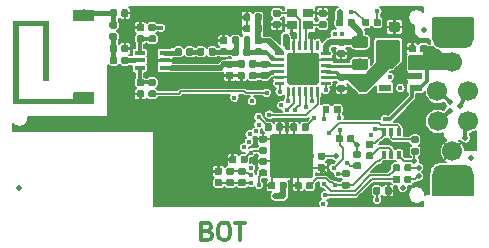
<source format=gbr>
G04 #@! TF.GenerationSoftware,KiCad,Pcbnew,(5.0.1)-4*
G04 #@! TF.CreationDate,2019-05-17T17:50:28+02:00*
G04 #@! TF.ProjectId,nk-LoRa,6E6B2D4C6F52612E6B696361645F7063,R1*
G04 #@! TF.SameCoordinates,PX5f5e100PY5f5e100*
G04 #@! TF.FileFunction,Copper,L4,Bot,Signal*
G04 #@! TF.FilePolarity,Positive*
%FSLAX46Y46*%
G04 Gerber Fmt 4.6, Leading zero omitted, Abs format (unit mm)*
G04 Created by KiCad (PCBNEW (5.0.1)-4) date 17.05.2019 17:50:28*
%MOMM*%
%LPD*%
G01*
G04 APERTURE LIST*
G04 #@! TA.AperFunction,NonConductor*
%ADD10C,0.300000*%
G04 #@! TD*
G04 #@! TA.AperFunction,EtchedComponent*
%ADD11C,0.100000*%
G04 #@! TD*
G04 #@! TA.AperFunction,EtchedComponent*
%ADD12C,0.150000*%
G04 #@! TD*
G04 #@! TA.AperFunction,Conductor*
%ADD13C,0.100000*%
G04 #@! TD*
G04 #@! TA.AperFunction,SMDPad,CuDef*
%ADD14C,1.000000*%
G04 #@! TD*
G04 #@! TA.AperFunction,ComponentPad*
%ADD15O,3.500120X1.501140*%
G04 #@! TD*
G04 #@! TA.AperFunction,BGAPad,CuDef*
%ADD16C,1.700000*%
G04 #@! TD*
G04 #@! TA.AperFunction,BGAPad,CuDef*
%ADD17C,0.500000*%
G04 #@! TD*
G04 #@! TA.AperFunction,SMDPad,CuDef*
%ADD18R,0.900000X0.400000*%
G04 #@! TD*
G04 #@! TA.AperFunction,SMDPad,CuDef*
%ADD19R,1.100000X0.600000*%
G04 #@! TD*
G04 #@! TA.AperFunction,SMDPad,CuDef*
%ADD20C,0.250000*%
G04 #@! TD*
G04 #@! TA.AperFunction,ViaPad*
%ADD21C,0.500000*%
G04 #@! TD*
G04 #@! TA.AperFunction,SMDPad,CuDef*
%ADD22C,2.700000*%
G04 #@! TD*
G04 #@! TA.AperFunction,SMDPad,CuDef*
%ADD23R,0.400000X0.650000*%
G04 #@! TD*
G04 #@! TA.AperFunction,Conductor*
%ADD24C,3.700000*%
G04 #@! TD*
G04 #@! TA.AperFunction,SMDPad,CuDef*
%ADD25R,0.900000X0.800000*%
G04 #@! TD*
G04 #@! TA.AperFunction,SMDPad,CuDef*
%ADD26C,0.590000*%
G04 #@! TD*
G04 #@! TA.AperFunction,SMDPad,CuDef*
%ADD27C,0.975000*%
G04 #@! TD*
G04 #@! TA.AperFunction,SMDPad,CuDef*
%ADD28C,0.875000*%
G04 #@! TD*
G04 #@! TA.AperFunction,ViaPad*
%ADD29C,0.450000*%
G04 #@! TD*
G04 #@! TA.AperFunction,Conductor*
%ADD30C,0.150000*%
G04 #@! TD*
G04 #@! TA.AperFunction,Conductor*
%ADD31C,0.500000*%
G04 #@! TD*
G04 #@! TA.AperFunction,Conductor*
%ADD32C,0.200000*%
G04 #@! TD*
G04 #@! TA.AperFunction,Conductor*
%ADD33C,0.300000*%
G04 #@! TD*
G04 #@! TA.AperFunction,Conductor*
%ADD34C,0.250000*%
G04 #@! TD*
G04 #@! TA.AperFunction,Conductor*
%ADD35C,0.450000*%
G04 #@! TD*
G04 #@! TA.AperFunction,Conductor*
%ADD36C,0.400000*%
G04 #@! TD*
G04 APERTURE END LIST*
D10*
X16870000Y-1752857D02*
X17084285Y-1824285D01*
X17155714Y-1895714D01*
X17227142Y-2038571D01*
X17227142Y-2252857D01*
X17155714Y-2395714D01*
X17084285Y-2467142D01*
X16941428Y-2538571D01*
X16370000Y-2538571D01*
X16370000Y-1038571D01*
X16870000Y-1038571D01*
X17012857Y-1110000D01*
X17084285Y-1181428D01*
X17155714Y-1324285D01*
X17155714Y-1467142D01*
X17084285Y-1610000D01*
X17012857Y-1681428D01*
X16870000Y-1752857D01*
X16370000Y-1752857D01*
X18155714Y-1038571D02*
X18441428Y-1038571D01*
X18584285Y-1110000D01*
X18727142Y-1252857D01*
X18798571Y-1538571D01*
X18798571Y-2038571D01*
X18727142Y-2324285D01*
X18584285Y-2467142D01*
X18441428Y-2538571D01*
X18155714Y-2538571D01*
X18012857Y-2467142D01*
X17870000Y-2324285D01*
X17798571Y-2038571D01*
X17798571Y-1538571D01*
X17870000Y-1252857D01*
X18012857Y-1110000D01*
X18155714Y-1038571D01*
X19227142Y-1038571D02*
X20084285Y-1038571D01*
X19655714Y-2538571D02*
X19655714Y-1038571D01*
D11*
G04 #@! TO.C,ANT2*
G36*
X5800000Y9050000D02*
X450000Y9050000D01*
X450000Y16050000D01*
X3350000Y16050000D01*
X3350000Y11050000D01*
X2950000Y11050000D01*
X2950000Y15650000D01*
X850000Y15650000D01*
X850000Y9450000D01*
X5800000Y9450000D01*
X5800000Y9050000D01*
G37*
X5800000Y9050000D02*
X450000Y9050000D01*
X450000Y16050000D01*
X3350000Y16050000D01*
X3350000Y11050000D01*
X2950000Y11050000D01*
X2950000Y15650000D01*
X850000Y15650000D01*
X850000Y9450000D01*
X5800000Y9450000D01*
X5800000Y9050000D01*
D12*
G04 #@! TO.C,X2*
G36*
X38750580Y15099000D02*
X39350580Y14499000D01*
X39350000Y16300000D01*
X35950000Y16300000D01*
X35950580Y14499000D01*
X36550580Y15099000D01*
X38750580Y15099000D01*
G37*
X38750580Y15099000D02*
X39350580Y14499000D01*
X39350000Y16300000D01*
X35950000Y16300000D01*
X35950580Y14499000D01*
X36550580Y15099000D01*
X38750580Y15099000D01*
G36*
X36550580Y2499480D02*
X35950580Y3099480D01*
X35950000Y1300000D01*
X39350000Y1300000D01*
X39350580Y3099480D01*
X38750580Y2499480D01*
X36550580Y2499480D01*
G37*
X36550580Y2499480D02*
X35950580Y3099480D01*
X35950000Y1300000D01*
X39350000Y1300000D01*
X39350580Y3099480D01*
X38750580Y2499480D01*
X36550580Y2499480D01*
G04 #@! TD*
D13*
G04 #@! TO.N,Net-(ANT2-Pad1)*
G04 #@! TO.C,ANT2*
G36*
X7182742Y16999374D02*
X7195362Y16997502D01*
X7207737Y16994402D01*
X7219749Y16990104D01*
X7231282Y16984650D01*
X7242224Y16978091D01*
X7252471Y16970491D01*
X7261924Y16961924D01*
X7270491Y16952471D01*
X7278091Y16942224D01*
X7284650Y16931282D01*
X7290104Y16919749D01*
X7294402Y16907737D01*
X7297502Y16895362D01*
X7299374Y16882742D01*
X7300000Y16870000D01*
X7300000Y16130000D01*
X7299374Y16117258D01*
X7297502Y16104638D01*
X7294402Y16092263D01*
X7290104Y16080251D01*
X7284650Y16068718D01*
X7278091Y16057776D01*
X7270491Y16047529D01*
X7261924Y16038076D01*
X7252471Y16029509D01*
X7242224Y16021909D01*
X7231282Y16015350D01*
X7219749Y16009896D01*
X7207737Y16005598D01*
X7195362Y16002498D01*
X7182742Y16000626D01*
X7170000Y16000000D01*
X5630000Y16000000D01*
X5617258Y16000626D01*
X5604638Y16002498D01*
X5592263Y16005598D01*
X5580251Y16009896D01*
X5568718Y16015350D01*
X5557776Y16021909D01*
X5547529Y16029509D01*
X5538076Y16038076D01*
X5529509Y16047529D01*
X5521909Y16057776D01*
X5515350Y16068718D01*
X5509896Y16080251D01*
X5505598Y16092263D01*
X5502498Y16104638D01*
X5500626Y16117258D01*
X5500000Y16130000D01*
X5500000Y16870000D01*
X5500626Y16882742D01*
X5502498Y16895362D01*
X5505598Y16907737D01*
X5509896Y16919749D01*
X5515350Y16931282D01*
X5521909Y16942224D01*
X5529509Y16952471D01*
X5538076Y16961924D01*
X5547529Y16970491D01*
X5557776Y16978091D01*
X5568718Y16984650D01*
X5580251Y16990104D01*
X5592263Y16994402D01*
X5604638Y16997502D01*
X5617258Y16999374D01*
X5630000Y17000000D01*
X7170000Y17000000D01*
X7182742Y16999374D01*
X7182742Y16999374D01*
G37*
D14*
G04 #@! TD*
G04 #@! TO.P,ANT2,1*
G04 #@! TO.N,Net-(ANT2-Pad1)*
X6400000Y16500000D03*
D13*
G04 #@! TO.N,Net-(ANT2-Pad2)*
G04 #@! TO.C,ANT2*
G36*
X7182742Y9999374D02*
X7195362Y9997502D01*
X7207737Y9994402D01*
X7219749Y9990104D01*
X7231282Y9984650D01*
X7242224Y9978091D01*
X7252471Y9970491D01*
X7261924Y9961924D01*
X7270491Y9952471D01*
X7278091Y9942224D01*
X7284650Y9931282D01*
X7290104Y9919749D01*
X7294402Y9907737D01*
X7297502Y9895362D01*
X7299374Y9882742D01*
X7300000Y9870000D01*
X7300000Y9130000D01*
X7299374Y9117258D01*
X7297502Y9104638D01*
X7294402Y9092263D01*
X7290104Y9080251D01*
X7284650Y9068718D01*
X7278091Y9057776D01*
X7270491Y9047529D01*
X7261924Y9038076D01*
X7252471Y9029509D01*
X7242224Y9021909D01*
X7231282Y9015350D01*
X7219749Y9009896D01*
X7207737Y9005598D01*
X7195362Y9002498D01*
X7182742Y9000626D01*
X7170000Y9000000D01*
X5630000Y9000000D01*
X5617258Y9000626D01*
X5604638Y9002498D01*
X5592263Y9005598D01*
X5580251Y9009896D01*
X5568718Y9015350D01*
X5557776Y9021909D01*
X5547529Y9029509D01*
X5538076Y9038076D01*
X5529509Y9047529D01*
X5521909Y9057776D01*
X5515350Y9068718D01*
X5509896Y9080251D01*
X5505598Y9092263D01*
X5502498Y9104638D01*
X5500626Y9117258D01*
X5500000Y9130000D01*
X5500000Y9870000D01*
X5500626Y9882742D01*
X5502498Y9895362D01*
X5505598Y9907737D01*
X5509896Y9919749D01*
X5515350Y9931282D01*
X5521909Y9942224D01*
X5529509Y9952471D01*
X5538076Y9961924D01*
X5547529Y9970491D01*
X5557776Y9978091D01*
X5568718Y9984650D01*
X5580251Y9990104D01*
X5592263Y9994402D01*
X5604638Y9997502D01*
X5617258Y9999374D01*
X5630000Y10000000D01*
X7170000Y10000000D01*
X7182742Y9999374D01*
X7182742Y9999374D01*
G37*
D14*
G04 #@! TD*
G04 #@! TO.P,ANT2,2*
G04 #@! TO.N,Net-(ANT2-Pad2)*
X6400000Y9500000D03*
D15*
G04 #@! TO.P,X2,5*
G04 #@! TO.N,Net-(C18-Pad1)*
X37638180Y3093840D03*
G04 #@! TO.P,X2,6*
X37638180Y14493360D03*
G04 #@! TD*
D16*
G04 #@! TO.P,TP4,1*
G04 #@! TO.N,+5V*
X37620000Y12600000D03*
G04 #@! TD*
G04 #@! TO.P,TP1,1*
G04 #@! TO.N,GND*
X37620000Y4990000D03*
G04 #@! TD*
G04 #@! TO.P,TP6,1*
G04 #@! TO.N,/RXD*
X38900000Y7550000D03*
G04 #@! TD*
G04 #@! TO.P,TP5,1*
G04 #@! TO.N,/TXD*
X38920000Y10070000D03*
G04 #@! TD*
G04 #@! TO.P,TP2,1*
G04 #@! TO.N,/HD+*
X36360000Y7530000D03*
G04 #@! TD*
G04 #@! TO.P,TP3,1*
G04 #@! TO.N,/HD-*
X36350000Y10070000D03*
G04 #@! TD*
D17*
G04 #@! TO.P,FID3,~*
G04 #@! TO.N,N/C*
X900000Y1900000D03*
G04 #@! TD*
G04 #@! TO.P,FID3,~*
G04 #@! TO.N,N/C*
X39200000Y4400000D03*
G04 #@! TD*
G04 #@! TO.P,FID3,~*
G04 #@! TO.N,N/C*
X35200000Y15300000D03*
G04 #@! TD*
D18*
G04 #@! TO.P,U6,2*
G04 #@! TO.N,GND*
X13250000Y12700000D03*
G04 #@! TO.P,U6,1*
G04 #@! TO.N,Net-(L5-Pad1)*
X13250000Y13350000D03*
G04 #@! TO.P,U6,3*
G04 #@! TO.N,Net-(C40-Pad1)*
X13250000Y12050000D03*
G04 #@! TO.P,U6,5*
G04 #@! TO.N,Net-(C7-Pad2)*
X11150000Y12700000D03*
G04 #@! TO.P,U6,6*
G04 #@! TO.N,Net-(C31-Pad1)*
X11150000Y13350000D03*
G04 #@! TO.P,U6,4*
G04 #@! TO.N,Net-(C28-Pad1)*
X11150000Y12050000D03*
G04 #@! TD*
D19*
G04 #@! TO.P,U1,5*
G04 #@! TO.N,+3V3*
X31900000Y12300000D03*
G04 #@! TO.P,U1,4*
G04 #@! TO.N,Net-(U1-Pad4)*
X31900000Y10400000D03*
G04 #@! TO.P,U1,3*
G04 #@! TO.N,+5V*
X34500000Y10400000D03*
G04 #@! TO.P,U1,2*
G04 #@! TO.N,GND*
X34500000Y11350000D03*
G04 #@! TO.P,U1,1*
G04 #@! TO.N,+5V*
X34500000Y12300000D03*
G04 #@! TD*
D13*
G04 #@! TO.N,Net-(C37-Pad1)*
G04 #@! TO.C,U3*
G36*
X23343626Y13374699D02*
X23349693Y13373799D01*
X23355643Y13372309D01*
X23361418Y13370242D01*
X23366962Y13367620D01*
X23372223Y13364467D01*
X23377150Y13360813D01*
X23381694Y13356694D01*
X23385813Y13352150D01*
X23389467Y13347223D01*
X23392620Y13341962D01*
X23395242Y13336418D01*
X23397309Y13330643D01*
X23398799Y13324693D01*
X23399699Y13318626D01*
X23400000Y13312500D01*
X23400000Y13187500D01*
X23399699Y13181374D01*
X23398799Y13175307D01*
X23397309Y13169357D01*
X23395242Y13163582D01*
X23392620Y13158038D01*
X23389467Y13152777D01*
X23385813Y13147850D01*
X23381694Y13143306D01*
X23377150Y13139187D01*
X23372223Y13135533D01*
X23366962Y13132380D01*
X23361418Y13129758D01*
X23355643Y13127691D01*
X23349693Y13126201D01*
X23343626Y13125301D01*
X23337500Y13125000D01*
X22637500Y13125000D01*
X22631374Y13125301D01*
X22625307Y13126201D01*
X22619357Y13127691D01*
X22613582Y13129758D01*
X22608038Y13132380D01*
X22602777Y13135533D01*
X22597850Y13139187D01*
X22593306Y13143306D01*
X22589187Y13147850D01*
X22585533Y13152777D01*
X22582380Y13158038D01*
X22579758Y13163582D01*
X22577691Y13169357D01*
X22576201Y13175307D01*
X22575301Y13181374D01*
X22575000Y13187500D01*
X22575000Y13312500D01*
X22575301Y13318626D01*
X22576201Y13324693D01*
X22577691Y13330643D01*
X22579758Y13336418D01*
X22582380Y13341962D01*
X22585533Y13347223D01*
X22589187Y13352150D01*
X22593306Y13356694D01*
X22597850Y13360813D01*
X22602777Y13364467D01*
X22608038Y13367620D01*
X22613582Y13370242D01*
X22619357Y13372309D01*
X22625307Y13373799D01*
X22631374Y13374699D01*
X22637500Y13375000D01*
X23337500Y13375000D01*
X23343626Y13374699D01*
X23343626Y13374699D01*
G37*
D20*
G04 #@! TD*
G04 #@! TO.P,U3,24*
G04 #@! TO.N,Net-(C37-Pad1)*
X22987500Y13250000D03*
D13*
G04 #@! TO.N,Net-(C35-Pad2)*
G04 #@! TO.C,U3*
G36*
X23343626Y12874699D02*
X23349693Y12873799D01*
X23355643Y12872309D01*
X23361418Y12870242D01*
X23366962Y12867620D01*
X23372223Y12864467D01*
X23377150Y12860813D01*
X23381694Y12856694D01*
X23385813Y12852150D01*
X23389467Y12847223D01*
X23392620Y12841962D01*
X23395242Y12836418D01*
X23397309Y12830643D01*
X23398799Y12824693D01*
X23399699Y12818626D01*
X23400000Y12812500D01*
X23400000Y12687500D01*
X23399699Y12681374D01*
X23398799Y12675307D01*
X23397309Y12669357D01*
X23395242Y12663582D01*
X23392620Y12658038D01*
X23389467Y12652777D01*
X23385813Y12647850D01*
X23381694Y12643306D01*
X23377150Y12639187D01*
X23372223Y12635533D01*
X23366962Y12632380D01*
X23361418Y12629758D01*
X23355643Y12627691D01*
X23349693Y12626201D01*
X23343626Y12625301D01*
X23337500Y12625000D01*
X22637500Y12625000D01*
X22631374Y12625301D01*
X22625307Y12626201D01*
X22619357Y12627691D01*
X22613582Y12629758D01*
X22608038Y12632380D01*
X22602777Y12635533D01*
X22597850Y12639187D01*
X22593306Y12643306D01*
X22589187Y12647850D01*
X22585533Y12652777D01*
X22582380Y12658038D01*
X22579758Y12663582D01*
X22577691Y12669357D01*
X22576201Y12675307D01*
X22575301Y12681374D01*
X22575000Y12687500D01*
X22575000Y12812500D01*
X22575301Y12818626D01*
X22576201Y12824693D01*
X22577691Y12830643D01*
X22579758Y12836418D01*
X22582380Y12841962D01*
X22585533Y12847223D01*
X22589187Y12852150D01*
X22593306Y12856694D01*
X22597850Y12860813D01*
X22602777Y12864467D01*
X22608038Y12867620D01*
X22613582Y12870242D01*
X22619357Y12872309D01*
X22625307Y12873799D01*
X22631374Y12874699D01*
X22637500Y12875000D01*
X23337500Y12875000D01*
X23343626Y12874699D01*
X23343626Y12874699D01*
G37*
D20*
G04 #@! TD*
G04 #@! TO.P,U3,23*
G04 #@! TO.N,Net-(C35-Pad2)*
X22987500Y12750000D03*
D13*
G04 #@! TO.N,Net-(C40-Pad2)*
G04 #@! TO.C,U3*
G36*
X23343626Y12374699D02*
X23349693Y12373799D01*
X23355643Y12372309D01*
X23361418Y12370242D01*
X23366962Y12367620D01*
X23372223Y12364467D01*
X23377150Y12360813D01*
X23381694Y12356694D01*
X23385813Y12352150D01*
X23389467Y12347223D01*
X23392620Y12341962D01*
X23395242Y12336418D01*
X23397309Y12330643D01*
X23398799Y12324693D01*
X23399699Y12318626D01*
X23400000Y12312500D01*
X23400000Y12187500D01*
X23399699Y12181374D01*
X23398799Y12175307D01*
X23397309Y12169357D01*
X23395242Y12163582D01*
X23392620Y12158038D01*
X23389467Y12152777D01*
X23385813Y12147850D01*
X23381694Y12143306D01*
X23377150Y12139187D01*
X23372223Y12135533D01*
X23366962Y12132380D01*
X23361418Y12129758D01*
X23355643Y12127691D01*
X23349693Y12126201D01*
X23343626Y12125301D01*
X23337500Y12125000D01*
X22637500Y12125000D01*
X22631374Y12125301D01*
X22625307Y12126201D01*
X22619357Y12127691D01*
X22613582Y12129758D01*
X22608038Y12132380D01*
X22602777Y12135533D01*
X22597850Y12139187D01*
X22593306Y12143306D01*
X22589187Y12147850D01*
X22585533Y12152777D01*
X22582380Y12158038D01*
X22579758Y12163582D01*
X22577691Y12169357D01*
X22576201Y12175307D01*
X22575301Y12181374D01*
X22575000Y12187500D01*
X22575000Y12312500D01*
X22575301Y12318626D01*
X22576201Y12324693D01*
X22577691Y12330643D01*
X22579758Y12336418D01*
X22582380Y12341962D01*
X22585533Y12347223D01*
X22589187Y12352150D01*
X22593306Y12356694D01*
X22597850Y12360813D01*
X22602777Y12364467D01*
X22608038Y12367620D01*
X22613582Y12370242D01*
X22619357Y12372309D01*
X22625307Y12373799D01*
X22631374Y12374699D01*
X22637500Y12375000D01*
X23337500Y12375000D01*
X23343626Y12374699D01*
X23343626Y12374699D01*
G37*
D20*
G04 #@! TD*
G04 #@! TO.P,U3,22*
G04 #@! TO.N,Net-(C40-Pad2)*
X22987500Y12250000D03*
D13*
G04 #@! TO.N,Net-(C27-Pad2)*
G04 #@! TO.C,U3*
G36*
X23343626Y11874699D02*
X23349693Y11873799D01*
X23355643Y11872309D01*
X23361418Y11870242D01*
X23366962Y11867620D01*
X23372223Y11864467D01*
X23377150Y11860813D01*
X23381694Y11856694D01*
X23385813Y11852150D01*
X23389467Y11847223D01*
X23392620Y11841962D01*
X23395242Y11836418D01*
X23397309Y11830643D01*
X23398799Y11824693D01*
X23399699Y11818626D01*
X23400000Y11812500D01*
X23400000Y11687500D01*
X23399699Y11681374D01*
X23398799Y11675307D01*
X23397309Y11669357D01*
X23395242Y11663582D01*
X23392620Y11658038D01*
X23389467Y11652777D01*
X23385813Y11647850D01*
X23381694Y11643306D01*
X23377150Y11639187D01*
X23372223Y11635533D01*
X23366962Y11632380D01*
X23361418Y11629758D01*
X23355643Y11627691D01*
X23349693Y11626201D01*
X23343626Y11625301D01*
X23337500Y11625000D01*
X22637500Y11625000D01*
X22631374Y11625301D01*
X22625307Y11626201D01*
X22619357Y11627691D01*
X22613582Y11629758D01*
X22608038Y11632380D01*
X22602777Y11635533D01*
X22597850Y11639187D01*
X22593306Y11643306D01*
X22589187Y11647850D01*
X22585533Y11652777D01*
X22582380Y11658038D01*
X22579758Y11663582D01*
X22577691Y11669357D01*
X22576201Y11675307D01*
X22575301Y11681374D01*
X22575000Y11687500D01*
X22575000Y11812500D01*
X22575301Y11818626D01*
X22576201Y11824693D01*
X22577691Y11830643D01*
X22579758Y11836418D01*
X22582380Y11841962D01*
X22585533Y11847223D01*
X22589187Y11852150D01*
X22593306Y11856694D01*
X22597850Y11860813D01*
X22602777Y11864467D01*
X22608038Y11867620D01*
X22613582Y11870242D01*
X22619357Y11872309D01*
X22625307Y11873799D01*
X22631374Y11874699D01*
X22637500Y11875000D01*
X23337500Y11875000D01*
X23343626Y11874699D01*
X23343626Y11874699D01*
G37*
D20*
G04 #@! TD*
G04 #@! TO.P,U3,21*
G04 #@! TO.N,Net-(C27-Pad2)*
X22987500Y11750000D03*
D13*
G04 #@! TO.N,GND*
G04 #@! TO.C,U3*
G36*
X23343626Y11374699D02*
X23349693Y11373799D01*
X23355643Y11372309D01*
X23361418Y11370242D01*
X23366962Y11367620D01*
X23372223Y11364467D01*
X23377150Y11360813D01*
X23381694Y11356694D01*
X23385813Y11352150D01*
X23389467Y11347223D01*
X23392620Y11341962D01*
X23395242Y11336418D01*
X23397309Y11330643D01*
X23398799Y11324693D01*
X23399699Y11318626D01*
X23400000Y11312500D01*
X23400000Y11187500D01*
X23399699Y11181374D01*
X23398799Y11175307D01*
X23397309Y11169357D01*
X23395242Y11163582D01*
X23392620Y11158038D01*
X23389467Y11152777D01*
X23385813Y11147850D01*
X23381694Y11143306D01*
X23377150Y11139187D01*
X23372223Y11135533D01*
X23366962Y11132380D01*
X23361418Y11129758D01*
X23355643Y11127691D01*
X23349693Y11126201D01*
X23343626Y11125301D01*
X23337500Y11125000D01*
X22637500Y11125000D01*
X22631374Y11125301D01*
X22625307Y11126201D01*
X22619357Y11127691D01*
X22613582Y11129758D01*
X22608038Y11132380D01*
X22602777Y11135533D01*
X22597850Y11139187D01*
X22593306Y11143306D01*
X22589187Y11147850D01*
X22585533Y11152777D01*
X22582380Y11158038D01*
X22579758Y11163582D01*
X22577691Y11169357D01*
X22576201Y11175307D01*
X22575301Y11181374D01*
X22575000Y11187500D01*
X22575000Y11312500D01*
X22575301Y11318626D01*
X22576201Y11324693D01*
X22577691Y11330643D01*
X22579758Y11336418D01*
X22582380Y11341962D01*
X22585533Y11347223D01*
X22589187Y11352150D01*
X22593306Y11356694D01*
X22597850Y11360813D01*
X22602777Y11364467D01*
X22608038Y11367620D01*
X22613582Y11370242D01*
X22619357Y11372309D01*
X22625307Y11373799D01*
X22631374Y11374699D01*
X22637500Y11375000D01*
X23337500Y11375000D01*
X23343626Y11374699D01*
X23343626Y11374699D01*
G37*
D20*
G04 #@! TD*
G04 #@! TO.P,U3,20*
G04 #@! TO.N,GND*
X22987500Y11250000D03*
D13*
G04 #@! TO.N,/RF_CS*
G04 #@! TO.C,U3*
G36*
X23343626Y10874699D02*
X23349693Y10873799D01*
X23355643Y10872309D01*
X23361418Y10870242D01*
X23366962Y10867620D01*
X23372223Y10864467D01*
X23377150Y10860813D01*
X23381694Y10856694D01*
X23385813Y10852150D01*
X23389467Y10847223D01*
X23392620Y10841962D01*
X23395242Y10836418D01*
X23397309Y10830643D01*
X23398799Y10824693D01*
X23399699Y10818626D01*
X23400000Y10812500D01*
X23400000Y10687500D01*
X23399699Y10681374D01*
X23398799Y10675307D01*
X23397309Y10669357D01*
X23395242Y10663582D01*
X23392620Y10658038D01*
X23389467Y10652777D01*
X23385813Y10647850D01*
X23381694Y10643306D01*
X23377150Y10639187D01*
X23372223Y10635533D01*
X23366962Y10632380D01*
X23361418Y10629758D01*
X23355643Y10627691D01*
X23349693Y10626201D01*
X23343626Y10625301D01*
X23337500Y10625000D01*
X22637500Y10625000D01*
X22631374Y10625301D01*
X22625307Y10626201D01*
X22619357Y10627691D01*
X22613582Y10629758D01*
X22608038Y10632380D01*
X22602777Y10635533D01*
X22597850Y10639187D01*
X22593306Y10643306D01*
X22589187Y10647850D01*
X22585533Y10652777D01*
X22582380Y10658038D01*
X22579758Y10663582D01*
X22577691Y10669357D01*
X22576201Y10675307D01*
X22575301Y10681374D01*
X22575000Y10687500D01*
X22575000Y10812500D01*
X22575301Y10818626D01*
X22576201Y10824693D01*
X22577691Y10830643D01*
X22579758Y10836418D01*
X22582380Y10841962D01*
X22585533Y10847223D01*
X22589187Y10852150D01*
X22593306Y10856694D01*
X22597850Y10860813D01*
X22602777Y10864467D01*
X22608038Y10867620D01*
X22613582Y10870242D01*
X22619357Y10872309D01*
X22625307Y10873799D01*
X22631374Y10874699D01*
X22637500Y10875000D01*
X23337500Y10875000D01*
X23343626Y10874699D01*
X23343626Y10874699D01*
G37*
D20*
G04 #@! TD*
G04 #@! TO.P,U3,19*
G04 #@! TO.N,/RF_CS*
X22987500Y10750000D03*
D13*
G04 #@! TO.N,/RF_SCK*
G04 #@! TO.C,U3*
G36*
X23768626Y10449699D02*
X23774693Y10448799D01*
X23780643Y10447309D01*
X23786418Y10445242D01*
X23791962Y10442620D01*
X23797223Y10439467D01*
X23802150Y10435813D01*
X23806694Y10431694D01*
X23810813Y10427150D01*
X23814467Y10422223D01*
X23817620Y10416962D01*
X23820242Y10411418D01*
X23822309Y10405643D01*
X23823799Y10399693D01*
X23824699Y10393626D01*
X23825000Y10387500D01*
X23825000Y9687500D01*
X23824699Y9681374D01*
X23823799Y9675307D01*
X23822309Y9669357D01*
X23820242Y9663582D01*
X23817620Y9658038D01*
X23814467Y9652777D01*
X23810813Y9647850D01*
X23806694Y9643306D01*
X23802150Y9639187D01*
X23797223Y9635533D01*
X23791962Y9632380D01*
X23786418Y9629758D01*
X23780643Y9627691D01*
X23774693Y9626201D01*
X23768626Y9625301D01*
X23762500Y9625000D01*
X23637500Y9625000D01*
X23631374Y9625301D01*
X23625307Y9626201D01*
X23619357Y9627691D01*
X23613582Y9629758D01*
X23608038Y9632380D01*
X23602777Y9635533D01*
X23597850Y9639187D01*
X23593306Y9643306D01*
X23589187Y9647850D01*
X23585533Y9652777D01*
X23582380Y9658038D01*
X23579758Y9663582D01*
X23577691Y9669357D01*
X23576201Y9675307D01*
X23575301Y9681374D01*
X23575000Y9687500D01*
X23575000Y10387500D01*
X23575301Y10393626D01*
X23576201Y10399693D01*
X23577691Y10405643D01*
X23579758Y10411418D01*
X23582380Y10416962D01*
X23585533Y10422223D01*
X23589187Y10427150D01*
X23593306Y10431694D01*
X23597850Y10435813D01*
X23602777Y10439467D01*
X23608038Y10442620D01*
X23613582Y10445242D01*
X23619357Y10447309D01*
X23625307Y10448799D01*
X23631374Y10449699D01*
X23637500Y10450000D01*
X23762500Y10450000D01*
X23768626Y10449699D01*
X23768626Y10449699D01*
G37*
D20*
G04 #@! TD*
G04 #@! TO.P,U3,18*
G04 #@! TO.N,/RF_SCK*
X23700000Y10037500D03*
D13*
G04 #@! TO.N,/RF_MOSI*
G04 #@! TO.C,U3*
G36*
X24268626Y10449699D02*
X24274693Y10448799D01*
X24280643Y10447309D01*
X24286418Y10445242D01*
X24291962Y10442620D01*
X24297223Y10439467D01*
X24302150Y10435813D01*
X24306694Y10431694D01*
X24310813Y10427150D01*
X24314467Y10422223D01*
X24317620Y10416962D01*
X24320242Y10411418D01*
X24322309Y10405643D01*
X24323799Y10399693D01*
X24324699Y10393626D01*
X24325000Y10387500D01*
X24325000Y9687500D01*
X24324699Y9681374D01*
X24323799Y9675307D01*
X24322309Y9669357D01*
X24320242Y9663582D01*
X24317620Y9658038D01*
X24314467Y9652777D01*
X24310813Y9647850D01*
X24306694Y9643306D01*
X24302150Y9639187D01*
X24297223Y9635533D01*
X24291962Y9632380D01*
X24286418Y9629758D01*
X24280643Y9627691D01*
X24274693Y9626201D01*
X24268626Y9625301D01*
X24262500Y9625000D01*
X24137500Y9625000D01*
X24131374Y9625301D01*
X24125307Y9626201D01*
X24119357Y9627691D01*
X24113582Y9629758D01*
X24108038Y9632380D01*
X24102777Y9635533D01*
X24097850Y9639187D01*
X24093306Y9643306D01*
X24089187Y9647850D01*
X24085533Y9652777D01*
X24082380Y9658038D01*
X24079758Y9663582D01*
X24077691Y9669357D01*
X24076201Y9675307D01*
X24075301Y9681374D01*
X24075000Y9687500D01*
X24075000Y10387500D01*
X24075301Y10393626D01*
X24076201Y10399693D01*
X24077691Y10405643D01*
X24079758Y10411418D01*
X24082380Y10416962D01*
X24085533Y10422223D01*
X24089187Y10427150D01*
X24093306Y10431694D01*
X24097850Y10435813D01*
X24102777Y10439467D01*
X24108038Y10442620D01*
X24113582Y10445242D01*
X24119357Y10447309D01*
X24125307Y10448799D01*
X24131374Y10449699D01*
X24137500Y10450000D01*
X24262500Y10450000D01*
X24268626Y10449699D01*
X24268626Y10449699D01*
G37*
D20*
G04 #@! TD*
G04 #@! TO.P,U3,17*
G04 #@! TO.N,/RF_MOSI*
X24200000Y10037500D03*
D13*
G04 #@! TO.N,/RF_MISO*
G04 #@! TO.C,U3*
G36*
X24768626Y10449699D02*
X24774693Y10448799D01*
X24780643Y10447309D01*
X24786418Y10445242D01*
X24791962Y10442620D01*
X24797223Y10439467D01*
X24802150Y10435813D01*
X24806694Y10431694D01*
X24810813Y10427150D01*
X24814467Y10422223D01*
X24817620Y10416962D01*
X24820242Y10411418D01*
X24822309Y10405643D01*
X24823799Y10399693D01*
X24824699Y10393626D01*
X24825000Y10387500D01*
X24825000Y9687500D01*
X24824699Y9681374D01*
X24823799Y9675307D01*
X24822309Y9669357D01*
X24820242Y9663582D01*
X24817620Y9658038D01*
X24814467Y9652777D01*
X24810813Y9647850D01*
X24806694Y9643306D01*
X24802150Y9639187D01*
X24797223Y9635533D01*
X24791962Y9632380D01*
X24786418Y9629758D01*
X24780643Y9627691D01*
X24774693Y9626201D01*
X24768626Y9625301D01*
X24762500Y9625000D01*
X24637500Y9625000D01*
X24631374Y9625301D01*
X24625307Y9626201D01*
X24619357Y9627691D01*
X24613582Y9629758D01*
X24608038Y9632380D01*
X24602777Y9635533D01*
X24597850Y9639187D01*
X24593306Y9643306D01*
X24589187Y9647850D01*
X24585533Y9652777D01*
X24582380Y9658038D01*
X24579758Y9663582D01*
X24577691Y9669357D01*
X24576201Y9675307D01*
X24575301Y9681374D01*
X24575000Y9687500D01*
X24575000Y10387500D01*
X24575301Y10393626D01*
X24576201Y10399693D01*
X24577691Y10405643D01*
X24579758Y10411418D01*
X24582380Y10416962D01*
X24585533Y10422223D01*
X24589187Y10427150D01*
X24593306Y10431694D01*
X24597850Y10435813D01*
X24602777Y10439467D01*
X24608038Y10442620D01*
X24613582Y10445242D01*
X24619357Y10447309D01*
X24625307Y10448799D01*
X24631374Y10449699D01*
X24637500Y10450000D01*
X24762500Y10450000D01*
X24768626Y10449699D01*
X24768626Y10449699D01*
G37*
D20*
G04 #@! TD*
G04 #@! TO.P,U3,16*
G04 #@! TO.N,/RF_MISO*
X24700000Y10037500D03*
D13*
G04 #@! TO.N,/RF_RESET*
G04 #@! TO.C,U3*
G36*
X25268626Y10449699D02*
X25274693Y10448799D01*
X25280643Y10447309D01*
X25286418Y10445242D01*
X25291962Y10442620D01*
X25297223Y10439467D01*
X25302150Y10435813D01*
X25306694Y10431694D01*
X25310813Y10427150D01*
X25314467Y10422223D01*
X25317620Y10416962D01*
X25320242Y10411418D01*
X25322309Y10405643D01*
X25323799Y10399693D01*
X25324699Y10393626D01*
X25325000Y10387500D01*
X25325000Y9687500D01*
X25324699Y9681374D01*
X25323799Y9675307D01*
X25322309Y9669357D01*
X25320242Y9663582D01*
X25317620Y9658038D01*
X25314467Y9652777D01*
X25310813Y9647850D01*
X25306694Y9643306D01*
X25302150Y9639187D01*
X25297223Y9635533D01*
X25291962Y9632380D01*
X25286418Y9629758D01*
X25280643Y9627691D01*
X25274693Y9626201D01*
X25268626Y9625301D01*
X25262500Y9625000D01*
X25137500Y9625000D01*
X25131374Y9625301D01*
X25125307Y9626201D01*
X25119357Y9627691D01*
X25113582Y9629758D01*
X25108038Y9632380D01*
X25102777Y9635533D01*
X25097850Y9639187D01*
X25093306Y9643306D01*
X25089187Y9647850D01*
X25085533Y9652777D01*
X25082380Y9658038D01*
X25079758Y9663582D01*
X25077691Y9669357D01*
X25076201Y9675307D01*
X25075301Y9681374D01*
X25075000Y9687500D01*
X25075000Y10387500D01*
X25075301Y10393626D01*
X25076201Y10399693D01*
X25077691Y10405643D01*
X25079758Y10411418D01*
X25082380Y10416962D01*
X25085533Y10422223D01*
X25089187Y10427150D01*
X25093306Y10431694D01*
X25097850Y10435813D01*
X25102777Y10439467D01*
X25108038Y10442620D01*
X25113582Y10445242D01*
X25119357Y10447309D01*
X25125307Y10448799D01*
X25131374Y10449699D01*
X25137500Y10450000D01*
X25262500Y10450000D01*
X25268626Y10449699D01*
X25268626Y10449699D01*
G37*
D20*
G04 #@! TD*
G04 #@! TO.P,U3,15*
G04 #@! TO.N,/RF_RESET*
X25200000Y10037500D03*
D13*
G04 #@! TO.N,/RF_BUSY*
G04 #@! TO.C,U3*
G36*
X25768626Y10449699D02*
X25774693Y10448799D01*
X25780643Y10447309D01*
X25786418Y10445242D01*
X25791962Y10442620D01*
X25797223Y10439467D01*
X25802150Y10435813D01*
X25806694Y10431694D01*
X25810813Y10427150D01*
X25814467Y10422223D01*
X25817620Y10416962D01*
X25820242Y10411418D01*
X25822309Y10405643D01*
X25823799Y10399693D01*
X25824699Y10393626D01*
X25825000Y10387500D01*
X25825000Y9687500D01*
X25824699Y9681374D01*
X25823799Y9675307D01*
X25822309Y9669357D01*
X25820242Y9663582D01*
X25817620Y9658038D01*
X25814467Y9652777D01*
X25810813Y9647850D01*
X25806694Y9643306D01*
X25802150Y9639187D01*
X25797223Y9635533D01*
X25791962Y9632380D01*
X25786418Y9629758D01*
X25780643Y9627691D01*
X25774693Y9626201D01*
X25768626Y9625301D01*
X25762500Y9625000D01*
X25637500Y9625000D01*
X25631374Y9625301D01*
X25625307Y9626201D01*
X25619357Y9627691D01*
X25613582Y9629758D01*
X25608038Y9632380D01*
X25602777Y9635533D01*
X25597850Y9639187D01*
X25593306Y9643306D01*
X25589187Y9647850D01*
X25585533Y9652777D01*
X25582380Y9658038D01*
X25579758Y9663582D01*
X25577691Y9669357D01*
X25576201Y9675307D01*
X25575301Y9681374D01*
X25575000Y9687500D01*
X25575000Y10387500D01*
X25575301Y10393626D01*
X25576201Y10399693D01*
X25577691Y10405643D01*
X25579758Y10411418D01*
X25582380Y10416962D01*
X25585533Y10422223D01*
X25589187Y10427150D01*
X25593306Y10431694D01*
X25597850Y10435813D01*
X25602777Y10439467D01*
X25608038Y10442620D01*
X25613582Y10445242D01*
X25619357Y10447309D01*
X25625307Y10448799D01*
X25631374Y10449699D01*
X25637500Y10450000D01*
X25762500Y10450000D01*
X25768626Y10449699D01*
X25768626Y10449699D01*
G37*
D20*
G04 #@! TD*
G04 #@! TO.P,U3,14*
G04 #@! TO.N,/RF_BUSY*
X25700000Y10037500D03*
D13*
G04 #@! TO.N,/DIO1*
G04 #@! TO.C,U3*
G36*
X26268626Y10449699D02*
X26274693Y10448799D01*
X26280643Y10447309D01*
X26286418Y10445242D01*
X26291962Y10442620D01*
X26297223Y10439467D01*
X26302150Y10435813D01*
X26306694Y10431694D01*
X26310813Y10427150D01*
X26314467Y10422223D01*
X26317620Y10416962D01*
X26320242Y10411418D01*
X26322309Y10405643D01*
X26323799Y10399693D01*
X26324699Y10393626D01*
X26325000Y10387500D01*
X26325000Y9687500D01*
X26324699Y9681374D01*
X26323799Y9675307D01*
X26322309Y9669357D01*
X26320242Y9663582D01*
X26317620Y9658038D01*
X26314467Y9652777D01*
X26310813Y9647850D01*
X26306694Y9643306D01*
X26302150Y9639187D01*
X26297223Y9635533D01*
X26291962Y9632380D01*
X26286418Y9629758D01*
X26280643Y9627691D01*
X26274693Y9626201D01*
X26268626Y9625301D01*
X26262500Y9625000D01*
X26137500Y9625000D01*
X26131374Y9625301D01*
X26125307Y9626201D01*
X26119357Y9627691D01*
X26113582Y9629758D01*
X26108038Y9632380D01*
X26102777Y9635533D01*
X26097850Y9639187D01*
X26093306Y9643306D01*
X26089187Y9647850D01*
X26085533Y9652777D01*
X26082380Y9658038D01*
X26079758Y9663582D01*
X26077691Y9669357D01*
X26076201Y9675307D01*
X26075301Y9681374D01*
X26075000Y9687500D01*
X26075000Y10387500D01*
X26075301Y10393626D01*
X26076201Y10399693D01*
X26077691Y10405643D01*
X26079758Y10411418D01*
X26082380Y10416962D01*
X26085533Y10422223D01*
X26089187Y10427150D01*
X26093306Y10431694D01*
X26097850Y10435813D01*
X26102777Y10439467D01*
X26108038Y10442620D01*
X26113582Y10445242D01*
X26119357Y10447309D01*
X26125307Y10448799D01*
X26131374Y10449699D01*
X26137500Y10450000D01*
X26262500Y10450000D01*
X26268626Y10449699D01*
X26268626Y10449699D01*
G37*
D20*
G04 #@! TD*
G04 #@! TO.P,U3,13*
G04 #@! TO.N,/DIO1*
X26200000Y10037500D03*
D13*
G04 #@! TO.N,/DIO2*
G04 #@! TO.C,U3*
G36*
X27268626Y10874699D02*
X27274693Y10873799D01*
X27280643Y10872309D01*
X27286418Y10870242D01*
X27291962Y10867620D01*
X27297223Y10864467D01*
X27302150Y10860813D01*
X27306694Y10856694D01*
X27310813Y10852150D01*
X27314467Y10847223D01*
X27317620Y10841962D01*
X27320242Y10836418D01*
X27322309Y10830643D01*
X27323799Y10824693D01*
X27324699Y10818626D01*
X27325000Y10812500D01*
X27325000Y10687500D01*
X27324699Y10681374D01*
X27323799Y10675307D01*
X27322309Y10669357D01*
X27320242Y10663582D01*
X27317620Y10658038D01*
X27314467Y10652777D01*
X27310813Y10647850D01*
X27306694Y10643306D01*
X27302150Y10639187D01*
X27297223Y10635533D01*
X27291962Y10632380D01*
X27286418Y10629758D01*
X27280643Y10627691D01*
X27274693Y10626201D01*
X27268626Y10625301D01*
X27262500Y10625000D01*
X26562500Y10625000D01*
X26556374Y10625301D01*
X26550307Y10626201D01*
X26544357Y10627691D01*
X26538582Y10629758D01*
X26533038Y10632380D01*
X26527777Y10635533D01*
X26522850Y10639187D01*
X26518306Y10643306D01*
X26514187Y10647850D01*
X26510533Y10652777D01*
X26507380Y10658038D01*
X26504758Y10663582D01*
X26502691Y10669357D01*
X26501201Y10675307D01*
X26500301Y10681374D01*
X26500000Y10687500D01*
X26500000Y10812500D01*
X26500301Y10818626D01*
X26501201Y10824693D01*
X26502691Y10830643D01*
X26504758Y10836418D01*
X26507380Y10841962D01*
X26510533Y10847223D01*
X26514187Y10852150D01*
X26518306Y10856694D01*
X26522850Y10860813D01*
X26527777Y10864467D01*
X26533038Y10867620D01*
X26538582Y10870242D01*
X26544357Y10872309D01*
X26550307Y10873799D01*
X26556374Y10874699D01*
X26562500Y10875000D01*
X27262500Y10875000D01*
X27268626Y10874699D01*
X27268626Y10874699D01*
G37*
D20*
G04 #@! TD*
G04 #@! TO.P,U3,12*
G04 #@! TO.N,/DIO2*
X26912500Y10750000D03*
D13*
G04 #@! TO.N,+3V3*
G04 #@! TO.C,U3*
G36*
X27268626Y11374699D02*
X27274693Y11373799D01*
X27280643Y11372309D01*
X27286418Y11370242D01*
X27291962Y11367620D01*
X27297223Y11364467D01*
X27302150Y11360813D01*
X27306694Y11356694D01*
X27310813Y11352150D01*
X27314467Y11347223D01*
X27317620Y11341962D01*
X27320242Y11336418D01*
X27322309Y11330643D01*
X27323799Y11324693D01*
X27324699Y11318626D01*
X27325000Y11312500D01*
X27325000Y11187500D01*
X27324699Y11181374D01*
X27323799Y11175307D01*
X27322309Y11169357D01*
X27320242Y11163582D01*
X27317620Y11158038D01*
X27314467Y11152777D01*
X27310813Y11147850D01*
X27306694Y11143306D01*
X27302150Y11139187D01*
X27297223Y11135533D01*
X27291962Y11132380D01*
X27286418Y11129758D01*
X27280643Y11127691D01*
X27274693Y11126201D01*
X27268626Y11125301D01*
X27262500Y11125000D01*
X26562500Y11125000D01*
X26556374Y11125301D01*
X26550307Y11126201D01*
X26544357Y11127691D01*
X26538582Y11129758D01*
X26533038Y11132380D01*
X26527777Y11135533D01*
X26522850Y11139187D01*
X26518306Y11143306D01*
X26514187Y11147850D01*
X26510533Y11152777D01*
X26507380Y11158038D01*
X26504758Y11163582D01*
X26502691Y11169357D01*
X26501201Y11175307D01*
X26500301Y11181374D01*
X26500000Y11187500D01*
X26500000Y11312500D01*
X26500301Y11318626D01*
X26501201Y11324693D01*
X26502691Y11330643D01*
X26504758Y11336418D01*
X26507380Y11341962D01*
X26510533Y11347223D01*
X26514187Y11352150D01*
X26518306Y11356694D01*
X26522850Y11360813D01*
X26527777Y11364467D01*
X26533038Y11367620D01*
X26538582Y11370242D01*
X26544357Y11372309D01*
X26550307Y11373799D01*
X26556374Y11374699D01*
X26562500Y11375000D01*
X27262500Y11375000D01*
X27268626Y11374699D01*
X27268626Y11374699D01*
G37*
D20*
G04 #@! TD*
G04 #@! TO.P,U3,11*
G04 #@! TO.N,+3V3*
X26912500Y11250000D03*
D13*
G04 #@! TO.N,+3V3*
G04 #@! TO.C,U3*
G36*
X27268626Y11874699D02*
X27274693Y11873799D01*
X27280643Y11872309D01*
X27286418Y11870242D01*
X27291962Y11867620D01*
X27297223Y11864467D01*
X27302150Y11860813D01*
X27306694Y11856694D01*
X27310813Y11852150D01*
X27314467Y11847223D01*
X27317620Y11841962D01*
X27320242Y11836418D01*
X27322309Y11830643D01*
X27323799Y11824693D01*
X27324699Y11818626D01*
X27325000Y11812500D01*
X27325000Y11687500D01*
X27324699Y11681374D01*
X27323799Y11675307D01*
X27322309Y11669357D01*
X27320242Y11663582D01*
X27317620Y11658038D01*
X27314467Y11652777D01*
X27310813Y11647850D01*
X27306694Y11643306D01*
X27302150Y11639187D01*
X27297223Y11635533D01*
X27291962Y11632380D01*
X27286418Y11629758D01*
X27280643Y11627691D01*
X27274693Y11626201D01*
X27268626Y11625301D01*
X27262500Y11625000D01*
X26562500Y11625000D01*
X26556374Y11625301D01*
X26550307Y11626201D01*
X26544357Y11627691D01*
X26538582Y11629758D01*
X26533038Y11632380D01*
X26527777Y11635533D01*
X26522850Y11639187D01*
X26518306Y11643306D01*
X26514187Y11647850D01*
X26510533Y11652777D01*
X26507380Y11658038D01*
X26504758Y11663582D01*
X26502691Y11669357D01*
X26501201Y11675307D01*
X26500301Y11681374D01*
X26500000Y11687500D01*
X26500000Y11812500D01*
X26500301Y11818626D01*
X26501201Y11824693D01*
X26502691Y11830643D01*
X26504758Y11836418D01*
X26507380Y11841962D01*
X26510533Y11847223D01*
X26514187Y11852150D01*
X26518306Y11856694D01*
X26522850Y11860813D01*
X26527777Y11864467D01*
X26533038Y11867620D01*
X26538582Y11870242D01*
X26544357Y11872309D01*
X26550307Y11873799D01*
X26556374Y11874699D01*
X26562500Y11875000D01*
X27262500Y11875000D01*
X27268626Y11874699D01*
X27268626Y11874699D01*
G37*
D20*
G04 #@! TD*
G04 #@! TO.P,U3,10*
G04 #@! TO.N,+3V3*
X26912500Y11750000D03*
D13*
G04 #@! TO.N,Net-(L9-Pad1)*
G04 #@! TO.C,U3*
G36*
X27268626Y12374699D02*
X27274693Y12373799D01*
X27280643Y12372309D01*
X27286418Y12370242D01*
X27291962Y12367620D01*
X27297223Y12364467D01*
X27302150Y12360813D01*
X27306694Y12356694D01*
X27310813Y12352150D01*
X27314467Y12347223D01*
X27317620Y12341962D01*
X27320242Y12336418D01*
X27322309Y12330643D01*
X27323799Y12324693D01*
X27324699Y12318626D01*
X27325000Y12312500D01*
X27325000Y12187500D01*
X27324699Y12181374D01*
X27323799Y12175307D01*
X27322309Y12169357D01*
X27320242Y12163582D01*
X27317620Y12158038D01*
X27314467Y12152777D01*
X27310813Y12147850D01*
X27306694Y12143306D01*
X27302150Y12139187D01*
X27297223Y12135533D01*
X27291962Y12132380D01*
X27286418Y12129758D01*
X27280643Y12127691D01*
X27274693Y12126201D01*
X27268626Y12125301D01*
X27262500Y12125000D01*
X26562500Y12125000D01*
X26556374Y12125301D01*
X26550307Y12126201D01*
X26544357Y12127691D01*
X26538582Y12129758D01*
X26533038Y12132380D01*
X26527777Y12135533D01*
X26522850Y12139187D01*
X26518306Y12143306D01*
X26514187Y12147850D01*
X26510533Y12152777D01*
X26507380Y12158038D01*
X26504758Y12163582D01*
X26502691Y12169357D01*
X26501201Y12175307D01*
X26500301Y12181374D01*
X26500000Y12187500D01*
X26500000Y12312500D01*
X26500301Y12318626D01*
X26501201Y12324693D01*
X26502691Y12330643D01*
X26504758Y12336418D01*
X26507380Y12341962D01*
X26510533Y12347223D01*
X26514187Y12352150D01*
X26518306Y12356694D01*
X26522850Y12360813D01*
X26527777Y12364467D01*
X26533038Y12367620D01*
X26538582Y12370242D01*
X26544357Y12372309D01*
X26550307Y12373799D01*
X26556374Y12374699D01*
X26562500Y12375000D01*
X27262500Y12375000D01*
X27268626Y12374699D01*
X27268626Y12374699D01*
G37*
D20*
G04 #@! TD*
G04 #@! TO.P,U3,9*
G04 #@! TO.N,Net-(L9-Pad1)*
X26912500Y12250000D03*
D13*
G04 #@! TO.N,GND*
G04 #@! TO.C,U3*
G36*
X27268626Y12874699D02*
X27274693Y12873799D01*
X27280643Y12872309D01*
X27286418Y12870242D01*
X27291962Y12867620D01*
X27297223Y12864467D01*
X27302150Y12860813D01*
X27306694Y12856694D01*
X27310813Y12852150D01*
X27314467Y12847223D01*
X27317620Y12841962D01*
X27320242Y12836418D01*
X27322309Y12830643D01*
X27323799Y12824693D01*
X27324699Y12818626D01*
X27325000Y12812500D01*
X27325000Y12687500D01*
X27324699Y12681374D01*
X27323799Y12675307D01*
X27322309Y12669357D01*
X27320242Y12663582D01*
X27317620Y12658038D01*
X27314467Y12652777D01*
X27310813Y12647850D01*
X27306694Y12643306D01*
X27302150Y12639187D01*
X27297223Y12635533D01*
X27291962Y12632380D01*
X27286418Y12629758D01*
X27280643Y12627691D01*
X27274693Y12626201D01*
X27268626Y12625301D01*
X27262500Y12625000D01*
X26562500Y12625000D01*
X26556374Y12625301D01*
X26550307Y12626201D01*
X26544357Y12627691D01*
X26538582Y12629758D01*
X26533038Y12632380D01*
X26527777Y12635533D01*
X26522850Y12639187D01*
X26518306Y12643306D01*
X26514187Y12647850D01*
X26510533Y12652777D01*
X26507380Y12658038D01*
X26504758Y12663582D01*
X26502691Y12669357D01*
X26501201Y12675307D01*
X26500301Y12681374D01*
X26500000Y12687500D01*
X26500000Y12812500D01*
X26500301Y12818626D01*
X26501201Y12824693D01*
X26502691Y12830643D01*
X26504758Y12836418D01*
X26507380Y12841962D01*
X26510533Y12847223D01*
X26514187Y12852150D01*
X26518306Y12856694D01*
X26522850Y12860813D01*
X26527777Y12864467D01*
X26533038Y12867620D01*
X26538582Y12870242D01*
X26544357Y12872309D01*
X26550307Y12873799D01*
X26556374Y12874699D01*
X26562500Y12875000D01*
X27262500Y12875000D01*
X27268626Y12874699D01*
X27268626Y12874699D01*
G37*
D20*
G04 #@! TD*
G04 #@! TO.P,U3,8*
G04 #@! TO.N,GND*
X26912500Y12750000D03*
D13*
G04 #@! TO.N,Net-(C21-Pad1)*
G04 #@! TO.C,U3*
G36*
X27268626Y13374699D02*
X27274693Y13373799D01*
X27280643Y13372309D01*
X27286418Y13370242D01*
X27291962Y13367620D01*
X27297223Y13364467D01*
X27302150Y13360813D01*
X27306694Y13356694D01*
X27310813Y13352150D01*
X27314467Y13347223D01*
X27317620Y13341962D01*
X27320242Y13336418D01*
X27322309Y13330643D01*
X27323799Y13324693D01*
X27324699Y13318626D01*
X27325000Y13312500D01*
X27325000Y13187500D01*
X27324699Y13181374D01*
X27323799Y13175307D01*
X27322309Y13169357D01*
X27320242Y13163582D01*
X27317620Y13158038D01*
X27314467Y13152777D01*
X27310813Y13147850D01*
X27306694Y13143306D01*
X27302150Y13139187D01*
X27297223Y13135533D01*
X27291962Y13132380D01*
X27286418Y13129758D01*
X27280643Y13127691D01*
X27274693Y13126201D01*
X27268626Y13125301D01*
X27262500Y13125000D01*
X26562500Y13125000D01*
X26556374Y13125301D01*
X26550307Y13126201D01*
X26544357Y13127691D01*
X26538582Y13129758D01*
X26533038Y13132380D01*
X26527777Y13135533D01*
X26522850Y13139187D01*
X26518306Y13143306D01*
X26514187Y13147850D01*
X26510533Y13152777D01*
X26507380Y13158038D01*
X26504758Y13163582D01*
X26502691Y13169357D01*
X26501201Y13175307D01*
X26500301Y13181374D01*
X26500000Y13187500D01*
X26500000Y13312500D01*
X26500301Y13318626D01*
X26501201Y13324693D01*
X26502691Y13330643D01*
X26504758Y13336418D01*
X26507380Y13341962D01*
X26510533Y13347223D01*
X26514187Y13352150D01*
X26518306Y13356694D01*
X26522850Y13360813D01*
X26527777Y13364467D01*
X26533038Y13367620D01*
X26538582Y13370242D01*
X26544357Y13372309D01*
X26550307Y13373799D01*
X26556374Y13374699D01*
X26562500Y13375000D01*
X27262500Y13375000D01*
X27268626Y13374699D01*
X27268626Y13374699D01*
G37*
D20*
G04 #@! TD*
G04 #@! TO.P,U3,7*
G04 #@! TO.N,Net-(C21-Pad1)*
X26912500Y13250000D03*
D13*
G04 #@! TO.N,Net-(U3-Pad6)*
G04 #@! TO.C,U3*
G36*
X26268626Y14374699D02*
X26274693Y14373799D01*
X26280643Y14372309D01*
X26286418Y14370242D01*
X26291962Y14367620D01*
X26297223Y14364467D01*
X26302150Y14360813D01*
X26306694Y14356694D01*
X26310813Y14352150D01*
X26314467Y14347223D01*
X26317620Y14341962D01*
X26320242Y14336418D01*
X26322309Y14330643D01*
X26323799Y14324693D01*
X26324699Y14318626D01*
X26325000Y14312500D01*
X26325000Y13612500D01*
X26324699Y13606374D01*
X26323799Y13600307D01*
X26322309Y13594357D01*
X26320242Y13588582D01*
X26317620Y13583038D01*
X26314467Y13577777D01*
X26310813Y13572850D01*
X26306694Y13568306D01*
X26302150Y13564187D01*
X26297223Y13560533D01*
X26291962Y13557380D01*
X26286418Y13554758D01*
X26280643Y13552691D01*
X26274693Y13551201D01*
X26268626Y13550301D01*
X26262500Y13550000D01*
X26137500Y13550000D01*
X26131374Y13550301D01*
X26125307Y13551201D01*
X26119357Y13552691D01*
X26113582Y13554758D01*
X26108038Y13557380D01*
X26102777Y13560533D01*
X26097850Y13564187D01*
X26093306Y13568306D01*
X26089187Y13572850D01*
X26085533Y13577777D01*
X26082380Y13583038D01*
X26079758Y13588582D01*
X26077691Y13594357D01*
X26076201Y13600307D01*
X26075301Y13606374D01*
X26075000Y13612500D01*
X26075000Y14312500D01*
X26075301Y14318626D01*
X26076201Y14324693D01*
X26077691Y14330643D01*
X26079758Y14336418D01*
X26082380Y14341962D01*
X26085533Y14347223D01*
X26089187Y14352150D01*
X26093306Y14356694D01*
X26097850Y14360813D01*
X26102777Y14364467D01*
X26108038Y14367620D01*
X26113582Y14370242D01*
X26119357Y14372309D01*
X26125307Y14373799D01*
X26131374Y14374699D01*
X26137500Y14375000D01*
X26262500Y14375000D01*
X26268626Y14374699D01*
X26268626Y14374699D01*
G37*
D20*
G04 #@! TD*
G04 #@! TO.P,U3,6*
G04 #@! TO.N,Net-(U3-Pad6)*
X26200000Y13962500D03*
D13*
G04 #@! TO.N,GND*
G04 #@! TO.C,U3*
G36*
X25768626Y14374699D02*
X25774693Y14373799D01*
X25780643Y14372309D01*
X25786418Y14370242D01*
X25791962Y14367620D01*
X25797223Y14364467D01*
X25802150Y14360813D01*
X25806694Y14356694D01*
X25810813Y14352150D01*
X25814467Y14347223D01*
X25817620Y14341962D01*
X25820242Y14336418D01*
X25822309Y14330643D01*
X25823799Y14324693D01*
X25824699Y14318626D01*
X25825000Y14312500D01*
X25825000Y13612500D01*
X25824699Y13606374D01*
X25823799Y13600307D01*
X25822309Y13594357D01*
X25820242Y13588582D01*
X25817620Y13583038D01*
X25814467Y13577777D01*
X25810813Y13572850D01*
X25806694Y13568306D01*
X25802150Y13564187D01*
X25797223Y13560533D01*
X25791962Y13557380D01*
X25786418Y13554758D01*
X25780643Y13552691D01*
X25774693Y13551201D01*
X25768626Y13550301D01*
X25762500Y13550000D01*
X25637500Y13550000D01*
X25631374Y13550301D01*
X25625307Y13551201D01*
X25619357Y13552691D01*
X25613582Y13554758D01*
X25608038Y13557380D01*
X25602777Y13560533D01*
X25597850Y13564187D01*
X25593306Y13568306D01*
X25589187Y13572850D01*
X25585533Y13577777D01*
X25582380Y13583038D01*
X25579758Y13588582D01*
X25577691Y13594357D01*
X25576201Y13600307D01*
X25575301Y13606374D01*
X25575000Y13612500D01*
X25575000Y14312500D01*
X25575301Y14318626D01*
X25576201Y14324693D01*
X25577691Y14330643D01*
X25579758Y14336418D01*
X25582380Y14341962D01*
X25585533Y14347223D01*
X25589187Y14352150D01*
X25593306Y14356694D01*
X25597850Y14360813D01*
X25602777Y14364467D01*
X25608038Y14367620D01*
X25613582Y14370242D01*
X25619357Y14372309D01*
X25625307Y14373799D01*
X25631374Y14374699D01*
X25637500Y14375000D01*
X25762500Y14375000D01*
X25768626Y14374699D01*
X25768626Y14374699D01*
G37*
D20*
G04 #@! TD*
G04 #@! TO.P,U3,5*
G04 #@! TO.N,GND*
X25700000Y13962500D03*
D13*
G04 #@! TO.N,Net-(C29-Pad1)*
G04 #@! TO.C,U3*
G36*
X25268626Y14374699D02*
X25274693Y14373799D01*
X25280643Y14372309D01*
X25286418Y14370242D01*
X25291962Y14367620D01*
X25297223Y14364467D01*
X25302150Y14360813D01*
X25306694Y14356694D01*
X25310813Y14352150D01*
X25314467Y14347223D01*
X25317620Y14341962D01*
X25320242Y14336418D01*
X25322309Y14330643D01*
X25323799Y14324693D01*
X25324699Y14318626D01*
X25325000Y14312500D01*
X25325000Y13612500D01*
X25324699Y13606374D01*
X25323799Y13600307D01*
X25322309Y13594357D01*
X25320242Y13588582D01*
X25317620Y13583038D01*
X25314467Y13577777D01*
X25310813Y13572850D01*
X25306694Y13568306D01*
X25302150Y13564187D01*
X25297223Y13560533D01*
X25291962Y13557380D01*
X25286418Y13554758D01*
X25280643Y13552691D01*
X25274693Y13551201D01*
X25268626Y13550301D01*
X25262500Y13550000D01*
X25137500Y13550000D01*
X25131374Y13550301D01*
X25125307Y13551201D01*
X25119357Y13552691D01*
X25113582Y13554758D01*
X25108038Y13557380D01*
X25102777Y13560533D01*
X25097850Y13564187D01*
X25093306Y13568306D01*
X25089187Y13572850D01*
X25085533Y13577777D01*
X25082380Y13583038D01*
X25079758Y13588582D01*
X25077691Y13594357D01*
X25076201Y13600307D01*
X25075301Y13606374D01*
X25075000Y13612500D01*
X25075000Y14312500D01*
X25075301Y14318626D01*
X25076201Y14324693D01*
X25077691Y14330643D01*
X25079758Y14336418D01*
X25082380Y14341962D01*
X25085533Y14347223D01*
X25089187Y14352150D01*
X25093306Y14356694D01*
X25097850Y14360813D01*
X25102777Y14364467D01*
X25108038Y14367620D01*
X25113582Y14370242D01*
X25119357Y14372309D01*
X25125307Y14373799D01*
X25131374Y14374699D01*
X25137500Y14375000D01*
X25262500Y14375000D01*
X25268626Y14374699D01*
X25268626Y14374699D01*
G37*
D20*
G04 #@! TD*
G04 #@! TO.P,U3,4*
G04 #@! TO.N,Net-(C29-Pad1)*
X25200000Y13962500D03*
D13*
G04 #@! TO.N,Net-(C26-Pad1)*
G04 #@! TO.C,U3*
G36*
X24768626Y14374699D02*
X24774693Y14373799D01*
X24780643Y14372309D01*
X24786418Y14370242D01*
X24791962Y14367620D01*
X24797223Y14364467D01*
X24802150Y14360813D01*
X24806694Y14356694D01*
X24810813Y14352150D01*
X24814467Y14347223D01*
X24817620Y14341962D01*
X24820242Y14336418D01*
X24822309Y14330643D01*
X24823799Y14324693D01*
X24824699Y14318626D01*
X24825000Y14312500D01*
X24825000Y13612500D01*
X24824699Y13606374D01*
X24823799Y13600307D01*
X24822309Y13594357D01*
X24820242Y13588582D01*
X24817620Y13583038D01*
X24814467Y13577777D01*
X24810813Y13572850D01*
X24806694Y13568306D01*
X24802150Y13564187D01*
X24797223Y13560533D01*
X24791962Y13557380D01*
X24786418Y13554758D01*
X24780643Y13552691D01*
X24774693Y13551201D01*
X24768626Y13550301D01*
X24762500Y13550000D01*
X24637500Y13550000D01*
X24631374Y13550301D01*
X24625307Y13551201D01*
X24619357Y13552691D01*
X24613582Y13554758D01*
X24608038Y13557380D01*
X24602777Y13560533D01*
X24597850Y13564187D01*
X24593306Y13568306D01*
X24589187Y13572850D01*
X24585533Y13577777D01*
X24582380Y13583038D01*
X24579758Y13588582D01*
X24577691Y13594357D01*
X24576201Y13600307D01*
X24575301Y13606374D01*
X24575000Y13612500D01*
X24575000Y14312500D01*
X24575301Y14318626D01*
X24576201Y14324693D01*
X24577691Y14330643D01*
X24579758Y14336418D01*
X24582380Y14341962D01*
X24585533Y14347223D01*
X24589187Y14352150D01*
X24593306Y14356694D01*
X24597850Y14360813D01*
X24602777Y14364467D01*
X24608038Y14367620D01*
X24613582Y14370242D01*
X24619357Y14372309D01*
X24625307Y14373799D01*
X24631374Y14374699D01*
X24637500Y14375000D01*
X24762500Y14375000D01*
X24768626Y14374699D01*
X24768626Y14374699D01*
G37*
D20*
G04 #@! TD*
G04 #@! TO.P,U3,3*
G04 #@! TO.N,Net-(C26-Pad1)*
X24700000Y13962500D03*
D13*
G04 #@! TO.N,GND*
G04 #@! TO.C,U3*
G36*
X24268626Y14374699D02*
X24274693Y14373799D01*
X24280643Y14372309D01*
X24286418Y14370242D01*
X24291962Y14367620D01*
X24297223Y14364467D01*
X24302150Y14360813D01*
X24306694Y14356694D01*
X24310813Y14352150D01*
X24314467Y14347223D01*
X24317620Y14341962D01*
X24320242Y14336418D01*
X24322309Y14330643D01*
X24323799Y14324693D01*
X24324699Y14318626D01*
X24325000Y14312500D01*
X24325000Y13612500D01*
X24324699Y13606374D01*
X24323799Y13600307D01*
X24322309Y13594357D01*
X24320242Y13588582D01*
X24317620Y13583038D01*
X24314467Y13577777D01*
X24310813Y13572850D01*
X24306694Y13568306D01*
X24302150Y13564187D01*
X24297223Y13560533D01*
X24291962Y13557380D01*
X24286418Y13554758D01*
X24280643Y13552691D01*
X24274693Y13551201D01*
X24268626Y13550301D01*
X24262500Y13550000D01*
X24137500Y13550000D01*
X24131374Y13550301D01*
X24125307Y13551201D01*
X24119357Y13552691D01*
X24113582Y13554758D01*
X24108038Y13557380D01*
X24102777Y13560533D01*
X24097850Y13564187D01*
X24093306Y13568306D01*
X24089187Y13572850D01*
X24085533Y13577777D01*
X24082380Y13583038D01*
X24079758Y13588582D01*
X24077691Y13594357D01*
X24076201Y13600307D01*
X24075301Y13606374D01*
X24075000Y13612500D01*
X24075000Y14312500D01*
X24075301Y14318626D01*
X24076201Y14324693D01*
X24077691Y14330643D01*
X24079758Y14336418D01*
X24082380Y14341962D01*
X24085533Y14347223D01*
X24089187Y14352150D01*
X24093306Y14356694D01*
X24097850Y14360813D01*
X24102777Y14364467D01*
X24108038Y14367620D01*
X24113582Y14370242D01*
X24119357Y14372309D01*
X24125307Y14373799D01*
X24131374Y14374699D01*
X24137500Y14375000D01*
X24262500Y14375000D01*
X24268626Y14374699D01*
X24268626Y14374699D01*
G37*
D20*
G04 #@! TD*
G04 #@! TO.P,U3,2*
G04 #@! TO.N,GND*
X24200000Y13962500D03*
D13*
G04 #@! TO.N,Net-(C22-Pad1)*
G04 #@! TO.C,U3*
G36*
X23768626Y14374699D02*
X23774693Y14373799D01*
X23780643Y14372309D01*
X23786418Y14370242D01*
X23791962Y14367620D01*
X23797223Y14364467D01*
X23802150Y14360813D01*
X23806694Y14356694D01*
X23810813Y14352150D01*
X23814467Y14347223D01*
X23817620Y14341962D01*
X23820242Y14336418D01*
X23822309Y14330643D01*
X23823799Y14324693D01*
X23824699Y14318626D01*
X23825000Y14312500D01*
X23825000Y13612500D01*
X23824699Y13606374D01*
X23823799Y13600307D01*
X23822309Y13594357D01*
X23820242Y13588582D01*
X23817620Y13583038D01*
X23814467Y13577777D01*
X23810813Y13572850D01*
X23806694Y13568306D01*
X23802150Y13564187D01*
X23797223Y13560533D01*
X23791962Y13557380D01*
X23786418Y13554758D01*
X23780643Y13552691D01*
X23774693Y13551201D01*
X23768626Y13550301D01*
X23762500Y13550000D01*
X23637500Y13550000D01*
X23631374Y13550301D01*
X23625307Y13551201D01*
X23619357Y13552691D01*
X23613582Y13554758D01*
X23608038Y13557380D01*
X23602777Y13560533D01*
X23597850Y13564187D01*
X23593306Y13568306D01*
X23589187Y13572850D01*
X23585533Y13577777D01*
X23582380Y13583038D01*
X23579758Y13588582D01*
X23577691Y13594357D01*
X23576201Y13600307D01*
X23575301Y13606374D01*
X23575000Y13612500D01*
X23575000Y14312500D01*
X23575301Y14318626D01*
X23576201Y14324693D01*
X23577691Y14330643D01*
X23579758Y14336418D01*
X23582380Y14341962D01*
X23585533Y14347223D01*
X23589187Y14352150D01*
X23593306Y14356694D01*
X23597850Y14360813D01*
X23602777Y14364467D01*
X23608038Y14367620D01*
X23613582Y14370242D01*
X23619357Y14372309D01*
X23625307Y14373799D01*
X23631374Y14374699D01*
X23637500Y14375000D01*
X23762500Y14375000D01*
X23768626Y14374699D01*
X23768626Y14374699D01*
G37*
D20*
G04 #@! TD*
G04 #@! TO.P,U3,1*
G04 #@! TO.N,Net-(C22-Pad1)*
X23700000Y13962500D03*
D21*
G04 #@! TO.N,GND*
G04 #@! TO.C,U3*
X26050000Y10900000D03*
X26050000Y12000000D03*
X26050000Y13100000D03*
X24950000Y10900000D03*
X24950000Y12000000D03*
X24950000Y13100000D03*
X23850000Y10900000D03*
X23850000Y12000000D03*
X23850000Y13100000D03*
D13*
G36*
X26074503Y13348796D02*
X26098772Y13345196D01*
X26122570Y13339235D01*
X26145670Y13330970D01*
X26167849Y13320480D01*
X26188892Y13307867D01*
X26208598Y13293252D01*
X26226776Y13276776D01*
X26243252Y13258598D01*
X26257867Y13238892D01*
X26270480Y13217849D01*
X26280970Y13195670D01*
X26289235Y13172570D01*
X26295196Y13148772D01*
X26298796Y13124503D01*
X26300000Y13099999D01*
X26300000Y10900001D01*
X26298796Y10875497D01*
X26295196Y10851228D01*
X26289235Y10827430D01*
X26280970Y10804330D01*
X26270480Y10782151D01*
X26257867Y10761108D01*
X26243252Y10741402D01*
X26226776Y10723224D01*
X26208598Y10706748D01*
X26188892Y10692133D01*
X26167849Y10679520D01*
X26145670Y10669030D01*
X26122570Y10660765D01*
X26098772Y10654804D01*
X26074503Y10651204D01*
X26049999Y10650000D01*
X23850001Y10650000D01*
X23825497Y10651204D01*
X23801228Y10654804D01*
X23777430Y10660765D01*
X23754330Y10669030D01*
X23732151Y10679520D01*
X23711108Y10692133D01*
X23691402Y10706748D01*
X23673224Y10723224D01*
X23656748Y10741402D01*
X23642133Y10761108D01*
X23629520Y10782151D01*
X23619030Y10804330D01*
X23610765Y10827430D01*
X23604804Y10851228D01*
X23601204Y10875497D01*
X23600000Y10900001D01*
X23600000Y13099999D01*
X23601204Y13124503D01*
X23604804Y13148772D01*
X23610765Y13172570D01*
X23619030Y13195670D01*
X23629520Y13217849D01*
X23642133Y13238892D01*
X23656748Y13258598D01*
X23673224Y13276776D01*
X23691402Y13293252D01*
X23711108Y13307867D01*
X23732151Y13320480D01*
X23754330Y13330970D01*
X23777430Y13339235D01*
X23801228Y13345196D01*
X23825497Y13348796D01*
X23850001Y13350000D01*
X26049999Y13350000D01*
X26074503Y13348796D01*
X26074503Y13348796D01*
G37*
D22*
G04 #@! TD*
G04 #@! TO.P,U3,25*
G04 #@! TO.N,GND*
X24950000Y12000000D03*
D23*
G04 #@! TO.P,Q1,6*
G04 #@! TO.N,/EN*
X31800000Y4700000D03*
G04 #@! TO.P,Q1,4*
G04 #@! TO.N,/DTR*
X33100000Y4700000D03*
G04 #@! TO.P,Q1,2*
G04 #@! TO.N,Net-(Q1-Pad2)*
X32450000Y6600000D03*
G04 #@! TO.P,Q1,5*
G04 #@! TO.N,Net-(Q1-Pad5)*
X32450000Y4700000D03*
G04 #@! TO.P,Q1,3*
G04 #@! TO.N,/GPIO_0*
X33100000Y6600000D03*
G04 #@! TO.P,Q1,1*
G04 #@! TO.N,/RTS*
X31800000Y6600000D03*
G04 #@! TD*
D21*
G04 #@! TO.N,GND*
G04 #@! TO.C,U2*
X22400000Y3000000D03*
X22400000Y4066667D03*
X22400000Y5133333D03*
X22400000Y6200000D03*
X23466667Y3000000D03*
X23466667Y4066667D03*
X23466667Y5133333D03*
X23466667Y6200000D03*
X24533333Y3000000D03*
X24533333Y4066667D03*
X24533333Y5133333D03*
X24533333Y6200000D03*
X25600000Y3000000D03*
X25600000Y4066667D03*
X25600000Y5133333D03*
X25600000Y6200000D03*
D13*
G36*
X25624503Y6448796D02*
X25648772Y6445196D01*
X25672570Y6439235D01*
X25695670Y6430970D01*
X25717849Y6420480D01*
X25738892Y6407867D01*
X25758598Y6393252D01*
X25776776Y6376776D01*
X25793252Y6358598D01*
X25807867Y6338892D01*
X25820480Y6317849D01*
X25830970Y6295670D01*
X25839235Y6272570D01*
X25845196Y6248772D01*
X25848796Y6224503D01*
X25850000Y6199999D01*
X25850000Y3000001D01*
X25848796Y2975497D01*
X25845196Y2951228D01*
X25839235Y2927430D01*
X25830970Y2904330D01*
X25820480Y2882151D01*
X25807867Y2861108D01*
X25793252Y2841402D01*
X25776776Y2823224D01*
X25758598Y2806748D01*
X25738892Y2792133D01*
X25717849Y2779520D01*
X25695670Y2769030D01*
X25672570Y2760765D01*
X25648772Y2754804D01*
X25624503Y2751204D01*
X25599999Y2750000D01*
X22400001Y2750000D01*
X22375497Y2751204D01*
X22351228Y2754804D01*
X22327430Y2760765D01*
X22304330Y2769030D01*
X22282151Y2779520D01*
X22261108Y2792133D01*
X22241402Y2806748D01*
X22223224Y2823224D01*
X22206748Y2841402D01*
X22192133Y2861108D01*
X22179520Y2882151D01*
X22169030Y2904330D01*
X22160765Y2927430D01*
X22154804Y2951228D01*
X22151204Y2975497D01*
X22150000Y3000001D01*
X22150000Y6199999D01*
X22151204Y6224503D01*
X22154804Y6248772D01*
X22160765Y6272570D01*
X22169030Y6295670D01*
X22179520Y6317849D01*
X22192133Y6338892D01*
X22206748Y6358598D01*
X22223224Y6376776D01*
X22241402Y6393252D01*
X22261108Y6407867D01*
X22282151Y6420480D01*
X22304330Y6430970D01*
X22327430Y6439235D01*
X22351228Y6445196D01*
X22375497Y6448796D01*
X22400001Y6450000D01*
X25599999Y6450000D01*
X25624503Y6448796D01*
X25624503Y6448796D01*
G37*
D24*
X24000000Y4600000D03*
G04 #@! TD*
D25*
G04 #@! TO.P,Y1,1*
G04 #@! TO.N,Net-(C26-Pad1)*
X24000000Y16750000D03*
G04 #@! TO.P,Y1,2*
G04 #@! TO.N,GND*
X25400000Y16750000D03*
G04 #@! TO.P,Y1,3*
G04 #@! TO.N,Net-(C29-Pad1)*
X25400000Y15650000D03*
G04 #@! TO.P,Y1,4*
G04 #@! TO.N,GND*
X24000000Y15650000D03*
G04 #@! TD*
D13*
G04 #@! TO.N,+5V*
G04 #@! TO.C,C1*
G36*
X35346958Y14019290D02*
X35361276Y14017166D01*
X35375317Y14013649D01*
X35388946Y14008772D01*
X35402031Y14002583D01*
X35414447Y13995142D01*
X35426073Y13986519D01*
X35436798Y13976798D01*
X35446519Y13966073D01*
X35455142Y13954447D01*
X35462583Y13942031D01*
X35468772Y13928946D01*
X35473649Y13915317D01*
X35477166Y13901276D01*
X35479290Y13886958D01*
X35480000Y13872500D01*
X35480000Y13527500D01*
X35479290Y13513042D01*
X35477166Y13498724D01*
X35473649Y13484683D01*
X35468772Y13471054D01*
X35462583Y13457969D01*
X35455142Y13445553D01*
X35446519Y13433927D01*
X35436798Y13423202D01*
X35426073Y13413481D01*
X35414447Y13404858D01*
X35402031Y13397417D01*
X35388946Y13391228D01*
X35375317Y13386351D01*
X35361276Y13382834D01*
X35346958Y13380710D01*
X35332500Y13380000D01*
X35037500Y13380000D01*
X35023042Y13380710D01*
X35008724Y13382834D01*
X34994683Y13386351D01*
X34981054Y13391228D01*
X34967969Y13397417D01*
X34955553Y13404858D01*
X34943927Y13413481D01*
X34933202Y13423202D01*
X34923481Y13433927D01*
X34914858Y13445553D01*
X34907417Y13457969D01*
X34901228Y13471054D01*
X34896351Y13484683D01*
X34892834Y13498724D01*
X34890710Y13513042D01*
X34890000Y13527500D01*
X34890000Y13872500D01*
X34890710Y13886958D01*
X34892834Y13901276D01*
X34896351Y13915317D01*
X34901228Y13928946D01*
X34907417Y13942031D01*
X34914858Y13954447D01*
X34923481Y13966073D01*
X34933202Y13976798D01*
X34943927Y13986519D01*
X34955553Y13995142D01*
X34967969Y14002583D01*
X34981054Y14008772D01*
X34994683Y14013649D01*
X35008724Y14017166D01*
X35023042Y14019290D01*
X35037500Y14020000D01*
X35332500Y14020000D01*
X35346958Y14019290D01*
X35346958Y14019290D01*
G37*
D26*
G04 #@! TD*
G04 #@! TO.P,C1,1*
G04 #@! TO.N,+5V*
X35185000Y13700000D03*
D13*
G04 #@! TO.N,GND*
G04 #@! TO.C,C1*
G36*
X34376958Y14019290D02*
X34391276Y14017166D01*
X34405317Y14013649D01*
X34418946Y14008772D01*
X34432031Y14002583D01*
X34444447Y13995142D01*
X34456073Y13986519D01*
X34466798Y13976798D01*
X34476519Y13966073D01*
X34485142Y13954447D01*
X34492583Y13942031D01*
X34498772Y13928946D01*
X34503649Y13915317D01*
X34507166Y13901276D01*
X34509290Y13886958D01*
X34510000Y13872500D01*
X34510000Y13527500D01*
X34509290Y13513042D01*
X34507166Y13498724D01*
X34503649Y13484683D01*
X34498772Y13471054D01*
X34492583Y13457969D01*
X34485142Y13445553D01*
X34476519Y13433927D01*
X34466798Y13423202D01*
X34456073Y13413481D01*
X34444447Y13404858D01*
X34432031Y13397417D01*
X34418946Y13391228D01*
X34405317Y13386351D01*
X34391276Y13382834D01*
X34376958Y13380710D01*
X34362500Y13380000D01*
X34067500Y13380000D01*
X34053042Y13380710D01*
X34038724Y13382834D01*
X34024683Y13386351D01*
X34011054Y13391228D01*
X33997969Y13397417D01*
X33985553Y13404858D01*
X33973927Y13413481D01*
X33963202Y13423202D01*
X33953481Y13433927D01*
X33944858Y13445553D01*
X33937417Y13457969D01*
X33931228Y13471054D01*
X33926351Y13484683D01*
X33922834Y13498724D01*
X33920710Y13513042D01*
X33920000Y13527500D01*
X33920000Y13872500D01*
X33920710Y13886958D01*
X33922834Y13901276D01*
X33926351Y13915317D01*
X33931228Y13928946D01*
X33937417Y13942031D01*
X33944858Y13954447D01*
X33953481Y13966073D01*
X33963202Y13976798D01*
X33973927Y13986519D01*
X33985553Y13995142D01*
X33997969Y14002583D01*
X34011054Y14008772D01*
X34024683Y14013649D01*
X34038724Y14017166D01*
X34053042Y14019290D01*
X34067500Y14020000D01*
X34362500Y14020000D01*
X34376958Y14019290D01*
X34376958Y14019290D01*
G37*
D26*
G04 #@! TD*
G04 #@! TO.P,C1,2*
G04 #@! TO.N,GND*
X34215000Y13700000D03*
D13*
G04 #@! TO.N,Net-(C4-Pad2)*
G04 #@! TO.C,C4*
G36*
X17986958Y2634290D02*
X18001276Y2632166D01*
X18015317Y2628649D01*
X18028946Y2623772D01*
X18042031Y2617583D01*
X18054447Y2610142D01*
X18066073Y2601519D01*
X18076798Y2591798D01*
X18086519Y2581073D01*
X18095142Y2569447D01*
X18102583Y2557031D01*
X18108772Y2543946D01*
X18113649Y2530317D01*
X18117166Y2516276D01*
X18119290Y2501958D01*
X18120000Y2487500D01*
X18120000Y2192500D01*
X18119290Y2178042D01*
X18117166Y2163724D01*
X18113649Y2149683D01*
X18108772Y2136054D01*
X18102583Y2122969D01*
X18095142Y2110553D01*
X18086519Y2098927D01*
X18076798Y2088202D01*
X18066073Y2078481D01*
X18054447Y2069858D01*
X18042031Y2062417D01*
X18028946Y2056228D01*
X18015317Y2051351D01*
X18001276Y2047834D01*
X17986958Y2045710D01*
X17972500Y2045000D01*
X17627500Y2045000D01*
X17613042Y2045710D01*
X17598724Y2047834D01*
X17584683Y2051351D01*
X17571054Y2056228D01*
X17557969Y2062417D01*
X17545553Y2069858D01*
X17533927Y2078481D01*
X17523202Y2088202D01*
X17513481Y2098927D01*
X17504858Y2110553D01*
X17497417Y2122969D01*
X17491228Y2136054D01*
X17486351Y2149683D01*
X17482834Y2163724D01*
X17480710Y2178042D01*
X17480000Y2192500D01*
X17480000Y2487500D01*
X17480710Y2501958D01*
X17482834Y2516276D01*
X17486351Y2530317D01*
X17491228Y2543946D01*
X17497417Y2557031D01*
X17504858Y2569447D01*
X17513481Y2581073D01*
X17523202Y2591798D01*
X17533927Y2601519D01*
X17545553Y2610142D01*
X17557969Y2617583D01*
X17571054Y2623772D01*
X17584683Y2628649D01*
X17598724Y2632166D01*
X17613042Y2634290D01*
X17627500Y2635000D01*
X17972500Y2635000D01*
X17986958Y2634290D01*
X17986958Y2634290D01*
G37*
D26*
G04 #@! TD*
G04 #@! TO.P,C4,2*
G04 #@! TO.N,Net-(C4-Pad2)*
X17800000Y2340000D03*
D13*
G04 #@! TO.N,GND*
G04 #@! TO.C,C4*
G36*
X17986958Y3604290D02*
X18001276Y3602166D01*
X18015317Y3598649D01*
X18028946Y3593772D01*
X18042031Y3587583D01*
X18054447Y3580142D01*
X18066073Y3571519D01*
X18076798Y3561798D01*
X18086519Y3551073D01*
X18095142Y3539447D01*
X18102583Y3527031D01*
X18108772Y3513946D01*
X18113649Y3500317D01*
X18117166Y3486276D01*
X18119290Y3471958D01*
X18120000Y3457500D01*
X18120000Y3162500D01*
X18119290Y3148042D01*
X18117166Y3133724D01*
X18113649Y3119683D01*
X18108772Y3106054D01*
X18102583Y3092969D01*
X18095142Y3080553D01*
X18086519Y3068927D01*
X18076798Y3058202D01*
X18066073Y3048481D01*
X18054447Y3039858D01*
X18042031Y3032417D01*
X18028946Y3026228D01*
X18015317Y3021351D01*
X18001276Y3017834D01*
X17986958Y3015710D01*
X17972500Y3015000D01*
X17627500Y3015000D01*
X17613042Y3015710D01*
X17598724Y3017834D01*
X17584683Y3021351D01*
X17571054Y3026228D01*
X17557969Y3032417D01*
X17545553Y3039858D01*
X17533927Y3048481D01*
X17523202Y3058202D01*
X17513481Y3068927D01*
X17504858Y3080553D01*
X17497417Y3092969D01*
X17491228Y3106054D01*
X17486351Y3119683D01*
X17482834Y3133724D01*
X17480710Y3148042D01*
X17480000Y3162500D01*
X17480000Y3457500D01*
X17480710Y3471958D01*
X17482834Y3486276D01*
X17486351Y3500317D01*
X17491228Y3513946D01*
X17497417Y3527031D01*
X17504858Y3539447D01*
X17513481Y3551073D01*
X17523202Y3561798D01*
X17533927Y3571519D01*
X17545553Y3580142D01*
X17557969Y3587583D01*
X17571054Y3593772D01*
X17584683Y3598649D01*
X17598724Y3602166D01*
X17613042Y3604290D01*
X17627500Y3605000D01*
X17972500Y3605000D01*
X17986958Y3604290D01*
X17986958Y3604290D01*
G37*
D26*
G04 #@! TD*
G04 #@! TO.P,C4,1*
G04 #@! TO.N,GND*
X17800000Y3310000D03*
D13*
G04 #@! TO.N,Net-(C4-Pad2)*
G04 #@! TO.C,C5*
G36*
X19986958Y2634290D02*
X20001276Y2632166D01*
X20015317Y2628649D01*
X20028946Y2623772D01*
X20042031Y2617583D01*
X20054447Y2610142D01*
X20066073Y2601519D01*
X20076798Y2591798D01*
X20086519Y2581073D01*
X20095142Y2569447D01*
X20102583Y2557031D01*
X20108772Y2543946D01*
X20113649Y2530317D01*
X20117166Y2516276D01*
X20119290Y2501958D01*
X20120000Y2487500D01*
X20120000Y2192500D01*
X20119290Y2178042D01*
X20117166Y2163724D01*
X20113649Y2149683D01*
X20108772Y2136054D01*
X20102583Y2122969D01*
X20095142Y2110553D01*
X20086519Y2098927D01*
X20076798Y2088202D01*
X20066073Y2078481D01*
X20054447Y2069858D01*
X20042031Y2062417D01*
X20028946Y2056228D01*
X20015317Y2051351D01*
X20001276Y2047834D01*
X19986958Y2045710D01*
X19972500Y2045000D01*
X19627500Y2045000D01*
X19613042Y2045710D01*
X19598724Y2047834D01*
X19584683Y2051351D01*
X19571054Y2056228D01*
X19557969Y2062417D01*
X19545553Y2069858D01*
X19533927Y2078481D01*
X19523202Y2088202D01*
X19513481Y2098927D01*
X19504858Y2110553D01*
X19497417Y2122969D01*
X19491228Y2136054D01*
X19486351Y2149683D01*
X19482834Y2163724D01*
X19480710Y2178042D01*
X19480000Y2192500D01*
X19480000Y2487500D01*
X19480710Y2501958D01*
X19482834Y2516276D01*
X19486351Y2530317D01*
X19491228Y2543946D01*
X19497417Y2557031D01*
X19504858Y2569447D01*
X19513481Y2581073D01*
X19523202Y2591798D01*
X19533927Y2601519D01*
X19545553Y2610142D01*
X19557969Y2617583D01*
X19571054Y2623772D01*
X19584683Y2628649D01*
X19598724Y2632166D01*
X19613042Y2634290D01*
X19627500Y2635000D01*
X19972500Y2635000D01*
X19986958Y2634290D01*
X19986958Y2634290D01*
G37*
D26*
G04 #@! TD*
G04 #@! TO.P,C5,1*
G04 #@! TO.N,Net-(C4-Pad2)*
X19800000Y2340000D03*
D13*
G04 #@! TO.N,Net-(C5-Pad2)*
G04 #@! TO.C,C5*
G36*
X19986958Y3604290D02*
X20001276Y3602166D01*
X20015317Y3598649D01*
X20028946Y3593772D01*
X20042031Y3587583D01*
X20054447Y3580142D01*
X20066073Y3571519D01*
X20076798Y3561798D01*
X20086519Y3551073D01*
X20095142Y3539447D01*
X20102583Y3527031D01*
X20108772Y3513946D01*
X20113649Y3500317D01*
X20117166Y3486276D01*
X20119290Y3471958D01*
X20120000Y3457500D01*
X20120000Y3162500D01*
X20119290Y3148042D01*
X20117166Y3133724D01*
X20113649Y3119683D01*
X20108772Y3106054D01*
X20102583Y3092969D01*
X20095142Y3080553D01*
X20086519Y3068927D01*
X20076798Y3058202D01*
X20066073Y3048481D01*
X20054447Y3039858D01*
X20042031Y3032417D01*
X20028946Y3026228D01*
X20015317Y3021351D01*
X20001276Y3017834D01*
X19986958Y3015710D01*
X19972500Y3015000D01*
X19627500Y3015000D01*
X19613042Y3015710D01*
X19598724Y3017834D01*
X19584683Y3021351D01*
X19571054Y3026228D01*
X19557969Y3032417D01*
X19545553Y3039858D01*
X19533927Y3048481D01*
X19523202Y3058202D01*
X19513481Y3068927D01*
X19504858Y3080553D01*
X19497417Y3092969D01*
X19491228Y3106054D01*
X19486351Y3119683D01*
X19482834Y3133724D01*
X19480710Y3148042D01*
X19480000Y3162500D01*
X19480000Y3457500D01*
X19480710Y3471958D01*
X19482834Y3486276D01*
X19486351Y3500317D01*
X19491228Y3513946D01*
X19497417Y3527031D01*
X19504858Y3539447D01*
X19513481Y3551073D01*
X19523202Y3561798D01*
X19533927Y3571519D01*
X19545553Y3580142D01*
X19557969Y3587583D01*
X19571054Y3593772D01*
X19584683Y3598649D01*
X19598724Y3602166D01*
X19613042Y3604290D01*
X19627500Y3605000D01*
X19972500Y3605000D01*
X19986958Y3604290D01*
X19986958Y3604290D01*
G37*
D26*
G04 #@! TD*
G04 #@! TO.P,C5,2*
G04 #@! TO.N,Net-(C5-Pad2)*
X19800000Y3310000D03*
D13*
G04 #@! TO.N,GND*
G04 #@! TO.C,C6*
G36*
X24726958Y2419290D02*
X24741276Y2417166D01*
X24755317Y2413649D01*
X24768946Y2408772D01*
X24782031Y2402583D01*
X24794447Y2395142D01*
X24806073Y2386519D01*
X24816798Y2376798D01*
X24826519Y2366073D01*
X24835142Y2354447D01*
X24842583Y2342031D01*
X24848772Y2328946D01*
X24853649Y2315317D01*
X24857166Y2301276D01*
X24859290Y2286958D01*
X24860000Y2272500D01*
X24860000Y1927500D01*
X24859290Y1913042D01*
X24857166Y1898724D01*
X24853649Y1884683D01*
X24848772Y1871054D01*
X24842583Y1857969D01*
X24835142Y1845553D01*
X24826519Y1833927D01*
X24816798Y1823202D01*
X24806073Y1813481D01*
X24794447Y1804858D01*
X24782031Y1797417D01*
X24768946Y1791228D01*
X24755317Y1786351D01*
X24741276Y1782834D01*
X24726958Y1780710D01*
X24712500Y1780000D01*
X24417500Y1780000D01*
X24403042Y1780710D01*
X24388724Y1782834D01*
X24374683Y1786351D01*
X24361054Y1791228D01*
X24347969Y1797417D01*
X24335553Y1804858D01*
X24323927Y1813481D01*
X24313202Y1823202D01*
X24303481Y1833927D01*
X24294858Y1845553D01*
X24287417Y1857969D01*
X24281228Y1871054D01*
X24276351Y1884683D01*
X24272834Y1898724D01*
X24270710Y1913042D01*
X24270000Y1927500D01*
X24270000Y2272500D01*
X24270710Y2286958D01*
X24272834Y2301276D01*
X24276351Y2315317D01*
X24281228Y2328946D01*
X24287417Y2342031D01*
X24294858Y2354447D01*
X24303481Y2366073D01*
X24313202Y2376798D01*
X24323927Y2386519D01*
X24335553Y2395142D01*
X24347969Y2402583D01*
X24361054Y2408772D01*
X24374683Y2413649D01*
X24388724Y2417166D01*
X24403042Y2419290D01*
X24417500Y2420000D01*
X24712500Y2420000D01*
X24726958Y2419290D01*
X24726958Y2419290D01*
G37*
D26*
G04 #@! TD*
G04 #@! TO.P,C6,2*
G04 #@! TO.N,GND*
X24565000Y2100000D03*
D13*
G04 #@! TO.N,/EN*
G04 #@! TO.C,C6*
G36*
X25696958Y2419290D02*
X25711276Y2417166D01*
X25725317Y2413649D01*
X25738946Y2408772D01*
X25752031Y2402583D01*
X25764447Y2395142D01*
X25776073Y2386519D01*
X25786798Y2376798D01*
X25796519Y2366073D01*
X25805142Y2354447D01*
X25812583Y2342031D01*
X25818772Y2328946D01*
X25823649Y2315317D01*
X25827166Y2301276D01*
X25829290Y2286958D01*
X25830000Y2272500D01*
X25830000Y1927500D01*
X25829290Y1913042D01*
X25827166Y1898724D01*
X25823649Y1884683D01*
X25818772Y1871054D01*
X25812583Y1857969D01*
X25805142Y1845553D01*
X25796519Y1833927D01*
X25786798Y1823202D01*
X25776073Y1813481D01*
X25764447Y1804858D01*
X25752031Y1797417D01*
X25738946Y1791228D01*
X25725317Y1786351D01*
X25711276Y1782834D01*
X25696958Y1780710D01*
X25682500Y1780000D01*
X25387500Y1780000D01*
X25373042Y1780710D01*
X25358724Y1782834D01*
X25344683Y1786351D01*
X25331054Y1791228D01*
X25317969Y1797417D01*
X25305553Y1804858D01*
X25293927Y1813481D01*
X25283202Y1823202D01*
X25273481Y1833927D01*
X25264858Y1845553D01*
X25257417Y1857969D01*
X25251228Y1871054D01*
X25246351Y1884683D01*
X25242834Y1898724D01*
X25240710Y1913042D01*
X25240000Y1927500D01*
X25240000Y2272500D01*
X25240710Y2286958D01*
X25242834Y2301276D01*
X25246351Y2315317D01*
X25251228Y2328946D01*
X25257417Y2342031D01*
X25264858Y2354447D01*
X25273481Y2366073D01*
X25283202Y2376798D01*
X25293927Y2386519D01*
X25305553Y2395142D01*
X25317969Y2402583D01*
X25331054Y2408772D01*
X25344683Y2413649D01*
X25358724Y2417166D01*
X25373042Y2419290D01*
X25387500Y2420000D01*
X25682500Y2420000D01*
X25696958Y2419290D01*
X25696958Y2419290D01*
G37*
D26*
G04 #@! TD*
G04 #@! TO.P,C6,1*
G04 #@! TO.N,/EN*
X25535000Y2100000D03*
D13*
G04 #@! TO.N,Net-(C7-Pad2)*
G04 #@! TO.C,C7*
G36*
X10046958Y13019290D02*
X10061276Y13017166D01*
X10075317Y13013649D01*
X10088946Y13008772D01*
X10102031Y13002583D01*
X10114447Y12995142D01*
X10126073Y12986519D01*
X10136798Y12976798D01*
X10146519Y12966073D01*
X10155142Y12954447D01*
X10162583Y12942031D01*
X10168772Y12928946D01*
X10173649Y12915317D01*
X10177166Y12901276D01*
X10179290Y12886958D01*
X10180000Y12872500D01*
X10180000Y12527500D01*
X10179290Y12513042D01*
X10177166Y12498724D01*
X10173649Y12484683D01*
X10168772Y12471054D01*
X10162583Y12457969D01*
X10155142Y12445553D01*
X10146519Y12433927D01*
X10136798Y12423202D01*
X10126073Y12413481D01*
X10114447Y12404858D01*
X10102031Y12397417D01*
X10088946Y12391228D01*
X10075317Y12386351D01*
X10061276Y12382834D01*
X10046958Y12380710D01*
X10032500Y12380000D01*
X9737500Y12380000D01*
X9723042Y12380710D01*
X9708724Y12382834D01*
X9694683Y12386351D01*
X9681054Y12391228D01*
X9667969Y12397417D01*
X9655553Y12404858D01*
X9643927Y12413481D01*
X9633202Y12423202D01*
X9623481Y12433927D01*
X9614858Y12445553D01*
X9607417Y12457969D01*
X9601228Y12471054D01*
X9596351Y12484683D01*
X9592834Y12498724D01*
X9590710Y12513042D01*
X9590000Y12527500D01*
X9590000Y12872500D01*
X9590710Y12886958D01*
X9592834Y12901276D01*
X9596351Y12915317D01*
X9601228Y12928946D01*
X9607417Y12942031D01*
X9614858Y12954447D01*
X9623481Y12966073D01*
X9633202Y12976798D01*
X9643927Y12986519D01*
X9655553Y12995142D01*
X9667969Y13002583D01*
X9681054Y13008772D01*
X9694683Y13013649D01*
X9708724Y13017166D01*
X9723042Y13019290D01*
X9737500Y13020000D01*
X10032500Y13020000D01*
X10046958Y13019290D01*
X10046958Y13019290D01*
G37*
D26*
G04 #@! TD*
G04 #@! TO.P,C7,2*
G04 #@! TO.N,Net-(C7-Pad2)*
X9885000Y12700000D03*
D13*
G04 #@! TO.N,Net-(C25-Pad1)*
G04 #@! TO.C,C7*
G36*
X9076958Y13019290D02*
X9091276Y13017166D01*
X9105317Y13013649D01*
X9118946Y13008772D01*
X9132031Y13002583D01*
X9144447Y12995142D01*
X9156073Y12986519D01*
X9166798Y12976798D01*
X9176519Y12966073D01*
X9185142Y12954447D01*
X9192583Y12942031D01*
X9198772Y12928946D01*
X9203649Y12915317D01*
X9207166Y12901276D01*
X9209290Y12886958D01*
X9210000Y12872500D01*
X9210000Y12527500D01*
X9209290Y12513042D01*
X9207166Y12498724D01*
X9203649Y12484683D01*
X9198772Y12471054D01*
X9192583Y12457969D01*
X9185142Y12445553D01*
X9176519Y12433927D01*
X9166798Y12423202D01*
X9156073Y12413481D01*
X9144447Y12404858D01*
X9132031Y12397417D01*
X9118946Y12391228D01*
X9105317Y12386351D01*
X9091276Y12382834D01*
X9076958Y12380710D01*
X9062500Y12380000D01*
X8767500Y12380000D01*
X8753042Y12380710D01*
X8738724Y12382834D01*
X8724683Y12386351D01*
X8711054Y12391228D01*
X8697969Y12397417D01*
X8685553Y12404858D01*
X8673927Y12413481D01*
X8663202Y12423202D01*
X8653481Y12433927D01*
X8644858Y12445553D01*
X8637417Y12457969D01*
X8631228Y12471054D01*
X8626351Y12484683D01*
X8622834Y12498724D01*
X8620710Y12513042D01*
X8620000Y12527500D01*
X8620000Y12872500D01*
X8620710Y12886958D01*
X8622834Y12901276D01*
X8626351Y12915317D01*
X8631228Y12928946D01*
X8637417Y12942031D01*
X8644858Y12954447D01*
X8653481Y12966073D01*
X8663202Y12976798D01*
X8673927Y12986519D01*
X8685553Y12995142D01*
X8697969Y13002583D01*
X8711054Y13008772D01*
X8724683Y13013649D01*
X8738724Y13017166D01*
X8753042Y13019290D01*
X8767500Y13020000D01*
X9062500Y13020000D01*
X9076958Y13019290D01*
X9076958Y13019290D01*
G37*
D26*
G04 #@! TD*
G04 #@! TO.P,C7,1*
G04 #@! TO.N,Net-(C25-Pad1)*
X8915000Y12700000D03*
D13*
G04 #@! TO.N,+3V3*
G04 #@! TO.C,C9*
G36*
X21761958Y3459290D02*
X21776276Y3457166D01*
X21790317Y3453649D01*
X21803946Y3448772D01*
X21817031Y3442583D01*
X21829447Y3435142D01*
X21841073Y3426519D01*
X21851798Y3416798D01*
X21861519Y3406073D01*
X21870142Y3394447D01*
X21877583Y3382031D01*
X21883772Y3368946D01*
X21888649Y3355317D01*
X21892166Y3341276D01*
X21894290Y3326958D01*
X21895000Y3312500D01*
X21895000Y3017500D01*
X21894290Y3003042D01*
X21892166Y2988724D01*
X21888649Y2974683D01*
X21883772Y2961054D01*
X21877583Y2947969D01*
X21870142Y2935553D01*
X21861519Y2923927D01*
X21851798Y2913202D01*
X21841073Y2903481D01*
X21829447Y2894858D01*
X21817031Y2887417D01*
X21803946Y2881228D01*
X21790317Y2876351D01*
X21776276Y2872834D01*
X21761958Y2870710D01*
X21747500Y2870000D01*
X21402500Y2870000D01*
X21388042Y2870710D01*
X21373724Y2872834D01*
X21359683Y2876351D01*
X21346054Y2881228D01*
X21332969Y2887417D01*
X21320553Y2894858D01*
X21308927Y2903481D01*
X21298202Y2913202D01*
X21288481Y2923927D01*
X21279858Y2935553D01*
X21272417Y2947969D01*
X21266228Y2961054D01*
X21261351Y2974683D01*
X21257834Y2988724D01*
X21255710Y3003042D01*
X21255000Y3017500D01*
X21255000Y3312500D01*
X21255710Y3326958D01*
X21257834Y3341276D01*
X21261351Y3355317D01*
X21266228Y3368946D01*
X21272417Y3382031D01*
X21279858Y3394447D01*
X21288481Y3406073D01*
X21298202Y3416798D01*
X21308927Y3426519D01*
X21320553Y3435142D01*
X21332969Y3442583D01*
X21346054Y3448772D01*
X21359683Y3453649D01*
X21373724Y3457166D01*
X21388042Y3459290D01*
X21402500Y3460000D01*
X21747500Y3460000D01*
X21761958Y3459290D01*
X21761958Y3459290D01*
G37*
D26*
G04 #@! TD*
G04 #@! TO.P,C9,1*
G04 #@! TO.N,+3V3*
X21575000Y3165000D03*
D13*
G04 #@! TO.N,GND*
G04 #@! TO.C,C9*
G36*
X21761958Y4429290D02*
X21776276Y4427166D01*
X21790317Y4423649D01*
X21803946Y4418772D01*
X21817031Y4412583D01*
X21829447Y4405142D01*
X21841073Y4396519D01*
X21851798Y4386798D01*
X21861519Y4376073D01*
X21870142Y4364447D01*
X21877583Y4352031D01*
X21883772Y4338946D01*
X21888649Y4325317D01*
X21892166Y4311276D01*
X21894290Y4296958D01*
X21895000Y4282500D01*
X21895000Y3987500D01*
X21894290Y3973042D01*
X21892166Y3958724D01*
X21888649Y3944683D01*
X21883772Y3931054D01*
X21877583Y3917969D01*
X21870142Y3905553D01*
X21861519Y3893927D01*
X21851798Y3883202D01*
X21841073Y3873481D01*
X21829447Y3864858D01*
X21817031Y3857417D01*
X21803946Y3851228D01*
X21790317Y3846351D01*
X21776276Y3842834D01*
X21761958Y3840710D01*
X21747500Y3840000D01*
X21402500Y3840000D01*
X21388042Y3840710D01*
X21373724Y3842834D01*
X21359683Y3846351D01*
X21346054Y3851228D01*
X21332969Y3857417D01*
X21320553Y3864858D01*
X21308927Y3873481D01*
X21298202Y3883202D01*
X21288481Y3893927D01*
X21279858Y3905553D01*
X21272417Y3917969D01*
X21266228Y3931054D01*
X21261351Y3944683D01*
X21257834Y3958724D01*
X21255710Y3973042D01*
X21255000Y3987500D01*
X21255000Y4282500D01*
X21255710Y4296958D01*
X21257834Y4311276D01*
X21261351Y4325317D01*
X21266228Y4338946D01*
X21272417Y4352031D01*
X21279858Y4364447D01*
X21288481Y4376073D01*
X21298202Y4386798D01*
X21308927Y4396519D01*
X21320553Y4405142D01*
X21332969Y4412583D01*
X21346054Y4418772D01*
X21359683Y4423649D01*
X21373724Y4427166D01*
X21388042Y4429290D01*
X21402500Y4430000D01*
X21747500Y4430000D01*
X21761958Y4429290D01*
X21761958Y4429290D01*
G37*
D26*
G04 #@! TD*
G04 #@! TO.P,C9,2*
G04 #@! TO.N,GND*
X21575000Y4135000D03*
D13*
G04 #@! TO.N,GND*
G04 #@! TO.C,C10*
G36*
X26711958Y3909290D02*
X26726276Y3907166D01*
X26740317Y3903649D01*
X26753946Y3898772D01*
X26767031Y3892583D01*
X26779447Y3885142D01*
X26791073Y3876519D01*
X26801798Y3866798D01*
X26811519Y3856073D01*
X26820142Y3844447D01*
X26827583Y3832031D01*
X26833772Y3818946D01*
X26838649Y3805317D01*
X26842166Y3791276D01*
X26844290Y3776958D01*
X26845000Y3762500D01*
X26845000Y3467500D01*
X26844290Y3453042D01*
X26842166Y3438724D01*
X26838649Y3424683D01*
X26833772Y3411054D01*
X26827583Y3397969D01*
X26820142Y3385553D01*
X26811519Y3373927D01*
X26801798Y3363202D01*
X26791073Y3353481D01*
X26779447Y3344858D01*
X26767031Y3337417D01*
X26753946Y3331228D01*
X26740317Y3326351D01*
X26726276Y3322834D01*
X26711958Y3320710D01*
X26697500Y3320000D01*
X26352500Y3320000D01*
X26338042Y3320710D01*
X26323724Y3322834D01*
X26309683Y3326351D01*
X26296054Y3331228D01*
X26282969Y3337417D01*
X26270553Y3344858D01*
X26258927Y3353481D01*
X26248202Y3363202D01*
X26238481Y3373927D01*
X26229858Y3385553D01*
X26222417Y3397969D01*
X26216228Y3411054D01*
X26211351Y3424683D01*
X26207834Y3438724D01*
X26205710Y3453042D01*
X26205000Y3467500D01*
X26205000Y3762500D01*
X26205710Y3776958D01*
X26207834Y3791276D01*
X26211351Y3805317D01*
X26216228Y3818946D01*
X26222417Y3832031D01*
X26229858Y3844447D01*
X26238481Y3856073D01*
X26248202Y3866798D01*
X26258927Y3876519D01*
X26270553Y3885142D01*
X26282969Y3892583D01*
X26296054Y3898772D01*
X26309683Y3903649D01*
X26323724Y3907166D01*
X26338042Y3909290D01*
X26352500Y3910000D01*
X26697500Y3910000D01*
X26711958Y3909290D01*
X26711958Y3909290D01*
G37*
D26*
G04 #@! TD*
G04 #@! TO.P,C10,2*
G04 #@! TO.N,GND*
X26525000Y3615000D03*
D13*
G04 #@! TO.N,+3V3*
G04 #@! TO.C,C10*
G36*
X26711958Y4879290D02*
X26726276Y4877166D01*
X26740317Y4873649D01*
X26753946Y4868772D01*
X26767031Y4862583D01*
X26779447Y4855142D01*
X26791073Y4846519D01*
X26801798Y4836798D01*
X26811519Y4826073D01*
X26820142Y4814447D01*
X26827583Y4802031D01*
X26833772Y4788946D01*
X26838649Y4775317D01*
X26842166Y4761276D01*
X26844290Y4746958D01*
X26845000Y4732500D01*
X26845000Y4437500D01*
X26844290Y4423042D01*
X26842166Y4408724D01*
X26838649Y4394683D01*
X26833772Y4381054D01*
X26827583Y4367969D01*
X26820142Y4355553D01*
X26811519Y4343927D01*
X26801798Y4333202D01*
X26791073Y4323481D01*
X26779447Y4314858D01*
X26767031Y4307417D01*
X26753946Y4301228D01*
X26740317Y4296351D01*
X26726276Y4292834D01*
X26711958Y4290710D01*
X26697500Y4290000D01*
X26352500Y4290000D01*
X26338042Y4290710D01*
X26323724Y4292834D01*
X26309683Y4296351D01*
X26296054Y4301228D01*
X26282969Y4307417D01*
X26270553Y4314858D01*
X26258927Y4323481D01*
X26248202Y4333202D01*
X26238481Y4343927D01*
X26229858Y4355553D01*
X26222417Y4367969D01*
X26216228Y4381054D01*
X26211351Y4394683D01*
X26207834Y4408724D01*
X26205710Y4423042D01*
X26205000Y4437500D01*
X26205000Y4732500D01*
X26205710Y4746958D01*
X26207834Y4761276D01*
X26211351Y4775317D01*
X26216228Y4788946D01*
X26222417Y4802031D01*
X26229858Y4814447D01*
X26238481Y4826073D01*
X26248202Y4836798D01*
X26258927Y4846519D01*
X26270553Y4855142D01*
X26282969Y4862583D01*
X26296054Y4868772D01*
X26309683Y4873649D01*
X26323724Y4877166D01*
X26338042Y4879290D01*
X26352500Y4880000D01*
X26697500Y4880000D01*
X26711958Y4879290D01*
X26711958Y4879290D01*
G37*
D26*
G04 #@! TD*
G04 #@! TO.P,C10,1*
G04 #@! TO.N,+3V3*
X26525000Y4585000D03*
D13*
G04 #@! TO.N,+3V3*
G04 #@! TO.C,C11*
G36*
X22176958Y7369290D02*
X22191276Y7367166D01*
X22205317Y7363649D01*
X22218946Y7358772D01*
X22232031Y7352583D01*
X22244447Y7345142D01*
X22256073Y7336519D01*
X22266798Y7326798D01*
X22276519Y7316073D01*
X22285142Y7304447D01*
X22292583Y7292031D01*
X22298772Y7278946D01*
X22303649Y7265317D01*
X22307166Y7251276D01*
X22309290Y7236958D01*
X22310000Y7222500D01*
X22310000Y6877500D01*
X22309290Y6863042D01*
X22307166Y6848724D01*
X22303649Y6834683D01*
X22298772Y6821054D01*
X22292583Y6807969D01*
X22285142Y6795553D01*
X22276519Y6783927D01*
X22266798Y6773202D01*
X22256073Y6763481D01*
X22244447Y6754858D01*
X22232031Y6747417D01*
X22218946Y6741228D01*
X22205317Y6736351D01*
X22191276Y6732834D01*
X22176958Y6730710D01*
X22162500Y6730000D01*
X21867500Y6730000D01*
X21853042Y6730710D01*
X21838724Y6732834D01*
X21824683Y6736351D01*
X21811054Y6741228D01*
X21797969Y6747417D01*
X21785553Y6754858D01*
X21773927Y6763481D01*
X21763202Y6773202D01*
X21753481Y6783927D01*
X21744858Y6795553D01*
X21737417Y6807969D01*
X21731228Y6821054D01*
X21726351Y6834683D01*
X21722834Y6848724D01*
X21720710Y6863042D01*
X21720000Y6877500D01*
X21720000Y7222500D01*
X21720710Y7236958D01*
X21722834Y7251276D01*
X21726351Y7265317D01*
X21731228Y7278946D01*
X21737417Y7292031D01*
X21744858Y7304447D01*
X21753481Y7316073D01*
X21763202Y7326798D01*
X21773927Y7336519D01*
X21785553Y7345142D01*
X21797969Y7352583D01*
X21811054Y7358772D01*
X21824683Y7363649D01*
X21838724Y7367166D01*
X21853042Y7369290D01*
X21867500Y7370000D01*
X22162500Y7370000D01*
X22176958Y7369290D01*
X22176958Y7369290D01*
G37*
D26*
G04 #@! TD*
G04 #@! TO.P,C11,1*
G04 #@! TO.N,+3V3*
X22015000Y7050000D03*
D13*
G04 #@! TO.N,GND*
G04 #@! TO.C,C11*
G36*
X23146958Y7369290D02*
X23161276Y7367166D01*
X23175317Y7363649D01*
X23188946Y7358772D01*
X23202031Y7352583D01*
X23214447Y7345142D01*
X23226073Y7336519D01*
X23236798Y7326798D01*
X23246519Y7316073D01*
X23255142Y7304447D01*
X23262583Y7292031D01*
X23268772Y7278946D01*
X23273649Y7265317D01*
X23277166Y7251276D01*
X23279290Y7236958D01*
X23280000Y7222500D01*
X23280000Y6877500D01*
X23279290Y6863042D01*
X23277166Y6848724D01*
X23273649Y6834683D01*
X23268772Y6821054D01*
X23262583Y6807969D01*
X23255142Y6795553D01*
X23246519Y6783927D01*
X23236798Y6773202D01*
X23226073Y6763481D01*
X23214447Y6754858D01*
X23202031Y6747417D01*
X23188946Y6741228D01*
X23175317Y6736351D01*
X23161276Y6732834D01*
X23146958Y6730710D01*
X23132500Y6730000D01*
X22837500Y6730000D01*
X22823042Y6730710D01*
X22808724Y6732834D01*
X22794683Y6736351D01*
X22781054Y6741228D01*
X22767969Y6747417D01*
X22755553Y6754858D01*
X22743927Y6763481D01*
X22733202Y6773202D01*
X22723481Y6783927D01*
X22714858Y6795553D01*
X22707417Y6807969D01*
X22701228Y6821054D01*
X22696351Y6834683D01*
X22692834Y6848724D01*
X22690710Y6863042D01*
X22690000Y6877500D01*
X22690000Y7222500D01*
X22690710Y7236958D01*
X22692834Y7251276D01*
X22696351Y7265317D01*
X22701228Y7278946D01*
X22707417Y7292031D01*
X22714858Y7304447D01*
X22723481Y7316073D01*
X22733202Y7326798D01*
X22743927Y7336519D01*
X22755553Y7345142D01*
X22767969Y7352583D01*
X22781054Y7358772D01*
X22794683Y7363649D01*
X22808724Y7367166D01*
X22823042Y7369290D01*
X22837500Y7370000D01*
X23132500Y7370000D01*
X23146958Y7369290D01*
X23146958Y7369290D01*
G37*
D26*
G04 #@! TD*
G04 #@! TO.P,C11,2*
G04 #@! TO.N,GND*
X22985000Y7050000D03*
D13*
G04 #@! TO.N,+3V3*
G04 #@! TO.C,C12*
G36*
X20146958Y4619290D02*
X20161276Y4617166D01*
X20175317Y4613649D01*
X20188946Y4608772D01*
X20202031Y4602583D01*
X20214447Y4595142D01*
X20226073Y4586519D01*
X20236798Y4576798D01*
X20246519Y4566073D01*
X20255142Y4554447D01*
X20262583Y4542031D01*
X20268772Y4528946D01*
X20273649Y4515317D01*
X20277166Y4501276D01*
X20279290Y4486958D01*
X20280000Y4472500D01*
X20280000Y4127500D01*
X20279290Y4113042D01*
X20277166Y4098724D01*
X20273649Y4084683D01*
X20268772Y4071054D01*
X20262583Y4057969D01*
X20255142Y4045553D01*
X20246519Y4033927D01*
X20236798Y4023202D01*
X20226073Y4013481D01*
X20214447Y4004858D01*
X20202031Y3997417D01*
X20188946Y3991228D01*
X20175317Y3986351D01*
X20161276Y3982834D01*
X20146958Y3980710D01*
X20132500Y3980000D01*
X19837500Y3980000D01*
X19823042Y3980710D01*
X19808724Y3982834D01*
X19794683Y3986351D01*
X19781054Y3991228D01*
X19767969Y3997417D01*
X19755553Y4004858D01*
X19743927Y4013481D01*
X19733202Y4023202D01*
X19723481Y4033927D01*
X19714858Y4045553D01*
X19707417Y4057969D01*
X19701228Y4071054D01*
X19696351Y4084683D01*
X19692834Y4098724D01*
X19690710Y4113042D01*
X19690000Y4127500D01*
X19690000Y4472500D01*
X19690710Y4486958D01*
X19692834Y4501276D01*
X19696351Y4515317D01*
X19701228Y4528946D01*
X19707417Y4542031D01*
X19714858Y4554447D01*
X19723481Y4566073D01*
X19733202Y4576798D01*
X19743927Y4586519D01*
X19755553Y4595142D01*
X19767969Y4602583D01*
X19781054Y4608772D01*
X19794683Y4613649D01*
X19808724Y4617166D01*
X19823042Y4619290D01*
X19837500Y4620000D01*
X20132500Y4620000D01*
X20146958Y4619290D01*
X20146958Y4619290D01*
G37*
D26*
G04 #@! TD*
G04 #@! TO.P,C12,1*
G04 #@! TO.N,+3V3*
X19985000Y4300000D03*
D13*
G04 #@! TO.N,GND*
G04 #@! TO.C,C12*
G36*
X19176958Y4619290D02*
X19191276Y4617166D01*
X19205317Y4613649D01*
X19218946Y4608772D01*
X19232031Y4602583D01*
X19244447Y4595142D01*
X19256073Y4586519D01*
X19266798Y4576798D01*
X19276519Y4566073D01*
X19285142Y4554447D01*
X19292583Y4542031D01*
X19298772Y4528946D01*
X19303649Y4515317D01*
X19307166Y4501276D01*
X19309290Y4486958D01*
X19310000Y4472500D01*
X19310000Y4127500D01*
X19309290Y4113042D01*
X19307166Y4098724D01*
X19303649Y4084683D01*
X19298772Y4071054D01*
X19292583Y4057969D01*
X19285142Y4045553D01*
X19276519Y4033927D01*
X19266798Y4023202D01*
X19256073Y4013481D01*
X19244447Y4004858D01*
X19232031Y3997417D01*
X19218946Y3991228D01*
X19205317Y3986351D01*
X19191276Y3982834D01*
X19176958Y3980710D01*
X19162500Y3980000D01*
X18867500Y3980000D01*
X18853042Y3980710D01*
X18838724Y3982834D01*
X18824683Y3986351D01*
X18811054Y3991228D01*
X18797969Y3997417D01*
X18785553Y4004858D01*
X18773927Y4013481D01*
X18763202Y4023202D01*
X18753481Y4033927D01*
X18744858Y4045553D01*
X18737417Y4057969D01*
X18731228Y4071054D01*
X18726351Y4084683D01*
X18722834Y4098724D01*
X18720710Y4113042D01*
X18720000Y4127500D01*
X18720000Y4472500D01*
X18720710Y4486958D01*
X18722834Y4501276D01*
X18726351Y4515317D01*
X18731228Y4528946D01*
X18737417Y4542031D01*
X18744858Y4554447D01*
X18753481Y4566073D01*
X18763202Y4576798D01*
X18773927Y4586519D01*
X18785553Y4595142D01*
X18797969Y4602583D01*
X18811054Y4608772D01*
X18824683Y4613649D01*
X18838724Y4617166D01*
X18853042Y4619290D01*
X18867500Y4620000D01*
X19162500Y4620000D01*
X19176958Y4619290D01*
X19176958Y4619290D01*
G37*
D26*
G04 #@! TD*
G04 #@! TO.P,C12,2*
G04 #@! TO.N,GND*
X19015000Y4300000D03*
D13*
G04 #@! TO.N,GND*
G04 #@! TO.C,C13*
G36*
X24351958Y7369290D02*
X24366276Y7367166D01*
X24380317Y7363649D01*
X24393946Y7358772D01*
X24407031Y7352583D01*
X24419447Y7345142D01*
X24431073Y7336519D01*
X24441798Y7326798D01*
X24451519Y7316073D01*
X24460142Y7304447D01*
X24467583Y7292031D01*
X24473772Y7278946D01*
X24478649Y7265317D01*
X24482166Y7251276D01*
X24484290Y7236958D01*
X24485000Y7222500D01*
X24485000Y6877500D01*
X24484290Y6863042D01*
X24482166Y6848724D01*
X24478649Y6834683D01*
X24473772Y6821054D01*
X24467583Y6807969D01*
X24460142Y6795553D01*
X24451519Y6783927D01*
X24441798Y6773202D01*
X24431073Y6763481D01*
X24419447Y6754858D01*
X24407031Y6747417D01*
X24393946Y6741228D01*
X24380317Y6736351D01*
X24366276Y6732834D01*
X24351958Y6730710D01*
X24337500Y6730000D01*
X24042500Y6730000D01*
X24028042Y6730710D01*
X24013724Y6732834D01*
X23999683Y6736351D01*
X23986054Y6741228D01*
X23972969Y6747417D01*
X23960553Y6754858D01*
X23948927Y6763481D01*
X23938202Y6773202D01*
X23928481Y6783927D01*
X23919858Y6795553D01*
X23912417Y6807969D01*
X23906228Y6821054D01*
X23901351Y6834683D01*
X23897834Y6848724D01*
X23895710Y6863042D01*
X23895000Y6877500D01*
X23895000Y7222500D01*
X23895710Y7236958D01*
X23897834Y7251276D01*
X23901351Y7265317D01*
X23906228Y7278946D01*
X23912417Y7292031D01*
X23919858Y7304447D01*
X23928481Y7316073D01*
X23938202Y7326798D01*
X23948927Y7336519D01*
X23960553Y7345142D01*
X23972969Y7352583D01*
X23986054Y7358772D01*
X23999683Y7363649D01*
X24013724Y7367166D01*
X24028042Y7369290D01*
X24042500Y7370000D01*
X24337500Y7370000D01*
X24351958Y7369290D01*
X24351958Y7369290D01*
G37*
D26*
G04 #@! TD*
G04 #@! TO.P,C13,2*
G04 #@! TO.N,GND*
X24190000Y7050000D03*
D13*
G04 #@! TO.N,+3V3*
G04 #@! TO.C,C13*
G36*
X25321958Y7369290D02*
X25336276Y7367166D01*
X25350317Y7363649D01*
X25363946Y7358772D01*
X25377031Y7352583D01*
X25389447Y7345142D01*
X25401073Y7336519D01*
X25411798Y7326798D01*
X25421519Y7316073D01*
X25430142Y7304447D01*
X25437583Y7292031D01*
X25443772Y7278946D01*
X25448649Y7265317D01*
X25452166Y7251276D01*
X25454290Y7236958D01*
X25455000Y7222500D01*
X25455000Y6877500D01*
X25454290Y6863042D01*
X25452166Y6848724D01*
X25448649Y6834683D01*
X25443772Y6821054D01*
X25437583Y6807969D01*
X25430142Y6795553D01*
X25421519Y6783927D01*
X25411798Y6773202D01*
X25401073Y6763481D01*
X25389447Y6754858D01*
X25377031Y6747417D01*
X25363946Y6741228D01*
X25350317Y6736351D01*
X25336276Y6732834D01*
X25321958Y6730710D01*
X25307500Y6730000D01*
X25012500Y6730000D01*
X24998042Y6730710D01*
X24983724Y6732834D01*
X24969683Y6736351D01*
X24956054Y6741228D01*
X24942969Y6747417D01*
X24930553Y6754858D01*
X24918927Y6763481D01*
X24908202Y6773202D01*
X24898481Y6783927D01*
X24889858Y6795553D01*
X24882417Y6807969D01*
X24876228Y6821054D01*
X24871351Y6834683D01*
X24867834Y6848724D01*
X24865710Y6863042D01*
X24865000Y6877500D01*
X24865000Y7222500D01*
X24865710Y7236958D01*
X24867834Y7251276D01*
X24871351Y7265317D01*
X24876228Y7278946D01*
X24882417Y7292031D01*
X24889858Y7304447D01*
X24898481Y7316073D01*
X24908202Y7326798D01*
X24918927Y7336519D01*
X24930553Y7345142D01*
X24942969Y7352583D01*
X24956054Y7358772D01*
X24969683Y7363649D01*
X24983724Y7367166D01*
X24998042Y7369290D01*
X25012500Y7370000D01*
X25307500Y7370000D01*
X25321958Y7369290D01*
X25321958Y7369290D01*
G37*
D26*
G04 #@! TD*
G04 #@! TO.P,C13,1*
G04 #@! TO.N,+3V3*
X25160000Y7050000D03*
D13*
G04 #@! TO.N,GND*
G04 #@! TO.C,C14*
G36*
X21761958Y6329290D02*
X21776276Y6327166D01*
X21790317Y6323649D01*
X21803946Y6318772D01*
X21817031Y6312583D01*
X21829447Y6305142D01*
X21841073Y6296519D01*
X21851798Y6286798D01*
X21861519Y6276073D01*
X21870142Y6264447D01*
X21877583Y6252031D01*
X21883772Y6238946D01*
X21888649Y6225317D01*
X21892166Y6211276D01*
X21894290Y6196958D01*
X21895000Y6182500D01*
X21895000Y5887500D01*
X21894290Y5873042D01*
X21892166Y5858724D01*
X21888649Y5844683D01*
X21883772Y5831054D01*
X21877583Y5817969D01*
X21870142Y5805553D01*
X21861519Y5793927D01*
X21851798Y5783202D01*
X21841073Y5773481D01*
X21829447Y5764858D01*
X21817031Y5757417D01*
X21803946Y5751228D01*
X21790317Y5746351D01*
X21776276Y5742834D01*
X21761958Y5740710D01*
X21747500Y5740000D01*
X21402500Y5740000D01*
X21388042Y5740710D01*
X21373724Y5742834D01*
X21359683Y5746351D01*
X21346054Y5751228D01*
X21332969Y5757417D01*
X21320553Y5764858D01*
X21308927Y5773481D01*
X21298202Y5783202D01*
X21288481Y5793927D01*
X21279858Y5805553D01*
X21272417Y5817969D01*
X21266228Y5831054D01*
X21261351Y5844683D01*
X21257834Y5858724D01*
X21255710Y5873042D01*
X21255000Y5887500D01*
X21255000Y6182500D01*
X21255710Y6196958D01*
X21257834Y6211276D01*
X21261351Y6225317D01*
X21266228Y6238946D01*
X21272417Y6252031D01*
X21279858Y6264447D01*
X21288481Y6276073D01*
X21298202Y6286798D01*
X21308927Y6296519D01*
X21320553Y6305142D01*
X21332969Y6312583D01*
X21346054Y6318772D01*
X21359683Y6323649D01*
X21373724Y6327166D01*
X21388042Y6329290D01*
X21402500Y6330000D01*
X21747500Y6330000D01*
X21761958Y6329290D01*
X21761958Y6329290D01*
G37*
D26*
G04 #@! TD*
G04 #@! TO.P,C14,2*
G04 #@! TO.N,GND*
X21575000Y6035000D03*
D13*
G04 #@! TO.N,+3V3*
G04 #@! TO.C,C14*
G36*
X21761958Y5359290D02*
X21776276Y5357166D01*
X21790317Y5353649D01*
X21803946Y5348772D01*
X21817031Y5342583D01*
X21829447Y5335142D01*
X21841073Y5326519D01*
X21851798Y5316798D01*
X21861519Y5306073D01*
X21870142Y5294447D01*
X21877583Y5282031D01*
X21883772Y5268946D01*
X21888649Y5255317D01*
X21892166Y5241276D01*
X21894290Y5226958D01*
X21895000Y5212500D01*
X21895000Y4917500D01*
X21894290Y4903042D01*
X21892166Y4888724D01*
X21888649Y4874683D01*
X21883772Y4861054D01*
X21877583Y4847969D01*
X21870142Y4835553D01*
X21861519Y4823927D01*
X21851798Y4813202D01*
X21841073Y4803481D01*
X21829447Y4794858D01*
X21817031Y4787417D01*
X21803946Y4781228D01*
X21790317Y4776351D01*
X21776276Y4772834D01*
X21761958Y4770710D01*
X21747500Y4770000D01*
X21402500Y4770000D01*
X21388042Y4770710D01*
X21373724Y4772834D01*
X21359683Y4776351D01*
X21346054Y4781228D01*
X21332969Y4787417D01*
X21320553Y4794858D01*
X21308927Y4803481D01*
X21298202Y4813202D01*
X21288481Y4823927D01*
X21279858Y4835553D01*
X21272417Y4847969D01*
X21266228Y4861054D01*
X21261351Y4874683D01*
X21257834Y4888724D01*
X21255710Y4903042D01*
X21255000Y4917500D01*
X21255000Y5212500D01*
X21255710Y5226958D01*
X21257834Y5241276D01*
X21261351Y5255317D01*
X21266228Y5268946D01*
X21272417Y5282031D01*
X21279858Y5294447D01*
X21288481Y5306073D01*
X21298202Y5316798D01*
X21308927Y5326519D01*
X21320553Y5335142D01*
X21332969Y5342583D01*
X21346054Y5348772D01*
X21359683Y5353649D01*
X21373724Y5357166D01*
X21388042Y5359290D01*
X21402500Y5360000D01*
X21747500Y5360000D01*
X21761958Y5359290D01*
X21761958Y5359290D01*
G37*
D26*
G04 #@! TD*
G04 #@! TO.P,C14,1*
G04 #@! TO.N,+3V3*
X21575000Y5065000D03*
D13*
G04 #@! TO.N,+3V3*
G04 #@! TO.C,C15*
G36*
X23446958Y2419290D02*
X23461276Y2417166D01*
X23475317Y2413649D01*
X23488946Y2408772D01*
X23502031Y2402583D01*
X23514447Y2395142D01*
X23526073Y2386519D01*
X23536798Y2376798D01*
X23546519Y2366073D01*
X23555142Y2354447D01*
X23562583Y2342031D01*
X23568772Y2328946D01*
X23573649Y2315317D01*
X23577166Y2301276D01*
X23579290Y2286958D01*
X23580000Y2272500D01*
X23580000Y1927500D01*
X23579290Y1913042D01*
X23577166Y1898724D01*
X23573649Y1884683D01*
X23568772Y1871054D01*
X23562583Y1857969D01*
X23555142Y1845553D01*
X23546519Y1833927D01*
X23536798Y1823202D01*
X23526073Y1813481D01*
X23514447Y1804858D01*
X23502031Y1797417D01*
X23488946Y1791228D01*
X23475317Y1786351D01*
X23461276Y1782834D01*
X23446958Y1780710D01*
X23432500Y1780000D01*
X23137500Y1780000D01*
X23123042Y1780710D01*
X23108724Y1782834D01*
X23094683Y1786351D01*
X23081054Y1791228D01*
X23067969Y1797417D01*
X23055553Y1804858D01*
X23043927Y1813481D01*
X23033202Y1823202D01*
X23023481Y1833927D01*
X23014858Y1845553D01*
X23007417Y1857969D01*
X23001228Y1871054D01*
X22996351Y1884683D01*
X22992834Y1898724D01*
X22990710Y1913042D01*
X22990000Y1927500D01*
X22990000Y2272500D01*
X22990710Y2286958D01*
X22992834Y2301276D01*
X22996351Y2315317D01*
X23001228Y2328946D01*
X23007417Y2342031D01*
X23014858Y2354447D01*
X23023481Y2366073D01*
X23033202Y2376798D01*
X23043927Y2386519D01*
X23055553Y2395142D01*
X23067969Y2402583D01*
X23081054Y2408772D01*
X23094683Y2413649D01*
X23108724Y2417166D01*
X23123042Y2419290D01*
X23137500Y2420000D01*
X23432500Y2420000D01*
X23446958Y2419290D01*
X23446958Y2419290D01*
G37*
D26*
G04 #@! TD*
G04 #@! TO.P,C15,1*
G04 #@! TO.N,+3V3*
X23285000Y2100000D03*
D13*
G04 #@! TO.N,GND*
G04 #@! TO.C,C15*
G36*
X22476958Y2419290D02*
X22491276Y2417166D01*
X22505317Y2413649D01*
X22518946Y2408772D01*
X22532031Y2402583D01*
X22544447Y2395142D01*
X22556073Y2386519D01*
X22566798Y2376798D01*
X22576519Y2366073D01*
X22585142Y2354447D01*
X22592583Y2342031D01*
X22598772Y2328946D01*
X22603649Y2315317D01*
X22607166Y2301276D01*
X22609290Y2286958D01*
X22610000Y2272500D01*
X22610000Y1927500D01*
X22609290Y1913042D01*
X22607166Y1898724D01*
X22603649Y1884683D01*
X22598772Y1871054D01*
X22592583Y1857969D01*
X22585142Y1845553D01*
X22576519Y1833927D01*
X22566798Y1823202D01*
X22556073Y1813481D01*
X22544447Y1804858D01*
X22532031Y1797417D01*
X22518946Y1791228D01*
X22505317Y1786351D01*
X22491276Y1782834D01*
X22476958Y1780710D01*
X22462500Y1780000D01*
X22167500Y1780000D01*
X22153042Y1780710D01*
X22138724Y1782834D01*
X22124683Y1786351D01*
X22111054Y1791228D01*
X22097969Y1797417D01*
X22085553Y1804858D01*
X22073927Y1813481D01*
X22063202Y1823202D01*
X22053481Y1833927D01*
X22044858Y1845553D01*
X22037417Y1857969D01*
X22031228Y1871054D01*
X22026351Y1884683D01*
X22022834Y1898724D01*
X22020710Y1913042D01*
X22020000Y1927500D01*
X22020000Y2272500D01*
X22020710Y2286958D01*
X22022834Y2301276D01*
X22026351Y2315317D01*
X22031228Y2328946D01*
X22037417Y2342031D01*
X22044858Y2354447D01*
X22053481Y2366073D01*
X22063202Y2376798D01*
X22073927Y2386519D01*
X22085553Y2395142D01*
X22097969Y2402583D01*
X22111054Y2408772D01*
X22124683Y2413649D01*
X22138724Y2417166D01*
X22153042Y2419290D01*
X22167500Y2420000D01*
X22462500Y2420000D01*
X22476958Y2419290D01*
X22476958Y2419290D01*
G37*
D26*
G04 #@! TD*
G04 #@! TO.P,C15,2*
G04 #@! TO.N,GND*
X22315000Y2100000D03*
D13*
G04 #@! TO.N,/RXD0*
G04 #@! TO.C,R1*
G36*
X33046958Y3929290D02*
X33061276Y3927166D01*
X33075317Y3923649D01*
X33088946Y3918772D01*
X33102031Y3912583D01*
X33114447Y3905142D01*
X33126073Y3896519D01*
X33136798Y3886798D01*
X33146519Y3876073D01*
X33155142Y3864447D01*
X33162583Y3852031D01*
X33168772Y3838946D01*
X33173649Y3825317D01*
X33177166Y3811276D01*
X33179290Y3796958D01*
X33180000Y3782500D01*
X33180000Y3437500D01*
X33179290Y3423042D01*
X33177166Y3408724D01*
X33173649Y3394683D01*
X33168772Y3381054D01*
X33162583Y3367969D01*
X33155142Y3355553D01*
X33146519Y3343927D01*
X33136798Y3333202D01*
X33126073Y3323481D01*
X33114447Y3314858D01*
X33102031Y3307417D01*
X33088946Y3301228D01*
X33075317Y3296351D01*
X33061276Y3292834D01*
X33046958Y3290710D01*
X33032500Y3290000D01*
X32737500Y3290000D01*
X32723042Y3290710D01*
X32708724Y3292834D01*
X32694683Y3296351D01*
X32681054Y3301228D01*
X32667969Y3307417D01*
X32655553Y3314858D01*
X32643927Y3323481D01*
X32633202Y3333202D01*
X32623481Y3343927D01*
X32614858Y3355553D01*
X32607417Y3367969D01*
X32601228Y3381054D01*
X32596351Y3394683D01*
X32592834Y3408724D01*
X32590710Y3423042D01*
X32590000Y3437500D01*
X32590000Y3782500D01*
X32590710Y3796958D01*
X32592834Y3811276D01*
X32596351Y3825317D01*
X32601228Y3838946D01*
X32607417Y3852031D01*
X32614858Y3864447D01*
X32623481Y3876073D01*
X32633202Y3886798D01*
X32643927Y3896519D01*
X32655553Y3905142D01*
X32667969Y3912583D01*
X32681054Y3918772D01*
X32694683Y3923649D01*
X32708724Y3927166D01*
X32723042Y3929290D01*
X32737500Y3930000D01*
X33032500Y3930000D01*
X33046958Y3929290D01*
X33046958Y3929290D01*
G37*
D26*
G04 #@! TD*
G04 #@! TO.P,R1,1*
G04 #@! TO.N,/RXD0*
X32885000Y3610000D03*
D13*
G04 #@! TO.N,/TXD*
G04 #@! TO.C,R1*
G36*
X34016958Y3929290D02*
X34031276Y3927166D01*
X34045317Y3923649D01*
X34058946Y3918772D01*
X34072031Y3912583D01*
X34084447Y3905142D01*
X34096073Y3896519D01*
X34106798Y3886798D01*
X34116519Y3876073D01*
X34125142Y3864447D01*
X34132583Y3852031D01*
X34138772Y3838946D01*
X34143649Y3825317D01*
X34147166Y3811276D01*
X34149290Y3796958D01*
X34150000Y3782500D01*
X34150000Y3437500D01*
X34149290Y3423042D01*
X34147166Y3408724D01*
X34143649Y3394683D01*
X34138772Y3381054D01*
X34132583Y3367969D01*
X34125142Y3355553D01*
X34116519Y3343927D01*
X34106798Y3333202D01*
X34096073Y3323481D01*
X34084447Y3314858D01*
X34072031Y3307417D01*
X34058946Y3301228D01*
X34045317Y3296351D01*
X34031276Y3292834D01*
X34016958Y3290710D01*
X34002500Y3290000D01*
X33707500Y3290000D01*
X33693042Y3290710D01*
X33678724Y3292834D01*
X33664683Y3296351D01*
X33651054Y3301228D01*
X33637969Y3307417D01*
X33625553Y3314858D01*
X33613927Y3323481D01*
X33603202Y3333202D01*
X33593481Y3343927D01*
X33584858Y3355553D01*
X33577417Y3367969D01*
X33571228Y3381054D01*
X33566351Y3394683D01*
X33562834Y3408724D01*
X33560710Y3423042D01*
X33560000Y3437500D01*
X33560000Y3782500D01*
X33560710Y3796958D01*
X33562834Y3811276D01*
X33566351Y3825317D01*
X33571228Y3838946D01*
X33577417Y3852031D01*
X33584858Y3864447D01*
X33593481Y3876073D01*
X33603202Y3886798D01*
X33613927Y3896519D01*
X33625553Y3905142D01*
X33637969Y3912583D01*
X33651054Y3918772D01*
X33664683Y3923649D01*
X33678724Y3927166D01*
X33693042Y3929290D01*
X33707500Y3930000D01*
X34002500Y3930000D01*
X34016958Y3929290D01*
X34016958Y3929290D01*
G37*
D26*
G04 #@! TD*
G04 #@! TO.P,R1,2*
G04 #@! TO.N,/TXD*
X33855000Y3610000D03*
D13*
G04 #@! TO.N,/TXD0*
G04 #@! TO.C,R2*
G36*
X33046958Y2939290D02*
X33061276Y2937166D01*
X33075317Y2933649D01*
X33088946Y2928772D01*
X33102031Y2922583D01*
X33114447Y2915142D01*
X33126073Y2906519D01*
X33136798Y2896798D01*
X33146519Y2886073D01*
X33155142Y2874447D01*
X33162583Y2862031D01*
X33168772Y2848946D01*
X33173649Y2835317D01*
X33177166Y2821276D01*
X33179290Y2806958D01*
X33180000Y2792500D01*
X33180000Y2447500D01*
X33179290Y2433042D01*
X33177166Y2418724D01*
X33173649Y2404683D01*
X33168772Y2391054D01*
X33162583Y2377969D01*
X33155142Y2365553D01*
X33146519Y2353927D01*
X33136798Y2343202D01*
X33126073Y2333481D01*
X33114447Y2324858D01*
X33102031Y2317417D01*
X33088946Y2311228D01*
X33075317Y2306351D01*
X33061276Y2302834D01*
X33046958Y2300710D01*
X33032500Y2300000D01*
X32737500Y2300000D01*
X32723042Y2300710D01*
X32708724Y2302834D01*
X32694683Y2306351D01*
X32681054Y2311228D01*
X32667969Y2317417D01*
X32655553Y2324858D01*
X32643927Y2333481D01*
X32633202Y2343202D01*
X32623481Y2353927D01*
X32614858Y2365553D01*
X32607417Y2377969D01*
X32601228Y2391054D01*
X32596351Y2404683D01*
X32592834Y2418724D01*
X32590710Y2433042D01*
X32590000Y2447500D01*
X32590000Y2792500D01*
X32590710Y2806958D01*
X32592834Y2821276D01*
X32596351Y2835317D01*
X32601228Y2848946D01*
X32607417Y2862031D01*
X32614858Y2874447D01*
X32623481Y2886073D01*
X32633202Y2896798D01*
X32643927Y2906519D01*
X32655553Y2915142D01*
X32667969Y2922583D01*
X32681054Y2928772D01*
X32694683Y2933649D01*
X32708724Y2937166D01*
X32723042Y2939290D01*
X32737500Y2940000D01*
X33032500Y2940000D01*
X33046958Y2939290D01*
X33046958Y2939290D01*
G37*
D26*
G04 #@! TD*
G04 #@! TO.P,R2,2*
G04 #@! TO.N,/TXD0*
X32885000Y2620000D03*
D13*
G04 #@! TO.N,/RXD*
G04 #@! TO.C,R2*
G36*
X34016958Y2939290D02*
X34031276Y2937166D01*
X34045317Y2933649D01*
X34058946Y2928772D01*
X34072031Y2922583D01*
X34084447Y2915142D01*
X34096073Y2906519D01*
X34106798Y2896798D01*
X34116519Y2886073D01*
X34125142Y2874447D01*
X34132583Y2862031D01*
X34138772Y2848946D01*
X34143649Y2835317D01*
X34147166Y2821276D01*
X34149290Y2806958D01*
X34150000Y2792500D01*
X34150000Y2447500D01*
X34149290Y2433042D01*
X34147166Y2418724D01*
X34143649Y2404683D01*
X34138772Y2391054D01*
X34132583Y2377969D01*
X34125142Y2365553D01*
X34116519Y2353927D01*
X34106798Y2343202D01*
X34096073Y2333481D01*
X34084447Y2324858D01*
X34072031Y2317417D01*
X34058946Y2311228D01*
X34045317Y2306351D01*
X34031276Y2302834D01*
X34016958Y2300710D01*
X34002500Y2300000D01*
X33707500Y2300000D01*
X33693042Y2300710D01*
X33678724Y2302834D01*
X33664683Y2306351D01*
X33651054Y2311228D01*
X33637969Y2317417D01*
X33625553Y2324858D01*
X33613927Y2333481D01*
X33603202Y2343202D01*
X33593481Y2353927D01*
X33584858Y2365553D01*
X33577417Y2377969D01*
X33571228Y2391054D01*
X33566351Y2404683D01*
X33562834Y2418724D01*
X33560710Y2433042D01*
X33560000Y2447500D01*
X33560000Y2792500D01*
X33560710Y2806958D01*
X33562834Y2821276D01*
X33566351Y2835317D01*
X33571228Y2848946D01*
X33577417Y2862031D01*
X33584858Y2874447D01*
X33593481Y2886073D01*
X33603202Y2896798D01*
X33613927Y2906519D01*
X33625553Y2915142D01*
X33637969Y2922583D01*
X33651054Y2928772D01*
X33664683Y2933649D01*
X33678724Y2937166D01*
X33693042Y2939290D01*
X33707500Y2940000D01*
X34002500Y2940000D01*
X34016958Y2939290D01*
X34016958Y2939290D01*
G37*
D26*
G04 #@! TD*
G04 #@! TO.P,R2,1*
G04 #@! TO.N,/RXD*
X33855000Y2620000D03*
D13*
G04 #@! TO.N,Net-(C5-Pad2)*
G04 #@! TO.C,R3*
G36*
X18986958Y3604290D02*
X19001276Y3602166D01*
X19015317Y3598649D01*
X19028946Y3593772D01*
X19042031Y3587583D01*
X19054447Y3580142D01*
X19066073Y3571519D01*
X19076798Y3561798D01*
X19086519Y3551073D01*
X19095142Y3539447D01*
X19102583Y3527031D01*
X19108772Y3513946D01*
X19113649Y3500317D01*
X19117166Y3486276D01*
X19119290Y3471958D01*
X19120000Y3457500D01*
X19120000Y3162500D01*
X19119290Y3148042D01*
X19117166Y3133724D01*
X19113649Y3119683D01*
X19108772Y3106054D01*
X19102583Y3092969D01*
X19095142Y3080553D01*
X19086519Y3068927D01*
X19076798Y3058202D01*
X19066073Y3048481D01*
X19054447Y3039858D01*
X19042031Y3032417D01*
X19028946Y3026228D01*
X19015317Y3021351D01*
X19001276Y3017834D01*
X18986958Y3015710D01*
X18972500Y3015000D01*
X18627500Y3015000D01*
X18613042Y3015710D01*
X18598724Y3017834D01*
X18584683Y3021351D01*
X18571054Y3026228D01*
X18557969Y3032417D01*
X18545553Y3039858D01*
X18533927Y3048481D01*
X18523202Y3058202D01*
X18513481Y3068927D01*
X18504858Y3080553D01*
X18497417Y3092969D01*
X18491228Y3106054D01*
X18486351Y3119683D01*
X18482834Y3133724D01*
X18480710Y3148042D01*
X18480000Y3162500D01*
X18480000Y3457500D01*
X18480710Y3471958D01*
X18482834Y3486276D01*
X18486351Y3500317D01*
X18491228Y3513946D01*
X18497417Y3527031D01*
X18504858Y3539447D01*
X18513481Y3551073D01*
X18523202Y3561798D01*
X18533927Y3571519D01*
X18545553Y3580142D01*
X18557969Y3587583D01*
X18571054Y3593772D01*
X18584683Y3598649D01*
X18598724Y3602166D01*
X18613042Y3604290D01*
X18627500Y3605000D01*
X18972500Y3605000D01*
X18986958Y3604290D01*
X18986958Y3604290D01*
G37*
D26*
G04 #@! TD*
G04 #@! TO.P,R3,2*
G04 #@! TO.N,Net-(C5-Pad2)*
X18800000Y3310000D03*
D13*
G04 #@! TO.N,Net-(C4-Pad2)*
G04 #@! TO.C,R3*
G36*
X18986958Y2634290D02*
X19001276Y2632166D01*
X19015317Y2628649D01*
X19028946Y2623772D01*
X19042031Y2617583D01*
X19054447Y2610142D01*
X19066073Y2601519D01*
X19076798Y2591798D01*
X19086519Y2581073D01*
X19095142Y2569447D01*
X19102583Y2557031D01*
X19108772Y2543946D01*
X19113649Y2530317D01*
X19117166Y2516276D01*
X19119290Y2501958D01*
X19120000Y2487500D01*
X19120000Y2192500D01*
X19119290Y2178042D01*
X19117166Y2163724D01*
X19113649Y2149683D01*
X19108772Y2136054D01*
X19102583Y2122969D01*
X19095142Y2110553D01*
X19086519Y2098927D01*
X19076798Y2088202D01*
X19066073Y2078481D01*
X19054447Y2069858D01*
X19042031Y2062417D01*
X19028946Y2056228D01*
X19015317Y2051351D01*
X19001276Y2047834D01*
X18986958Y2045710D01*
X18972500Y2045000D01*
X18627500Y2045000D01*
X18613042Y2045710D01*
X18598724Y2047834D01*
X18584683Y2051351D01*
X18571054Y2056228D01*
X18557969Y2062417D01*
X18545553Y2069858D01*
X18533927Y2078481D01*
X18523202Y2088202D01*
X18513481Y2098927D01*
X18504858Y2110553D01*
X18497417Y2122969D01*
X18491228Y2136054D01*
X18486351Y2149683D01*
X18482834Y2163724D01*
X18480710Y2178042D01*
X18480000Y2192500D01*
X18480000Y2487500D01*
X18480710Y2501958D01*
X18482834Y2516276D01*
X18486351Y2530317D01*
X18491228Y2543946D01*
X18497417Y2557031D01*
X18504858Y2569447D01*
X18513481Y2581073D01*
X18523202Y2591798D01*
X18533927Y2601519D01*
X18545553Y2610142D01*
X18557969Y2617583D01*
X18571054Y2623772D01*
X18584683Y2628649D01*
X18598724Y2632166D01*
X18613042Y2634290D01*
X18627500Y2635000D01*
X18972500Y2635000D01*
X18986958Y2634290D01*
X18986958Y2634290D01*
G37*
D26*
G04 #@! TD*
G04 #@! TO.P,R3,1*
G04 #@! TO.N,Net-(C4-Pad2)*
X18800000Y2340000D03*
D13*
G04 #@! TO.N,/EN*
G04 #@! TO.C,R4*
G36*
X28786958Y2434290D02*
X28801276Y2432166D01*
X28815317Y2428649D01*
X28828946Y2423772D01*
X28842031Y2417583D01*
X28854447Y2410142D01*
X28866073Y2401519D01*
X28876798Y2391798D01*
X28886519Y2381073D01*
X28895142Y2369447D01*
X28902583Y2357031D01*
X28908772Y2343946D01*
X28913649Y2330317D01*
X28917166Y2316276D01*
X28919290Y2301958D01*
X28920000Y2287500D01*
X28920000Y1992500D01*
X28919290Y1978042D01*
X28917166Y1963724D01*
X28913649Y1949683D01*
X28908772Y1936054D01*
X28902583Y1922969D01*
X28895142Y1910553D01*
X28886519Y1898927D01*
X28876798Y1888202D01*
X28866073Y1878481D01*
X28854447Y1869858D01*
X28842031Y1862417D01*
X28828946Y1856228D01*
X28815317Y1851351D01*
X28801276Y1847834D01*
X28786958Y1845710D01*
X28772500Y1845000D01*
X28427500Y1845000D01*
X28413042Y1845710D01*
X28398724Y1847834D01*
X28384683Y1851351D01*
X28371054Y1856228D01*
X28357969Y1862417D01*
X28345553Y1869858D01*
X28333927Y1878481D01*
X28323202Y1888202D01*
X28313481Y1898927D01*
X28304858Y1910553D01*
X28297417Y1922969D01*
X28291228Y1936054D01*
X28286351Y1949683D01*
X28282834Y1963724D01*
X28280710Y1978042D01*
X28280000Y1992500D01*
X28280000Y2287500D01*
X28280710Y2301958D01*
X28282834Y2316276D01*
X28286351Y2330317D01*
X28291228Y2343946D01*
X28297417Y2357031D01*
X28304858Y2369447D01*
X28313481Y2381073D01*
X28323202Y2391798D01*
X28333927Y2401519D01*
X28345553Y2410142D01*
X28357969Y2417583D01*
X28371054Y2423772D01*
X28384683Y2428649D01*
X28398724Y2432166D01*
X28413042Y2434290D01*
X28427500Y2435000D01*
X28772500Y2435000D01*
X28786958Y2434290D01*
X28786958Y2434290D01*
G37*
D26*
G04 #@! TD*
G04 #@! TO.P,R4,2*
G04 #@! TO.N,/EN*
X28600000Y2140000D03*
D13*
G04 #@! TO.N,+3V3*
G04 #@! TO.C,R4*
G36*
X28786958Y3404290D02*
X28801276Y3402166D01*
X28815317Y3398649D01*
X28828946Y3393772D01*
X28842031Y3387583D01*
X28854447Y3380142D01*
X28866073Y3371519D01*
X28876798Y3361798D01*
X28886519Y3351073D01*
X28895142Y3339447D01*
X28902583Y3327031D01*
X28908772Y3313946D01*
X28913649Y3300317D01*
X28917166Y3286276D01*
X28919290Y3271958D01*
X28920000Y3257500D01*
X28920000Y2962500D01*
X28919290Y2948042D01*
X28917166Y2933724D01*
X28913649Y2919683D01*
X28908772Y2906054D01*
X28902583Y2892969D01*
X28895142Y2880553D01*
X28886519Y2868927D01*
X28876798Y2858202D01*
X28866073Y2848481D01*
X28854447Y2839858D01*
X28842031Y2832417D01*
X28828946Y2826228D01*
X28815317Y2821351D01*
X28801276Y2817834D01*
X28786958Y2815710D01*
X28772500Y2815000D01*
X28427500Y2815000D01*
X28413042Y2815710D01*
X28398724Y2817834D01*
X28384683Y2821351D01*
X28371054Y2826228D01*
X28357969Y2832417D01*
X28345553Y2839858D01*
X28333927Y2848481D01*
X28323202Y2858202D01*
X28313481Y2868927D01*
X28304858Y2880553D01*
X28297417Y2892969D01*
X28291228Y2906054D01*
X28286351Y2919683D01*
X28282834Y2933724D01*
X28280710Y2948042D01*
X28280000Y2962500D01*
X28280000Y3257500D01*
X28280710Y3271958D01*
X28282834Y3286276D01*
X28286351Y3300317D01*
X28291228Y3313946D01*
X28297417Y3327031D01*
X28304858Y3339447D01*
X28313481Y3351073D01*
X28323202Y3361798D01*
X28333927Y3371519D01*
X28345553Y3380142D01*
X28357969Y3387583D01*
X28371054Y3393772D01*
X28384683Y3398649D01*
X28398724Y3402166D01*
X28413042Y3404290D01*
X28427500Y3405000D01*
X28772500Y3405000D01*
X28786958Y3404290D01*
X28786958Y3404290D01*
G37*
D26*
G04 #@! TD*
G04 #@! TO.P,R4,1*
G04 #@! TO.N,+3V3*
X28600000Y3110000D03*
D13*
G04 #@! TO.N,Net-(Q1-Pad2)*
G04 #@! TO.C,R9*
G36*
X34636958Y6279290D02*
X34651276Y6277166D01*
X34665317Y6273649D01*
X34678946Y6268772D01*
X34692031Y6262583D01*
X34704447Y6255142D01*
X34716073Y6246519D01*
X34726798Y6236798D01*
X34736519Y6226073D01*
X34745142Y6214447D01*
X34752583Y6202031D01*
X34758772Y6188946D01*
X34763649Y6175317D01*
X34767166Y6161276D01*
X34769290Y6146958D01*
X34770000Y6132500D01*
X34770000Y5837500D01*
X34769290Y5823042D01*
X34767166Y5808724D01*
X34763649Y5794683D01*
X34758772Y5781054D01*
X34752583Y5767969D01*
X34745142Y5755553D01*
X34736519Y5743927D01*
X34726798Y5733202D01*
X34716073Y5723481D01*
X34704447Y5714858D01*
X34692031Y5707417D01*
X34678946Y5701228D01*
X34665317Y5696351D01*
X34651276Y5692834D01*
X34636958Y5690710D01*
X34622500Y5690000D01*
X34277500Y5690000D01*
X34263042Y5690710D01*
X34248724Y5692834D01*
X34234683Y5696351D01*
X34221054Y5701228D01*
X34207969Y5707417D01*
X34195553Y5714858D01*
X34183927Y5723481D01*
X34173202Y5733202D01*
X34163481Y5743927D01*
X34154858Y5755553D01*
X34147417Y5767969D01*
X34141228Y5781054D01*
X34136351Y5794683D01*
X34132834Y5808724D01*
X34130710Y5823042D01*
X34130000Y5837500D01*
X34130000Y6132500D01*
X34130710Y6146958D01*
X34132834Y6161276D01*
X34136351Y6175317D01*
X34141228Y6188946D01*
X34147417Y6202031D01*
X34154858Y6214447D01*
X34163481Y6226073D01*
X34173202Y6236798D01*
X34183927Y6246519D01*
X34195553Y6255142D01*
X34207969Y6262583D01*
X34221054Y6268772D01*
X34234683Y6273649D01*
X34248724Y6277166D01*
X34263042Y6279290D01*
X34277500Y6280000D01*
X34622500Y6280000D01*
X34636958Y6279290D01*
X34636958Y6279290D01*
G37*
D26*
G04 #@! TD*
G04 #@! TO.P,R9,1*
G04 #@! TO.N,Net-(Q1-Pad2)*
X34450000Y5985000D03*
D13*
G04 #@! TO.N,/DTR*
G04 #@! TO.C,R9*
G36*
X34636958Y5309290D02*
X34651276Y5307166D01*
X34665317Y5303649D01*
X34678946Y5298772D01*
X34692031Y5292583D01*
X34704447Y5285142D01*
X34716073Y5276519D01*
X34726798Y5266798D01*
X34736519Y5256073D01*
X34745142Y5244447D01*
X34752583Y5232031D01*
X34758772Y5218946D01*
X34763649Y5205317D01*
X34767166Y5191276D01*
X34769290Y5176958D01*
X34770000Y5162500D01*
X34770000Y4867500D01*
X34769290Y4853042D01*
X34767166Y4838724D01*
X34763649Y4824683D01*
X34758772Y4811054D01*
X34752583Y4797969D01*
X34745142Y4785553D01*
X34736519Y4773927D01*
X34726798Y4763202D01*
X34716073Y4753481D01*
X34704447Y4744858D01*
X34692031Y4737417D01*
X34678946Y4731228D01*
X34665317Y4726351D01*
X34651276Y4722834D01*
X34636958Y4720710D01*
X34622500Y4720000D01*
X34277500Y4720000D01*
X34263042Y4720710D01*
X34248724Y4722834D01*
X34234683Y4726351D01*
X34221054Y4731228D01*
X34207969Y4737417D01*
X34195553Y4744858D01*
X34183927Y4753481D01*
X34173202Y4763202D01*
X34163481Y4773927D01*
X34154858Y4785553D01*
X34147417Y4797969D01*
X34141228Y4811054D01*
X34136351Y4824683D01*
X34132834Y4838724D01*
X34130710Y4853042D01*
X34130000Y4867500D01*
X34130000Y5162500D01*
X34130710Y5176958D01*
X34132834Y5191276D01*
X34136351Y5205317D01*
X34141228Y5218946D01*
X34147417Y5232031D01*
X34154858Y5244447D01*
X34163481Y5256073D01*
X34173202Y5266798D01*
X34183927Y5276519D01*
X34195553Y5285142D01*
X34207969Y5292583D01*
X34221054Y5298772D01*
X34234683Y5303649D01*
X34248724Y5307166D01*
X34263042Y5309290D01*
X34277500Y5310000D01*
X34622500Y5310000D01*
X34636958Y5309290D01*
X34636958Y5309290D01*
G37*
D26*
G04 #@! TD*
G04 #@! TO.P,R9,2*
G04 #@! TO.N,/DTR*
X34450000Y5015000D03*
D13*
G04 #@! TO.N,/RTS*
G04 #@! TO.C,R10*
G36*
X30786958Y5879290D02*
X30801276Y5877166D01*
X30815317Y5873649D01*
X30828946Y5868772D01*
X30842031Y5862583D01*
X30854447Y5855142D01*
X30866073Y5846519D01*
X30876798Y5836798D01*
X30886519Y5826073D01*
X30895142Y5814447D01*
X30902583Y5802031D01*
X30908772Y5788946D01*
X30913649Y5775317D01*
X30917166Y5761276D01*
X30919290Y5746958D01*
X30920000Y5732500D01*
X30920000Y5437500D01*
X30919290Y5423042D01*
X30917166Y5408724D01*
X30913649Y5394683D01*
X30908772Y5381054D01*
X30902583Y5367969D01*
X30895142Y5355553D01*
X30886519Y5343927D01*
X30876798Y5333202D01*
X30866073Y5323481D01*
X30854447Y5314858D01*
X30842031Y5307417D01*
X30828946Y5301228D01*
X30815317Y5296351D01*
X30801276Y5292834D01*
X30786958Y5290710D01*
X30772500Y5290000D01*
X30427500Y5290000D01*
X30413042Y5290710D01*
X30398724Y5292834D01*
X30384683Y5296351D01*
X30371054Y5301228D01*
X30357969Y5307417D01*
X30345553Y5314858D01*
X30333927Y5323481D01*
X30323202Y5333202D01*
X30313481Y5343927D01*
X30304858Y5355553D01*
X30297417Y5367969D01*
X30291228Y5381054D01*
X30286351Y5394683D01*
X30282834Y5408724D01*
X30280710Y5423042D01*
X30280000Y5437500D01*
X30280000Y5732500D01*
X30280710Y5746958D01*
X30282834Y5761276D01*
X30286351Y5775317D01*
X30291228Y5788946D01*
X30297417Y5802031D01*
X30304858Y5814447D01*
X30313481Y5826073D01*
X30323202Y5836798D01*
X30333927Y5846519D01*
X30345553Y5855142D01*
X30357969Y5862583D01*
X30371054Y5868772D01*
X30384683Y5873649D01*
X30398724Y5877166D01*
X30413042Y5879290D01*
X30427500Y5880000D01*
X30772500Y5880000D01*
X30786958Y5879290D01*
X30786958Y5879290D01*
G37*
D26*
G04 #@! TD*
G04 #@! TO.P,R10,1*
G04 #@! TO.N,/RTS*
X30600000Y5585000D03*
D13*
G04 #@! TO.N,Net-(Q1-Pad5)*
G04 #@! TO.C,R10*
G36*
X30786958Y4909290D02*
X30801276Y4907166D01*
X30815317Y4903649D01*
X30828946Y4898772D01*
X30842031Y4892583D01*
X30854447Y4885142D01*
X30866073Y4876519D01*
X30876798Y4866798D01*
X30886519Y4856073D01*
X30895142Y4844447D01*
X30902583Y4832031D01*
X30908772Y4818946D01*
X30913649Y4805317D01*
X30917166Y4791276D01*
X30919290Y4776958D01*
X30920000Y4762500D01*
X30920000Y4467500D01*
X30919290Y4453042D01*
X30917166Y4438724D01*
X30913649Y4424683D01*
X30908772Y4411054D01*
X30902583Y4397969D01*
X30895142Y4385553D01*
X30886519Y4373927D01*
X30876798Y4363202D01*
X30866073Y4353481D01*
X30854447Y4344858D01*
X30842031Y4337417D01*
X30828946Y4331228D01*
X30815317Y4326351D01*
X30801276Y4322834D01*
X30786958Y4320710D01*
X30772500Y4320000D01*
X30427500Y4320000D01*
X30413042Y4320710D01*
X30398724Y4322834D01*
X30384683Y4326351D01*
X30371054Y4331228D01*
X30357969Y4337417D01*
X30345553Y4344858D01*
X30333927Y4353481D01*
X30323202Y4363202D01*
X30313481Y4373927D01*
X30304858Y4385553D01*
X30297417Y4397969D01*
X30291228Y4411054D01*
X30286351Y4424683D01*
X30282834Y4438724D01*
X30280710Y4453042D01*
X30280000Y4467500D01*
X30280000Y4762500D01*
X30280710Y4776958D01*
X30282834Y4791276D01*
X30286351Y4805317D01*
X30291228Y4818946D01*
X30297417Y4832031D01*
X30304858Y4844447D01*
X30313481Y4856073D01*
X30323202Y4866798D01*
X30333927Y4876519D01*
X30345553Y4885142D01*
X30357969Y4892583D01*
X30371054Y4898772D01*
X30384683Y4903649D01*
X30398724Y4907166D01*
X30413042Y4909290D01*
X30427500Y4910000D01*
X30772500Y4910000D01*
X30786958Y4909290D01*
X30786958Y4909290D01*
G37*
D26*
G04 #@! TD*
G04 #@! TO.P,R10,2*
G04 #@! TO.N,Net-(Q1-Pad5)*
X30600000Y4615000D03*
D13*
G04 #@! TO.N,Net-(R11-Pad1)*
G04 #@! TO.C,R11*
G36*
X29736958Y4059290D02*
X29751276Y4057166D01*
X29765317Y4053649D01*
X29778946Y4048772D01*
X29792031Y4042583D01*
X29804447Y4035142D01*
X29816073Y4026519D01*
X29826798Y4016798D01*
X29836519Y4006073D01*
X29845142Y3994447D01*
X29852583Y3982031D01*
X29858772Y3968946D01*
X29863649Y3955317D01*
X29867166Y3941276D01*
X29869290Y3926958D01*
X29870000Y3912500D01*
X29870000Y3617500D01*
X29869290Y3603042D01*
X29867166Y3588724D01*
X29863649Y3574683D01*
X29858772Y3561054D01*
X29852583Y3547969D01*
X29845142Y3535553D01*
X29836519Y3523927D01*
X29826798Y3513202D01*
X29816073Y3503481D01*
X29804447Y3494858D01*
X29792031Y3487417D01*
X29778946Y3481228D01*
X29765317Y3476351D01*
X29751276Y3472834D01*
X29736958Y3470710D01*
X29722500Y3470000D01*
X29377500Y3470000D01*
X29363042Y3470710D01*
X29348724Y3472834D01*
X29334683Y3476351D01*
X29321054Y3481228D01*
X29307969Y3487417D01*
X29295553Y3494858D01*
X29283927Y3503481D01*
X29273202Y3513202D01*
X29263481Y3523927D01*
X29254858Y3535553D01*
X29247417Y3547969D01*
X29241228Y3561054D01*
X29236351Y3574683D01*
X29232834Y3588724D01*
X29230710Y3603042D01*
X29230000Y3617500D01*
X29230000Y3912500D01*
X29230710Y3926958D01*
X29232834Y3941276D01*
X29236351Y3955317D01*
X29241228Y3968946D01*
X29247417Y3982031D01*
X29254858Y3994447D01*
X29263481Y4006073D01*
X29273202Y4016798D01*
X29283927Y4026519D01*
X29295553Y4035142D01*
X29307969Y4042583D01*
X29321054Y4048772D01*
X29334683Y4053649D01*
X29348724Y4057166D01*
X29363042Y4059290D01*
X29377500Y4060000D01*
X29722500Y4060000D01*
X29736958Y4059290D01*
X29736958Y4059290D01*
G37*
D26*
G04 #@! TD*
G04 #@! TO.P,R11,1*
G04 #@! TO.N,Net-(R11-Pad1)*
X29550000Y3765000D03*
D13*
G04 #@! TO.N,+3V3*
G04 #@! TO.C,R11*
G36*
X29736958Y5029290D02*
X29751276Y5027166D01*
X29765317Y5023649D01*
X29778946Y5018772D01*
X29792031Y5012583D01*
X29804447Y5005142D01*
X29816073Y4996519D01*
X29826798Y4986798D01*
X29836519Y4976073D01*
X29845142Y4964447D01*
X29852583Y4952031D01*
X29858772Y4938946D01*
X29863649Y4925317D01*
X29867166Y4911276D01*
X29869290Y4896958D01*
X29870000Y4882500D01*
X29870000Y4587500D01*
X29869290Y4573042D01*
X29867166Y4558724D01*
X29863649Y4544683D01*
X29858772Y4531054D01*
X29852583Y4517969D01*
X29845142Y4505553D01*
X29836519Y4493927D01*
X29826798Y4483202D01*
X29816073Y4473481D01*
X29804447Y4464858D01*
X29792031Y4457417D01*
X29778946Y4451228D01*
X29765317Y4446351D01*
X29751276Y4442834D01*
X29736958Y4440710D01*
X29722500Y4440000D01*
X29377500Y4440000D01*
X29363042Y4440710D01*
X29348724Y4442834D01*
X29334683Y4446351D01*
X29321054Y4451228D01*
X29307969Y4457417D01*
X29295553Y4464858D01*
X29283927Y4473481D01*
X29273202Y4483202D01*
X29263481Y4493927D01*
X29254858Y4505553D01*
X29247417Y4517969D01*
X29241228Y4531054D01*
X29236351Y4544683D01*
X29232834Y4558724D01*
X29230710Y4573042D01*
X29230000Y4587500D01*
X29230000Y4882500D01*
X29230710Y4896958D01*
X29232834Y4911276D01*
X29236351Y4925317D01*
X29241228Y4938946D01*
X29247417Y4952031D01*
X29254858Y4964447D01*
X29263481Y4976073D01*
X29273202Y4986798D01*
X29283927Y4996519D01*
X29295553Y5005142D01*
X29307969Y5012583D01*
X29321054Y5018772D01*
X29334683Y5023649D01*
X29348724Y5027166D01*
X29363042Y5029290D01*
X29377500Y5030000D01*
X29722500Y5030000D01*
X29736958Y5029290D01*
X29736958Y5029290D01*
G37*
D26*
G04 #@! TD*
G04 #@! TO.P,R11,2*
G04 #@! TO.N,+3V3*
X29550000Y4735000D03*
D13*
G04 #@! TO.N,GND*
G04 #@! TO.C,R12*
G36*
X32346958Y1969290D02*
X32361276Y1967166D01*
X32375317Y1963649D01*
X32388946Y1958772D01*
X32402031Y1952583D01*
X32414447Y1945142D01*
X32426073Y1936519D01*
X32436798Y1926798D01*
X32446519Y1916073D01*
X32455142Y1904447D01*
X32462583Y1892031D01*
X32468772Y1878946D01*
X32473649Y1865317D01*
X32477166Y1851276D01*
X32479290Y1836958D01*
X32480000Y1822500D01*
X32480000Y1477500D01*
X32479290Y1463042D01*
X32477166Y1448724D01*
X32473649Y1434683D01*
X32468772Y1421054D01*
X32462583Y1407969D01*
X32455142Y1395553D01*
X32446519Y1383927D01*
X32436798Y1373202D01*
X32426073Y1363481D01*
X32414447Y1354858D01*
X32402031Y1347417D01*
X32388946Y1341228D01*
X32375317Y1336351D01*
X32361276Y1332834D01*
X32346958Y1330710D01*
X32332500Y1330000D01*
X32037500Y1330000D01*
X32023042Y1330710D01*
X32008724Y1332834D01*
X31994683Y1336351D01*
X31981054Y1341228D01*
X31967969Y1347417D01*
X31955553Y1354858D01*
X31943927Y1363481D01*
X31933202Y1373202D01*
X31923481Y1383927D01*
X31914858Y1395553D01*
X31907417Y1407969D01*
X31901228Y1421054D01*
X31896351Y1434683D01*
X31892834Y1448724D01*
X31890710Y1463042D01*
X31890000Y1477500D01*
X31890000Y1822500D01*
X31890710Y1836958D01*
X31892834Y1851276D01*
X31896351Y1865317D01*
X31901228Y1878946D01*
X31907417Y1892031D01*
X31914858Y1904447D01*
X31923481Y1916073D01*
X31933202Y1926798D01*
X31943927Y1936519D01*
X31955553Y1945142D01*
X31967969Y1952583D01*
X31981054Y1958772D01*
X31994683Y1963649D01*
X32008724Y1967166D01*
X32023042Y1969290D01*
X32037500Y1970000D01*
X32332500Y1970000D01*
X32346958Y1969290D01*
X32346958Y1969290D01*
G37*
D26*
G04 #@! TD*
G04 #@! TO.P,R12,2*
G04 #@! TO.N,GND*
X32185000Y1650000D03*
D13*
G04 #@! TO.N,Net-(R12-Pad1)*
G04 #@! TO.C,R12*
G36*
X31376958Y1969290D02*
X31391276Y1967166D01*
X31405317Y1963649D01*
X31418946Y1958772D01*
X31432031Y1952583D01*
X31444447Y1945142D01*
X31456073Y1936519D01*
X31466798Y1926798D01*
X31476519Y1916073D01*
X31485142Y1904447D01*
X31492583Y1892031D01*
X31498772Y1878946D01*
X31503649Y1865317D01*
X31507166Y1851276D01*
X31509290Y1836958D01*
X31510000Y1822500D01*
X31510000Y1477500D01*
X31509290Y1463042D01*
X31507166Y1448724D01*
X31503649Y1434683D01*
X31498772Y1421054D01*
X31492583Y1407969D01*
X31485142Y1395553D01*
X31476519Y1383927D01*
X31466798Y1373202D01*
X31456073Y1363481D01*
X31444447Y1354858D01*
X31432031Y1347417D01*
X31418946Y1341228D01*
X31405317Y1336351D01*
X31391276Y1332834D01*
X31376958Y1330710D01*
X31362500Y1330000D01*
X31067500Y1330000D01*
X31053042Y1330710D01*
X31038724Y1332834D01*
X31024683Y1336351D01*
X31011054Y1341228D01*
X30997969Y1347417D01*
X30985553Y1354858D01*
X30973927Y1363481D01*
X30963202Y1373202D01*
X30953481Y1383927D01*
X30944858Y1395553D01*
X30937417Y1407969D01*
X30931228Y1421054D01*
X30926351Y1434683D01*
X30922834Y1448724D01*
X30920710Y1463042D01*
X30920000Y1477500D01*
X30920000Y1822500D01*
X30920710Y1836958D01*
X30922834Y1851276D01*
X30926351Y1865317D01*
X30931228Y1878946D01*
X30937417Y1892031D01*
X30944858Y1904447D01*
X30953481Y1916073D01*
X30963202Y1926798D01*
X30973927Y1936519D01*
X30985553Y1945142D01*
X30997969Y1952583D01*
X31011054Y1958772D01*
X31024683Y1963649D01*
X31038724Y1967166D01*
X31053042Y1969290D01*
X31067500Y1970000D01*
X31362500Y1970000D01*
X31376958Y1969290D01*
X31376958Y1969290D01*
G37*
D26*
G04 #@! TD*
G04 #@! TO.P,R12,1*
G04 #@! TO.N,Net-(R12-Pad1)*
X31215000Y1650000D03*
D13*
G04 #@! TO.N,/SD_DAT0*
G04 #@! TO.C,R14*
G36*
X28046958Y8869290D02*
X28061276Y8867166D01*
X28075317Y8863649D01*
X28088946Y8858772D01*
X28102031Y8852583D01*
X28114447Y8845142D01*
X28126073Y8836519D01*
X28136798Y8826798D01*
X28146519Y8816073D01*
X28155142Y8804447D01*
X28162583Y8792031D01*
X28168772Y8778946D01*
X28173649Y8765317D01*
X28177166Y8751276D01*
X28179290Y8736958D01*
X28180000Y8722500D01*
X28180000Y8377500D01*
X28179290Y8363042D01*
X28177166Y8348724D01*
X28173649Y8334683D01*
X28168772Y8321054D01*
X28162583Y8307969D01*
X28155142Y8295553D01*
X28146519Y8283927D01*
X28136798Y8273202D01*
X28126073Y8263481D01*
X28114447Y8254858D01*
X28102031Y8247417D01*
X28088946Y8241228D01*
X28075317Y8236351D01*
X28061276Y8232834D01*
X28046958Y8230710D01*
X28032500Y8230000D01*
X27737500Y8230000D01*
X27723042Y8230710D01*
X27708724Y8232834D01*
X27694683Y8236351D01*
X27681054Y8241228D01*
X27667969Y8247417D01*
X27655553Y8254858D01*
X27643927Y8263481D01*
X27633202Y8273202D01*
X27623481Y8283927D01*
X27614858Y8295553D01*
X27607417Y8307969D01*
X27601228Y8321054D01*
X27596351Y8334683D01*
X27592834Y8348724D01*
X27590710Y8363042D01*
X27590000Y8377500D01*
X27590000Y8722500D01*
X27590710Y8736958D01*
X27592834Y8751276D01*
X27596351Y8765317D01*
X27601228Y8778946D01*
X27607417Y8792031D01*
X27614858Y8804447D01*
X27623481Y8816073D01*
X27633202Y8826798D01*
X27643927Y8836519D01*
X27655553Y8845142D01*
X27667969Y8852583D01*
X27681054Y8858772D01*
X27694683Y8863649D01*
X27708724Y8867166D01*
X27723042Y8869290D01*
X27737500Y8870000D01*
X28032500Y8870000D01*
X28046958Y8869290D01*
X28046958Y8869290D01*
G37*
D26*
G04 #@! TD*
G04 #@! TO.P,R14,2*
G04 #@! TO.N,/SD_DAT0*
X27885000Y8550000D03*
D13*
G04 #@! TO.N,+3V3*
G04 #@! TO.C,R14*
G36*
X27076958Y8869290D02*
X27091276Y8867166D01*
X27105317Y8863649D01*
X27118946Y8858772D01*
X27132031Y8852583D01*
X27144447Y8845142D01*
X27156073Y8836519D01*
X27166798Y8826798D01*
X27176519Y8816073D01*
X27185142Y8804447D01*
X27192583Y8792031D01*
X27198772Y8778946D01*
X27203649Y8765317D01*
X27207166Y8751276D01*
X27209290Y8736958D01*
X27210000Y8722500D01*
X27210000Y8377500D01*
X27209290Y8363042D01*
X27207166Y8348724D01*
X27203649Y8334683D01*
X27198772Y8321054D01*
X27192583Y8307969D01*
X27185142Y8295553D01*
X27176519Y8283927D01*
X27166798Y8273202D01*
X27156073Y8263481D01*
X27144447Y8254858D01*
X27132031Y8247417D01*
X27118946Y8241228D01*
X27105317Y8236351D01*
X27091276Y8232834D01*
X27076958Y8230710D01*
X27062500Y8230000D01*
X26767500Y8230000D01*
X26753042Y8230710D01*
X26738724Y8232834D01*
X26724683Y8236351D01*
X26711054Y8241228D01*
X26697969Y8247417D01*
X26685553Y8254858D01*
X26673927Y8263481D01*
X26663202Y8273202D01*
X26653481Y8283927D01*
X26644858Y8295553D01*
X26637417Y8307969D01*
X26631228Y8321054D01*
X26626351Y8334683D01*
X26622834Y8348724D01*
X26620710Y8363042D01*
X26620000Y8377500D01*
X26620000Y8722500D01*
X26620710Y8736958D01*
X26622834Y8751276D01*
X26626351Y8765317D01*
X26631228Y8778946D01*
X26637417Y8792031D01*
X26644858Y8804447D01*
X26653481Y8816073D01*
X26663202Y8826798D01*
X26673927Y8836519D01*
X26685553Y8845142D01*
X26697969Y8852583D01*
X26711054Y8858772D01*
X26724683Y8863649D01*
X26738724Y8867166D01*
X26753042Y8869290D01*
X26767500Y8870000D01*
X27062500Y8870000D01*
X27076958Y8869290D01*
X27076958Y8869290D01*
G37*
D26*
G04 #@! TD*
G04 #@! TO.P,R14,1*
G04 #@! TO.N,+3V3*
X26915000Y8550000D03*
D13*
G04 #@! TO.N,/SD_CLK*
G04 #@! TO.C,R15*
G36*
X28201958Y6394290D02*
X28216276Y6392166D01*
X28230317Y6388649D01*
X28243946Y6383772D01*
X28257031Y6377583D01*
X28269447Y6370142D01*
X28281073Y6361519D01*
X28291798Y6351798D01*
X28301519Y6341073D01*
X28310142Y6329447D01*
X28317583Y6317031D01*
X28323772Y6303946D01*
X28328649Y6290317D01*
X28332166Y6276276D01*
X28334290Y6261958D01*
X28335000Y6247500D01*
X28335000Y5902500D01*
X28334290Y5888042D01*
X28332166Y5873724D01*
X28328649Y5859683D01*
X28323772Y5846054D01*
X28317583Y5832969D01*
X28310142Y5820553D01*
X28301519Y5808927D01*
X28291798Y5798202D01*
X28281073Y5788481D01*
X28269447Y5779858D01*
X28257031Y5772417D01*
X28243946Y5766228D01*
X28230317Y5761351D01*
X28216276Y5757834D01*
X28201958Y5755710D01*
X28187500Y5755000D01*
X27892500Y5755000D01*
X27878042Y5755710D01*
X27863724Y5757834D01*
X27849683Y5761351D01*
X27836054Y5766228D01*
X27822969Y5772417D01*
X27810553Y5779858D01*
X27798927Y5788481D01*
X27788202Y5798202D01*
X27778481Y5808927D01*
X27769858Y5820553D01*
X27762417Y5832969D01*
X27756228Y5846054D01*
X27751351Y5859683D01*
X27747834Y5873724D01*
X27745710Y5888042D01*
X27745000Y5902500D01*
X27745000Y6247500D01*
X27745710Y6261958D01*
X27747834Y6276276D01*
X27751351Y6290317D01*
X27756228Y6303946D01*
X27762417Y6317031D01*
X27769858Y6329447D01*
X27778481Y6341073D01*
X27788202Y6351798D01*
X27798927Y6361519D01*
X27810553Y6370142D01*
X27822969Y6377583D01*
X27836054Y6383772D01*
X27849683Y6388649D01*
X27863724Y6392166D01*
X27878042Y6394290D01*
X27892500Y6395000D01*
X28187500Y6395000D01*
X28201958Y6394290D01*
X28201958Y6394290D01*
G37*
D26*
G04 #@! TD*
G04 #@! TO.P,R15,2*
G04 #@! TO.N,/SD_CLK*
X28040000Y6075000D03*
D13*
G04 #@! TO.N,+3V3*
G04 #@! TO.C,R15*
G36*
X29171958Y6394290D02*
X29186276Y6392166D01*
X29200317Y6388649D01*
X29213946Y6383772D01*
X29227031Y6377583D01*
X29239447Y6370142D01*
X29251073Y6361519D01*
X29261798Y6351798D01*
X29271519Y6341073D01*
X29280142Y6329447D01*
X29287583Y6317031D01*
X29293772Y6303946D01*
X29298649Y6290317D01*
X29302166Y6276276D01*
X29304290Y6261958D01*
X29305000Y6247500D01*
X29305000Y5902500D01*
X29304290Y5888042D01*
X29302166Y5873724D01*
X29298649Y5859683D01*
X29293772Y5846054D01*
X29287583Y5832969D01*
X29280142Y5820553D01*
X29271519Y5808927D01*
X29261798Y5798202D01*
X29251073Y5788481D01*
X29239447Y5779858D01*
X29227031Y5772417D01*
X29213946Y5766228D01*
X29200317Y5761351D01*
X29186276Y5757834D01*
X29171958Y5755710D01*
X29157500Y5755000D01*
X28862500Y5755000D01*
X28848042Y5755710D01*
X28833724Y5757834D01*
X28819683Y5761351D01*
X28806054Y5766228D01*
X28792969Y5772417D01*
X28780553Y5779858D01*
X28768927Y5788481D01*
X28758202Y5798202D01*
X28748481Y5808927D01*
X28739858Y5820553D01*
X28732417Y5832969D01*
X28726228Y5846054D01*
X28721351Y5859683D01*
X28717834Y5873724D01*
X28715710Y5888042D01*
X28715000Y5902500D01*
X28715000Y6247500D01*
X28715710Y6261958D01*
X28717834Y6276276D01*
X28721351Y6290317D01*
X28726228Y6303946D01*
X28732417Y6317031D01*
X28739858Y6329447D01*
X28748481Y6341073D01*
X28758202Y6351798D01*
X28768927Y6361519D01*
X28780553Y6370142D01*
X28792969Y6377583D01*
X28806054Y6383772D01*
X28819683Y6388649D01*
X28833724Y6392166D01*
X28848042Y6394290D01*
X28862500Y6395000D01*
X29157500Y6395000D01*
X29171958Y6394290D01*
X29171958Y6394290D01*
G37*
D26*
G04 #@! TD*
G04 #@! TO.P,R15,1*
G04 #@! TO.N,+3V3*
X29010000Y6075000D03*
D13*
G04 #@! TO.N,+3V3*
G04 #@! TO.C,R16*
G36*
X31421958Y16219290D02*
X31436276Y16217166D01*
X31450317Y16213649D01*
X31463946Y16208772D01*
X31477031Y16202583D01*
X31489447Y16195142D01*
X31501073Y16186519D01*
X31511798Y16176798D01*
X31521519Y16166073D01*
X31530142Y16154447D01*
X31537583Y16142031D01*
X31543772Y16128946D01*
X31548649Y16115317D01*
X31552166Y16101276D01*
X31554290Y16086958D01*
X31555000Y16072500D01*
X31555000Y15727500D01*
X31554290Y15713042D01*
X31552166Y15698724D01*
X31548649Y15684683D01*
X31543772Y15671054D01*
X31537583Y15657969D01*
X31530142Y15645553D01*
X31521519Y15633927D01*
X31511798Y15623202D01*
X31501073Y15613481D01*
X31489447Y15604858D01*
X31477031Y15597417D01*
X31463946Y15591228D01*
X31450317Y15586351D01*
X31436276Y15582834D01*
X31421958Y15580710D01*
X31407500Y15580000D01*
X31112500Y15580000D01*
X31098042Y15580710D01*
X31083724Y15582834D01*
X31069683Y15586351D01*
X31056054Y15591228D01*
X31042969Y15597417D01*
X31030553Y15604858D01*
X31018927Y15613481D01*
X31008202Y15623202D01*
X30998481Y15633927D01*
X30989858Y15645553D01*
X30982417Y15657969D01*
X30976228Y15671054D01*
X30971351Y15684683D01*
X30967834Y15698724D01*
X30965710Y15713042D01*
X30965000Y15727500D01*
X30965000Y16072500D01*
X30965710Y16086958D01*
X30967834Y16101276D01*
X30971351Y16115317D01*
X30976228Y16128946D01*
X30982417Y16142031D01*
X30989858Y16154447D01*
X30998481Y16166073D01*
X31008202Y16176798D01*
X31018927Y16186519D01*
X31030553Y16195142D01*
X31042969Y16202583D01*
X31056054Y16208772D01*
X31069683Y16213649D01*
X31083724Y16217166D01*
X31098042Y16219290D01*
X31112500Y16220000D01*
X31407500Y16220000D01*
X31421958Y16219290D01*
X31421958Y16219290D01*
G37*
D26*
G04 #@! TD*
G04 #@! TO.P,R16,1*
G04 #@! TO.N,+3V3*
X31260000Y15900000D03*
D13*
G04 #@! TO.N,/SD_CMD*
G04 #@! TO.C,R16*
G36*
X30451958Y16219290D02*
X30466276Y16217166D01*
X30480317Y16213649D01*
X30493946Y16208772D01*
X30507031Y16202583D01*
X30519447Y16195142D01*
X30531073Y16186519D01*
X30541798Y16176798D01*
X30551519Y16166073D01*
X30560142Y16154447D01*
X30567583Y16142031D01*
X30573772Y16128946D01*
X30578649Y16115317D01*
X30582166Y16101276D01*
X30584290Y16086958D01*
X30585000Y16072500D01*
X30585000Y15727500D01*
X30584290Y15713042D01*
X30582166Y15698724D01*
X30578649Y15684683D01*
X30573772Y15671054D01*
X30567583Y15657969D01*
X30560142Y15645553D01*
X30551519Y15633927D01*
X30541798Y15623202D01*
X30531073Y15613481D01*
X30519447Y15604858D01*
X30507031Y15597417D01*
X30493946Y15591228D01*
X30480317Y15586351D01*
X30466276Y15582834D01*
X30451958Y15580710D01*
X30437500Y15580000D01*
X30142500Y15580000D01*
X30128042Y15580710D01*
X30113724Y15582834D01*
X30099683Y15586351D01*
X30086054Y15591228D01*
X30072969Y15597417D01*
X30060553Y15604858D01*
X30048927Y15613481D01*
X30038202Y15623202D01*
X30028481Y15633927D01*
X30019858Y15645553D01*
X30012417Y15657969D01*
X30006228Y15671054D01*
X30001351Y15684683D01*
X29997834Y15698724D01*
X29995710Y15713042D01*
X29995000Y15727500D01*
X29995000Y16072500D01*
X29995710Y16086958D01*
X29997834Y16101276D01*
X30001351Y16115317D01*
X30006228Y16128946D01*
X30012417Y16142031D01*
X30019858Y16154447D01*
X30028481Y16166073D01*
X30038202Y16176798D01*
X30048927Y16186519D01*
X30060553Y16195142D01*
X30072969Y16202583D01*
X30086054Y16208772D01*
X30099683Y16213649D01*
X30113724Y16217166D01*
X30128042Y16219290D01*
X30142500Y16220000D01*
X30437500Y16220000D01*
X30451958Y16219290D01*
X30451958Y16219290D01*
G37*
D26*
G04 #@! TD*
G04 #@! TO.P,R16,2*
G04 #@! TO.N,/SD_CMD*
X30290000Y15900000D03*
D13*
G04 #@! TO.N,Net-(C21-Pad1)*
G04 #@! TO.C,C21*
G36*
X28386958Y14539290D02*
X28401276Y14537166D01*
X28415317Y14533649D01*
X28428946Y14528772D01*
X28442031Y14522583D01*
X28454447Y14515142D01*
X28466073Y14506519D01*
X28476798Y14496798D01*
X28486519Y14486073D01*
X28495142Y14474447D01*
X28502583Y14462031D01*
X28508772Y14448946D01*
X28513649Y14435317D01*
X28517166Y14421276D01*
X28519290Y14406958D01*
X28520000Y14392500D01*
X28520000Y14097500D01*
X28519290Y14083042D01*
X28517166Y14068724D01*
X28513649Y14054683D01*
X28508772Y14041054D01*
X28502583Y14027969D01*
X28495142Y14015553D01*
X28486519Y14003927D01*
X28476798Y13993202D01*
X28466073Y13983481D01*
X28454447Y13974858D01*
X28442031Y13967417D01*
X28428946Y13961228D01*
X28415317Y13956351D01*
X28401276Y13952834D01*
X28386958Y13950710D01*
X28372500Y13950000D01*
X28027500Y13950000D01*
X28013042Y13950710D01*
X27998724Y13952834D01*
X27984683Y13956351D01*
X27971054Y13961228D01*
X27957969Y13967417D01*
X27945553Y13974858D01*
X27933927Y13983481D01*
X27923202Y13993202D01*
X27913481Y14003927D01*
X27904858Y14015553D01*
X27897417Y14027969D01*
X27891228Y14041054D01*
X27886351Y14054683D01*
X27882834Y14068724D01*
X27880710Y14083042D01*
X27880000Y14097500D01*
X27880000Y14392500D01*
X27880710Y14406958D01*
X27882834Y14421276D01*
X27886351Y14435317D01*
X27891228Y14448946D01*
X27897417Y14462031D01*
X27904858Y14474447D01*
X27913481Y14486073D01*
X27923202Y14496798D01*
X27933927Y14506519D01*
X27945553Y14515142D01*
X27957969Y14522583D01*
X27971054Y14528772D01*
X27984683Y14533649D01*
X27998724Y14537166D01*
X28013042Y14539290D01*
X28027500Y14540000D01*
X28372500Y14540000D01*
X28386958Y14539290D01*
X28386958Y14539290D01*
G37*
D26*
G04 #@! TD*
G04 #@! TO.P,C21,1*
G04 #@! TO.N,Net-(C21-Pad1)*
X28200000Y14245000D03*
D13*
G04 #@! TO.N,GND*
G04 #@! TO.C,C21*
G36*
X28386958Y13569290D02*
X28401276Y13567166D01*
X28415317Y13563649D01*
X28428946Y13558772D01*
X28442031Y13552583D01*
X28454447Y13545142D01*
X28466073Y13536519D01*
X28476798Y13526798D01*
X28486519Y13516073D01*
X28495142Y13504447D01*
X28502583Y13492031D01*
X28508772Y13478946D01*
X28513649Y13465317D01*
X28517166Y13451276D01*
X28519290Y13436958D01*
X28520000Y13422500D01*
X28520000Y13127500D01*
X28519290Y13113042D01*
X28517166Y13098724D01*
X28513649Y13084683D01*
X28508772Y13071054D01*
X28502583Y13057969D01*
X28495142Y13045553D01*
X28486519Y13033927D01*
X28476798Y13023202D01*
X28466073Y13013481D01*
X28454447Y13004858D01*
X28442031Y12997417D01*
X28428946Y12991228D01*
X28415317Y12986351D01*
X28401276Y12982834D01*
X28386958Y12980710D01*
X28372500Y12980000D01*
X28027500Y12980000D01*
X28013042Y12980710D01*
X27998724Y12982834D01*
X27984683Y12986351D01*
X27971054Y12991228D01*
X27957969Y12997417D01*
X27945553Y13004858D01*
X27933927Y13013481D01*
X27923202Y13023202D01*
X27913481Y13033927D01*
X27904858Y13045553D01*
X27897417Y13057969D01*
X27891228Y13071054D01*
X27886351Y13084683D01*
X27882834Y13098724D01*
X27880710Y13113042D01*
X27880000Y13127500D01*
X27880000Y13422500D01*
X27880710Y13436958D01*
X27882834Y13451276D01*
X27886351Y13465317D01*
X27891228Y13478946D01*
X27897417Y13492031D01*
X27904858Y13504447D01*
X27913481Y13516073D01*
X27923202Y13526798D01*
X27933927Y13536519D01*
X27945553Y13545142D01*
X27957969Y13552583D01*
X27971054Y13558772D01*
X27984683Y13563649D01*
X27998724Y13567166D01*
X28013042Y13569290D01*
X28027500Y13570000D01*
X28372500Y13570000D01*
X28386958Y13569290D01*
X28386958Y13569290D01*
G37*
D26*
G04 #@! TD*
G04 #@! TO.P,C21,2*
G04 #@! TO.N,GND*
X28200000Y13275000D03*
D13*
G04 #@! TO.N,GND*
G04 #@! TO.C,C23*
G36*
X10046958Y17019290D02*
X10061276Y17017166D01*
X10075317Y17013649D01*
X10088946Y17008772D01*
X10102031Y17002583D01*
X10114447Y16995142D01*
X10126073Y16986519D01*
X10136798Y16976798D01*
X10146519Y16966073D01*
X10155142Y16954447D01*
X10162583Y16942031D01*
X10168772Y16928946D01*
X10173649Y16915317D01*
X10177166Y16901276D01*
X10179290Y16886958D01*
X10180000Y16872500D01*
X10180000Y16527500D01*
X10179290Y16513042D01*
X10177166Y16498724D01*
X10173649Y16484683D01*
X10168772Y16471054D01*
X10162583Y16457969D01*
X10155142Y16445553D01*
X10146519Y16433927D01*
X10136798Y16423202D01*
X10126073Y16413481D01*
X10114447Y16404858D01*
X10102031Y16397417D01*
X10088946Y16391228D01*
X10075317Y16386351D01*
X10061276Y16382834D01*
X10046958Y16380710D01*
X10032500Y16380000D01*
X9737500Y16380000D01*
X9723042Y16380710D01*
X9708724Y16382834D01*
X9694683Y16386351D01*
X9681054Y16391228D01*
X9667969Y16397417D01*
X9655553Y16404858D01*
X9643927Y16413481D01*
X9633202Y16423202D01*
X9623481Y16433927D01*
X9614858Y16445553D01*
X9607417Y16457969D01*
X9601228Y16471054D01*
X9596351Y16484683D01*
X9592834Y16498724D01*
X9590710Y16513042D01*
X9590000Y16527500D01*
X9590000Y16872500D01*
X9590710Y16886958D01*
X9592834Y16901276D01*
X9596351Y16915317D01*
X9601228Y16928946D01*
X9607417Y16942031D01*
X9614858Y16954447D01*
X9623481Y16966073D01*
X9633202Y16976798D01*
X9643927Y16986519D01*
X9655553Y16995142D01*
X9667969Y17002583D01*
X9681054Y17008772D01*
X9694683Y17013649D01*
X9708724Y17017166D01*
X9723042Y17019290D01*
X9737500Y17020000D01*
X10032500Y17020000D01*
X10046958Y17019290D01*
X10046958Y17019290D01*
G37*
D26*
G04 #@! TD*
G04 #@! TO.P,C23,2*
G04 #@! TO.N,GND*
X9885000Y16700000D03*
D13*
G04 #@! TO.N,Net-(ANT2-Pad1)*
G04 #@! TO.C,C23*
G36*
X9076958Y17019290D02*
X9091276Y17017166D01*
X9105317Y17013649D01*
X9118946Y17008772D01*
X9132031Y17002583D01*
X9144447Y16995142D01*
X9156073Y16986519D01*
X9166798Y16976798D01*
X9176519Y16966073D01*
X9185142Y16954447D01*
X9192583Y16942031D01*
X9198772Y16928946D01*
X9203649Y16915317D01*
X9207166Y16901276D01*
X9209290Y16886958D01*
X9210000Y16872500D01*
X9210000Y16527500D01*
X9209290Y16513042D01*
X9207166Y16498724D01*
X9203649Y16484683D01*
X9198772Y16471054D01*
X9192583Y16457969D01*
X9185142Y16445553D01*
X9176519Y16433927D01*
X9166798Y16423202D01*
X9156073Y16413481D01*
X9144447Y16404858D01*
X9132031Y16397417D01*
X9118946Y16391228D01*
X9105317Y16386351D01*
X9091276Y16382834D01*
X9076958Y16380710D01*
X9062500Y16380000D01*
X8767500Y16380000D01*
X8753042Y16380710D01*
X8738724Y16382834D01*
X8724683Y16386351D01*
X8711054Y16391228D01*
X8697969Y16397417D01*
X8685553Y16404858D01*
X8673927Y16413481D01*
X8663202Y16423202D01*
X8653481Y16433927D01*
X8644858Y16445553D01*
X8637417Y16457969D01*
X8631228Y16471054D01*
X8626351Y16484683D01*
X8622834Y16498724D01*
X8620710Y16513042D01*
X8620000Y16527500D01*
X8620000Y16872500D01*
X8620710Y16886958D01*
X8622834Y16901276D01*
X8626351Y16915317D01*
X8631228Y16928946D01*
X8637417Y16942031D01*
X8644858Y16954447D01*
X8653481Y16966073D01*
X8663202Y16976798D01*
X8673927Y16986519D01*
X8685553Y16995142D01*
X8697969Y17002583D01*
X8711054Y17008772D01*
X8724683Y17013649D01*
X8738724Y17017166D01*
X8753042Y17019290D01*
X8767500Y17020000D01*
X9062500Y17020000D01*
X9076958Y17019290D01*
X9076958Y17019290D01*
G37*
D26*
G04 #@! TD*
G04 #@! TO.P,C23,1*
G04 #@! TO.N,Net-(ANT2-Pad1)*
X8915000Y16700000D03*
D13*
G04 #@! TO.N,GND*
G04 #@! TO.C,C24*
G36*
X28386958Y10609290D02*
X28401276Y10607166D01*
X28415317Y10603649D01*
X28428946Y10598772D01*
X28442031Y10592583D01*
X28454447Y10585142D01*
X28466073Y10576519D01*
X28476798Y10566798D01*
X28486519Y10556073D01*
X28495142Y10544447D01*
X28502583Y10532031D01*
X28508772Y10518946D01*
X28513649Y10505317D01*
X28517166Y10491276D01*
X28519290Y10476958D01*
X28520000Y10462500D01*
X28520000Y10167500D01*
X28519290Y10153042D01*
X28517166Y10138724D01*
X28513649Y10124683D01*
X28508772Y10111054D01*
X28502583Y10097969D01*
X28495142Y10085553D01*
X28486519Y10073927D01*
X28476798Y10063202D01*
X28466073Y10053481D01*
X28454447Y10044858D01*
X28442031Y10037417D01*
X28428946Y10031228D01*
X28415317Y10026351D01*
X28401276Y10022834D01*
X28386958Y10020710D01*
X28372500Y10020000D01*
X28027500Y10020000D01*
X28013042Y10020710D01*
X27998724Y10022834D01*
X27984683Y10026351D01*
X27971054Y10031228D01*
X27957969Y10037417D01*
X27945553Y10044858D01*
X27933927Y10053481D01*
X27923202Y10063202D01*
X27913481Y10073927D01*
X27904858Y10085553D01*
X27897417Y10097969D01*
X27891228Y10111054D01*
X27886351Y10124683D01*
X27882834Y10138724D01*
X27880710Y10153042D01*
X27880000Y10167500D01*
X27880000Y10462500D01*
X27880710Y10476958D01*
X27882834Y10491276D01*
X27886351Y10505317D01*
X27891228Y10518946D01*
X27897417Y10532031D01*
X27904858Y10544447D01*
X27913481Y10556073D01*
X27923202Y10566798D01*
X27933927Y10576519D01*
X27945553Y10585142D01*
X27957969Y10592583D01*
X27971054Y10598772D01*
X27984683Y10603649D01*
X27998724Y10607166D01*
X28013042Y10609290D01*
X28027500Y10610000D01*
X28372500Y10610000D01*
X28386958Y10609290D01*
X28386958Y10609290D01*
G37*
D26*
G04 #@! TD*
G04 #@! TO.P,C24,2*
G04 #@! TO.N,GND*
X28200000Y10315000D03*
D13*
G04 #@! TO.N,+3V3*
G04 #@! TO.C,C24*
G36*
X28386958Y11579290D02*
X28401276Y11577166D01*
X28415317Y11573649D01*
X28428946Y11568772D01*
X28442031Y11562583D01*
X28454447Y11555142D01*
X28466073Y11546519D01*
X28476798Y11536798D01*
X28486519Y11526073D01*
X28495142Y11514447D01*
X28502583Y11502031D01*
X28508772Y11488946D01*
X28513649Y11475317D01*
X28517166Y11461276D01*
X28519290Y11446958D01*
X28520000Y11432500D01*
X28520000Y11137500D01*
X28519290Y11123042D01*
X28517166Y11108724D01*
X28513649Y11094683D01*
X28508772Y11081054D01*
X28502583Y11067969D01*
X28495142Y11055553D01*
X28486519Y11043927D01*
X28476798Y11033202D01*
X28466073Y11023481D01*
X28454447Y11014858D01*
X28442031Y11007417D01*
X28428946Y11001228D01*
X28415317Y10996351D01*
X28401276Y10992834D01*
X28386958Y10990710D01*
X28372500Y10990000D01*
X28027500Y10990000D01*
X28013042Y10990710D01*
X27998724Y10992834D01*
X27984683Y10996351D01*
X27971054Y11001228D01*
X27957969Y11007417D01*
X27945553Y11014858D01*
X27933927Y11023481D01*
X27923202Y11033202D01*
X27913481Y11043927D01*
X27904858Y11055553D01*
X27897417Y11067969D01*
X27891228Y11081054D01*
X27886351Y11094683D01*
X27882834Y11108724D01*
X27880710Y11123042D01*
X27880000Y11137500D01*
X27880000Y11432500D01*
X27880710Y11446958D01*
X27882834Y11461276D01*
X27886351Y11475317D01*
X27891228Y11488946D01*
X27897417Y11502031D01*
X27904858Y11514447D01*
X27913481Y11526073D01*
X27923202Y11536798D01*
X27933927Y11546519D01*
X27945553Y11555142D01*
X27957969Y11562583D01*
X27971054Y11568772D01*
X27984683Y11573649D01*
X27998724Y11577166D01*
X28013042Y11579290D01*
X28027500Y11580000D01*
X28372500Y11580000D01*
X28386958Y11579290D01*
X28386958Y11579290D01*
G37*
D26*
G04 #@! TD*
G04 #@! TO.P,C24,1*
G04 #@! TO.N,+3V3*
X28200000Y11285000D03*
D13*
G04 #@! TO.N,Net-(C25-Pad1)*
G04 #@! TO.C,C25*
G36*
X9076958Y14019290D02*
X9091276Y14017166D01*
X9105317Y14013649D01*
X9118946Y14008772D01*
X9132031Y14002583D01*
X9144447Y13995142D01*
X9156073Y13986519D01*
X9166798Y13976798D01*
X9176519Y13966073D01*
X9185142Y13954447D01*
X9192583Y13942031D01*
X9198772Y13928946D01*
X9203649Y13915317D01*
X9207166Y13901276D01*
X9209290Y13886958D01*
X9210000Y13872500D01*
X9210000Y13527500D01*
X9209290Y13513042D01*
X9207166Y13498724D01*
X9203649Y13484683D01*
X9198772Y13471054D01*
X9192583Y13457969D01*
X9185142Y13445553D01*
X9176519Y13433927D01*
X9166798Y13423202D01*
X9156073Y13413481D01*
X9144447Y13404858D01*
X9132031Y13397417D01*
X9118946Y13391228D01*
X9105317Y13386351D01*
X9091276Y13382834D01*
X9076958Y13380710D01*
X9062500Y13380000D01*
X8767500Y13380000D01*
X8753042Y13380710D01*
X8738724Y13382834D01*
X8724683Y13386351D01*
X8711054Y13391228D01*
X8697969Y13397417D01*
X8685553Y13404858D01*
X8673927Y13413481D01*
X8663202Y13423202D01*
X8653481Y13433927D01*
X8644858Y13445553D01*
X8637417Y13457969D01*
X8631228Y13471054D01*
X8626351Y13484683D01*
X8622834Y13498724D01*
X8620710Y13513042D01*
X8620000Y13527500D01*
X8620000Y13872500D01*
X8620710Y13886958D01*
X8622834Y13901276D01*
X8626351Y13915317D01*
X8631228Y13928946D01*
X8637417Y13942031D01*
X8644858Y13954447D01*
X8653481Y13966073D01*
X8663202Y13976798D01*
X8673927Y13986519D01*
X8685553Y13995142D01*
X8697969Y14002583D01*
X8711054Y14008772D01*
X8724683Y14013649D01*
X8738724Y14017166D01*
X8753042Y14019290D01*
X8767500Y14020000D01*
X9062500Y14020000D01*
X9076958Y14019290D01*
X9076958Y14019290D01*
G37*
D26*
G04 #@! TD*
G04 #@! TO.P,C25,1*
G04 #@! TO.N,Net-(C25-Pad1)*
X8915000Y13700000D03*
D13*
G04 #@! TO.N,GND*
G04 #@! TO.C,C25*
G36*
X10046958Y14019290D02*
X10061276Y14017166D01*
X10075317Y14013649D01*
X10088946Y14008772D01*
X10102031Y14002583D01*
X10114447Y13995142D01*
X10126073Y13986519D01*
X10136798Y13976798D01*
X10146519Y13966073D01*
X10155142Y13954447D01*
X10162583Y13942031D01*
X10168772Y13928946D01*
X10173649Y13915317D01*
X10177166Y13901276D01*
X10179290Y13886958D01*
X10180000Y13872500D01*
X10180000Y13527500D01*
X10179290Y13513042D01*
X10177166Y13498724D01*
X10173649Y13484683D01*
X10168772Y13471054D01*
X10162583Y13457969D01*
X10155142Y13445553D01*
X10146519Y13433927D01*
X10136798Y13423202D01*
X10126073Y13413481D01*
X10114447Y13404858D01*
X10102031Y13397417D01*
X10088946Y13391228D01*
X10075317Y13386351D01*
X10061276Y13382834D01*
X10046958Y13380710D01*
X10032500Y13380000D01*
X9737500Y13380000D01*
X9723042Y13380710D01*
X9708724Y13382834D01*
X9694683Y13386351D01*
X9681054Y13391228D01*
X9667969Y13397417D01*
X9655553Y13404858D01*
X9643927Y13413481D01*
X9633202Y13423202D01*
X9623481Y13433927D01*
X9614858Y13445553D01*
X9607417Y13457969D01*
X9601228Y13471054D01*
X9596351Y13484683D01*
X9592834Y13498724D01*
X9590710Y13513042D01*
X9590000Y13527500D01*
X9590000Y13872500D01*
X9590710Y13886958D01*
X9592834Y13901276D01*
X9596351Y13915317D01*
X9601228Y13928946D01*
X9607417Y13942031D01*
X9614858Y13954447D01*
X9623481Y13966073D01*
X9633202Y13976798D01*
X9643927Y13986519D01*
X9655553Y13995142D01*
X9667969Y14002583D01*
X9681054Y14008772D01*
X9694683Y14013649D01*
X9708724Y14017166D01*
X9723042Y14019290D01*
X9737500Y14020000D01*
X10032500Y14020000D01*
X10046958Y14019290D01*
X10046958Y14019290D01*
G37*
D26*
G04 #@! TD*
G04 #@! TO.P,C25,2*
G04 #@! TO.N,GND*
X9885000Y13700000D03*
D13*
G04 #@! TO.N,GND*
G04 #@! TO.C,C26*
G36*
X22936958Y16009290D02*
X22951276Y16007166D01*
X22965317Y16003649D01*
X22978946Y15998772D01*
X22992031Y15992583D01*
X23004447Y15985142D01*
X23016073Y15976519D01*
X23026798Y15966798D01*
X23036519Y15956073D01*
X23045142Y15944447D01*
X23052583Y15932031D01*
X23058772Y15918946D01*
X23063649Y15905317D01*
X23067166Y15891276D01*
X23069290Y15876958D01*
X23070000Y15862500D01*
X23070000Y15567500D01*
X23069290Y15553042D01*
X23067166Y15538724D01*
X23063649Y15524683D01*
X23058772Y15511054D01*
X23052583Y15497969D01*
X23045142Y15485553D01*
X23036519Y15473927D01*
X23026798Y15463202D01*
X23016073Y15453481D01*
X23004447Y15444858D01*
X22992031Y15437417D01*
X22978946Y15431228D01*
X22965317Y15426351D01*
X22951276Y15422834D01*
X22936958Y15420710D01*
X22922500Y15420000D01*
X22577500Y15420000D01*
X22563042Y15420710D01*
X22548724Y15422834D01*
X22534683Y15426351D01*
X22521054Y15431228D01*
X22507969Y15437417D01*
X22495553Y15444858D01*
X22483927Y15453481D01*
X22473202Y15463202D01*
X22463481Y15473927D01*
X22454858Y15485553D01*
X22447417Y15497969D01*
X22441228Y15511054D01*
X22436351Y15524683D01*
X22432834Y15538724D01*
X22430710Y15553042D01*
X22430000Y15567500D01*
X22430000Y15862500D01*
X22430710Y15876958D01*
X22432834Y15891276D01*
X22436351Y15905317D01*
X22441228Y15918946D01*
X22447417Y15932031D01*
X22454858Y15944447D01*
X22463481Y15956073D01*
X22473202Y15966798D01*
X22483927Y15976519D01*
X22495553Y15985142D01*
X22507969Y15992583D01*
X22521054Y15998772D01*
X22534683Y16003649D01*
X22548724Y16007166D01*
X22563042Y16009290D01*
X22577500Y16010000D01*
X22922500Y16010000D01*
X22936958Y16009290D01*
X22936958Y16009290D01*
G37*
D26*
G04 #@! TD*
G04 #@! TO.P,C26,2*
G04 #@! TO.N,GND*
X22750000Y15715000D03*
D13*
G04 #@! TO.N,Net-(C26-Pad1)*
G04 #@! TO.C,C26*
G36*
X22936958Y16979290D02*
X22951276Y16977166D01*
X22965317Y16973649D01*
X22978946Y16968772D01*
X22992031Y16962583D01*
X23004447Y16955142D01*
X23016073Y16946519D01*
X23026798Y16936798D01*
X23036519Y16926073D01*
X23045142Y16914447D01*
X23052583Y16902031D01*
X23058772Y16888946D01*
X23063649Y16875317D01*
X23067166Y16861276D01*
X23069290Y16846958D01*
X23070000Y16832500D01*
X23070000Y16537500D01*
X23069290Y16523042D01*
X23067166Y16508724D01*
X23063649Y16494683D01*
X23058772Y16481054D01*
X23052583Y16467969D01*
X23045142Y16455553D01*
X23036519Y16443927D01*
X23026798Y16433202D01*
X23016073Y16423481D01*
X23004447Y16414858D01*
X22992031Y16407417D01*
X22978946Y16401228D01*
X22965317Y16396351D01*
X22951276Y16392834D01*
X22936958Y16390710D01*
X22922500Y16390000D01*
X22577500Y16390000D01*
X22563042Y16390710D01*
X22548724Y16392834D01*
X22534683Y16396351D01*
X22521054Y16401228D01*
X22507969Y16407417D01*
X22495553Y16414858D01*
X22483927Y16423481D01*
X22473202Y16433202D01*
X22463481Y16443927D01*
X22454858Y16455553D01*
X22447417Y16467969D01*
X22441228Y16481054D01*
X22436351Y16494683D01*
X22432834Y16508724D01*
X22430710Y16523042D01*
X22430000Y16537500D01*
X22430000Y16832500D01*
X22430710Y16846958D01*
X22432834Y16861276D01*
X22436351Y16875317D01*
X22441228Y16888946D01*
X22447417Y16902031D01*
X22454858Y16914447D01*
X22463481Y16926073D01*
X22473202Y16936798D01*
X22483927Y16946519D01*
X22495553Y16955142D01*
X22507969Y16962583D01*
X22521054Y16968772D01*
X22534683Y16973649D01*
X22548724Y16977166D01*
X22563042Y16979290D01*
X22577500Y16980000D01*
X22922500Y16980000D01*
X22936958Y16979290D01*
X22936958Y16979290D01*
G37*
D26*
G04 #@! TD*
G04 #@! TO.P,C26,1*
G04 #@! TO.N,Net-(C26-Pad1)*
X22750000Y16685000D03*
D13*
G04 #@! TO.N,GND*
G04 #@! TO.C,C27*
G36*
X19901958Y11719290D02*
X19916276Y11717166D01*
X19930317Y11713649D01*
X19943946Y11708772D01*
X19957031Y11702583D01*
X19969447Y11695142D01*
X19981073Y11686519D01*
X19991798Y11676798D01*
X20001519Y11666073D01*
X20010142Y11654447D01*
X20017583Y11642031D01*
X20023772Y11628946D01*
X20028649Y11615317D01*
X20032166Y11601276D01*
X20034290Y11586958D01*
X20035000Y11572500D01*
X20035000Y11227500D01*
X20034290Y11213042D01*
X20032166Y11198724D01*
X20028649Y11184683D01*
X20023772Y11171054D01*
X20017583Y11157969D01*
X20010142Y11145553D01*
X20001519Y11133927D01*
X19991798Y11123202D01*
X19981073Y11113481D01*
X19969447Y11104858D01*
X19957031Y11097417D01*
X19943946Y11091228D01*
X19930317Y11086351D01*
X19916276Y11082834D01*
X19901958Y11080710D01*
X19887500Y11080000D01*
X19592500Y11080000D01*
X19578042Y11080710D01*
X19563724Y11082834D01*
X19549683Y11086351D01*
X19536054Y11091228D01*
X19522969Y11097417D01*
X19510553Y11104858D01*
X19498927Y11113481D01*
X19488202Y11123202D01*
X19478481Y11133927D01*
X19469858Y11145553D01*
X19462417Y11157969D01*
X19456228Y11171054D01*
X19451351Y11184683D01*
X19447834Y11198724D01*
X19445710Y11213042D01*
X19445000Y11227500D01*
X19445000Y11572500D01*
X19445710Y11586958D01*
X19447834Y11601276D01*
X19451351Y11615317D01*
X19456228Y11628946D01*
X19462417Y11642031D01*
X19469858Y11654447D01*
X19478481Y11666073D01*
X19488202Y11676798D01*
X19498927Y11686519D01*
X19510553Y11695142D01*
X19522969Y11702583D01*
X19536054Y11708772D01*
X19549683Y11713649D01*
X19563724Y11717166D01*
X19578042Y11719290D01*
X19592500Y11720000D01*
X19887500Y11720000D01*
X19901958Y11719290D01*
X19901958Y11719290D01*
G37*
D26*
G04 #@! TD*
G04 #@! TO.P,C27,1*
G04 #@! TO.N,GND*
X19740000Y11400000D03*
D13*
G04 #@! TO.N,Net-(C27-Pad2)*
G04 #@! TO.C,C27*
G36*
X20871958Y11719290D02*
X20886276Y11717166D01*
X20900317Y11713649D01*
X20913946Y11708772D01*
X20927031Y11702583D01*
X20939447Y11695142D01*
X20951073Y11686519D01*
X20961798Y11676798D01*
X20971519Y11666073D01*
X20980142Y11654447D01*
X20987583Y11642031D01*
X20993772Y11628946D01*
X20998649Y11615317D01*
X21002166Y11601276D01*
X21004290Y11586958D01*
X21005000Y11572500D01*
X21005000Y11227500D01*
X21004290Y11213042D01*
X21002166Y11198724D01*
X20998649Y11184683D01*
X20993772Y11171054D01*
X20987583Y11157969D01*
X20980142Y11145553D01*
X20971519Y11133927D01*
X20961798Y11123202D01*
X20951073Y11113481D01*
X20939447Y11104858D01*
X20927031Y11097417D01*
X20913946Y11091228D01*
X20900317Y11086351D01*
X20886276Y11082834D01*
X20871958Y11080710D01*
X20857500Y11080000D01*
X20562500Y11080000D01*
X20548042Y11080710D01*
X20533724Y11082834D01*
X20519683Y11086351D01*
X20506054Y11091228D01*
X20492969Y11097417D01*
X20480553Y11104858D01*
X20468927Y11113481D01*
X20458202Y11123202D01*
X20448481Y11133927D01*
X20439858Y11145553D01*
X20432417Y11157969D01*
X20426228Y11171054D01*
X20421351Y11184683D01*
X20417834Y11198724D01*
X20415710Y11213042D01*
X20415000Y11227500D01*
X20415000Y11572500D01*
X20415710Y11586958D01*
X20417834Y11601276D01*
X20421351Y11615317D01*
X20426228Y11628946D01*
X20432417Y11642031D01*
X20439858Y11654447D01*
X20448481Y11666073D01*
X20458202Y11676798D01*
X20468927Y11686519D01*
X20480553Y11695142D01*
X20492969Y11702583D01*
X20506054Y11708772D01*
X20519683Y11713649D01*
X20533724Y11717166D01*
X20548042Y11719290D01*
X20562500Y11720000D01*
X20857500Y11720000D01*
X20871958Y11719290D01*
X20871958Y11719290D01*
G37*
D26*
G04 #@! TD*
G04 #@! TO.P,C27,2*
G04 #@! TO.N,Net-(C27-Pad2)*
X20710000Y11400000D03*
D13*
G04 #@! TO.N,GND*
G04 #@! TO.C,C28*
G36*
X11386958Y10159290D02*
X11401276Y10157166D01*
X11415317Y10153649D01*
X11428946Y10148772D01*
X11442031Y10142583D01*
X11454447Y10135142D01*
X11466073Y10126519D01*
X11476798Y10116798D01*
X11486519Y10106073D01*
X11495142Y10094447D01*
X11502583Y10082031D01*
X11508772Y10068946D01*
X11513649Y10055317D01*
X11517166Y10041276D01*
X11519290Y10026958D01*
X11520000Y10012500D01*
X11520000Y9717500D01*
X11519290Y9703042D01*
X11517166Y9688724D01*
X11513649Y9674683D01*
X11508772Y9661054D01*
X11502583Y9647969D01*
X11495142Y9635553D01*
X11486519Y9623927D01*
X11476798Y9613202D01*
X11466073Y9603481D01*
X11454447Y9594858D01*
X11442031Y9587417D01*
X11428946Y9581228D01*
X11415317Y9576351D01*
X11401276Y9572834D01*
X11386958Y9570710D01*
X11372500Y9570000D01*
X11027500Y9570000D01*
X11013042Y9570710D01*
X10998724Y9572834D01*
X10984683Y9576351D01*
X10971054Y9581228D01*
X10957969Y9587417D01*
X10945553Y9594858D01*
X10933927Y9603481D01*
X10923202Y9613202D01*
X10913481Y9623927D01*
X10904858Y9635553D01*
X10897417Y9647969D01*
X10891228Y9661054D01*
X10886351Y9674683D01*
X10882834Y9688724D01*
X10880710Y9703042D01*
X10880000Y9717500D01*
X10880000Y10012500D01*
X10880710Y10026958D01*
X10882834Y10041276D01*
X10886351Y10055317D01*
X10891228Y10068946D01*
X10897417Y10082031D01*
X10904858Y10094447D01*
X10913481Y10106073D01*
X10923202Y10116798D01*
X10933927Y10126519D01*
X10945553Y10135142D01*
X10957969Y10142583D01*
X10971054Y10148772D01*
X10984683Y10153649D01*
X10998724Y10157166D01*
X11013042Y10159290D01*
X11027500Y10160000D01*
X11372500Y10160000D01*
X11386958Y10159290D01*
X11386958Y10159290D01*
G37*
D26*
G04 #@! TD*
G04 #@! TO.P,C28,2*
G04 #@! TO.N,GND*
X11200000Y9865000D03*
D13*
G04 #@! TO.N,Net-(C28-Pad1)*
G04 #@! TO.C,C28*
G36*
X11386958Y11129290D02*
X11401276Y11127166D01*
X11415317Y11123649D01*
X11428946Y11118772D01*
X11442031Y11112583D01*
X11454447Y11105142D01*
X11466073Y11096519D01*
X11476798Y11086798D01*
X11486519Y11076073D01*
X11495142Y11064447D01*
X11502583Y11052031D01*
X11508772Y11038946D01*
X11513649Y11025317D01*
X11517166Y11011276D01*
X11519290Y10996958D01*
X11520000Y10982500D01*
X11520000Y10687500D01*
X11519290Y10673042D01*
X11517166Y10658724D01*
X11513649Y10644683D01*
X11508772Y10631054D01*
X11502583Y10617969D01*
X11495142Y10605553D01*
X11486519Y10593927D01*
X11476798Y10583202D01*
X11466073Y10573481D01*
X11454447Y10564858D01*
X11442031Y10557417D01*
X11428946Y10551228D01*
X11415317Y10546351D01*
X11401276Y10542834D01*
X11386958Y10540710D01*
X11372500Y10540000D01*
X11027500Y10540000D01*
X11013042Y10540710D01*
X10998724Y10542834D01*
X10984683Y10546351D01*
X10971054Y10551228D01*
X10957969Y10557417D01*
X10945553Y10564858D01*
X10933927Y10573481D01*
X10923202Y10583202D01*
X10913481Y10593927D01*
X10904858Y10605553D01*
X10897417Y10617969D01*
X10891228Y10631054D01*
X10886351Y10644683D01*
X10882834Y10658724D01*
X10880710Y10673042D01*
X10880000Y10687500D01*
X10880000Y10982500D01*
X10880710Y10996958D01*
X10882834Y11011276D01*
X10886351Y11025317D01*
X10891228Y11038946D01*
X10897417Y11052031D01*
X10904858Y11064447D01*
X10913481Y11076073D01*
X10923202Y11086798D01*
X10933927Y11096519D01*
X10945553Y11105142D01*
X10957969Y11112583D01*
X10971054Y11118772D01*
X10984683Y11123649D01*
X10998724Y11127166D01*
X11013042Y11129290D01*
X11027500Y11130000D01*
X11372500Y11130000D01*
X11386958Y11129290D01*
X11386958Y11129290D01*
G37*
D26*
G04 #@! TD*
G04 #@! TO.P,C28,1*
G04 #@! TO.N,Net-(C28-Pad1)*
X11200000Y10835000D03*
D13*
G04 #@! TO.N,Net-(C29-Pad1)*
G04 #@! TO.C,C29*
G36*
X26836958Y16009290D02*
X26851276Y16007166D01*
X26865317Y16003649D01*
X26878946Y15998772D01*
X26892031Y15992583D01*
X26904447Y15985142D01*
X26916073Y15976519D01*
X26926798Y15966798D01*
X26936519Y15956073D01*
X26945142Y15944447D01*
X26952583Y15932031D01*
X26958772Y15918946D01*
X26963649Y15905317D01*
X26967166Y15891276D01*
X26969290Y15876958D01*
X26970000Y15862500D01*
X26970000Y15567500D01*
X26969290Y15553042D01*
X26967166Y15538724D01*
X26963649Y15524683D01*
X26958772Y15511054D01*
X26952583Y15497969D01*
X26945142Y15485553D01*
X26936519Y15473927D01*
X26926798Y15463202D01*
X26916073Y15453481D01*
X26904447Y15444858D01*
X26892031Y15437417D01*
X26878946Y15431228D01*
X26865317Y15426351D01*
X26851276Y15422834D01*
X26836958Y15420710D01*
X26822500Y15420000D01*
X26477500Y15420000D01*
X26463042Y15420710D01*
X26448724Y15422834D01*
X26434683Y15426351D01*
X26421054Y15431228D01*
X26407969Y15437417D01*
X26395553Y15444858D01*
X26383927Y15453481D01*
X26373202Y15463202D01*
X26363481Y15473927D01*
X26354858Y15485553D01*
X26347417Y15497969D01*
X26341228Y15511054D01*
X26336351Y15524683D01*
X26332834Y15538724D01*
X26330710Y15553042D01*
X26330000Y15567500D01*
X26330000Y15862500D01*
X26330710Y15876958D01*
X26332834Y15891276D01*
X26336351Y15905317D01*
X26341228Y15918946D01*
X26347417Y15932031D01*
X26354858Y15944447D01*
X26363481Y15956073D01*
X26373202Y15966798D01*
X26383927Y15976519D01*
X26395553Y15985142D01*
X26407969Y15992583D01*
X26421054Y15998772D01*
X26434683Y16003649D01*
X26448724Y16007166D01*
X26463042Y16009290D01*
X26477500Y16010000D01*
X26822500Y16010000D01*
X26836958Y16009290D01*
X26836958Y16009290D01*
G37*
D26*
G04 #@! TD*
G04 #@! TO.P,C29,1*
G04 #@! TO.N,Net-(C29-Pad1)*
X26650000Y15715000D03*
D13*
G04 #@! TO.N,GND*
G04 #@! TO.C,C29*
G36*
X26836958Y16979290D02*
X26851276Y16977166D01*
X26865317Y16973649D01*
X26878946Y16968772D01*
X26892031Y16962583D01*
X26904447Y16955142D01*
X26916073Y16946519D01*
X26926798Y16936798D01*
X26936519Y16926073D01*
X26945142Y16914447D01*
X26952583Y16902031D01*
X26958772Y16888946D01*
X26963649Y16875317D01*
X26967166Y16861276D01*
X26969290Y16846958D01*
X26970000Y16832500D01*
X26970000Y16537500D01*
X26969290Y16523042D01*
X26967166Y16508724D01*
X26963649Y16494683D01*
X26958772Y16481054D01*
X26952583Y16467969D01*
X26945142Y16455553D01*
X26936519Y16443927D01*
X26926798Y16433202D01*
X26916073Y16423481D01*
X26904447Y16414858D01*
X26892031Y16407417D01*
X26878946Y16401228D01*
X26865317Y16396351D01*
X26851276Y16392834D01*
X26836958Y16390710D01*
X26822500Y16390000D01*
X26477500Y16390000D01*
X26463042Y16390710D01*
X26448724Y16392834D01*
X26434683Y16396351D01*
X26421054Y16401228D01*
X26407969Y16407417D01*
X26395553Y16414858D01*
X26383927Y16423481D01*
X26373202Y16433202D01*
X26363481Y16443927D01*
X26354858Y16455553D01*
X26347417Y16467969D01*
X26341228Y16481054D01*
X26336351Y16494683D01*
X26332834Y16508724D01*
X26330710Y16523042D01*
X26330000Y16537500D01*
X26330000Y16832500D01*
X26330710Y16846958D01*
X26332834Y16861276D01*
X26336351Y16875317D01*
X26341228Y16888946D01*
X26347417Y16902031D01*
X26354858Y16914447D01*
X26363481Y16926073D01*
X26373202Y16936798D01*
X26383927Y16946519D01*
X26395553Y16955142D01*
X26407969Y16962583D01*
X26421054Y16968772D01*
X26434683Y16973649D01*
X26448724Y16977166D01*
X26463042Y16979290D01*
X26477500Y16980000D01*
X26822500Y16980000D01*
X26836958Y16979290D01*
X26836958Y16979290D01*
G37*
D26*
G04 #@! TD*
G04 #@! TO.P,C29,2*
G04 #@! TO.N,GND*
X26650000Y16685000D03*
D13*
G04 #@! TO.N,Net-(C30-Pad1)*
G04 #@! TO.C,C30*
G36*
X16476958Y13739290D02*
X16491276Y13737166D01*
X16505317Y13733649D01*
X16518946Y13728772D01*
X16532031Y13722583D01*
X16544447Y13715142D01*
X16556073Y13706519D01*
X16566798Y13696798D01*
X16576519Y13686073D01*
X16585142Y13674447D01*
X16592583Y13662031D01*
X16598772Y13648946D01*
X16603649Y13635317D01*
X16607166Y13621276D01*
X16609290Y13606958D01*
X16610000Y13592500D01*
X16610000Y13247500D01*
X16609290Y13233042D01*
X16607166Y13218724D01*
X16603649Y13204683D01*
X16598772Y13191054D01*
X16592583Y13177969D01*
X16585142Y13165553D01*
X16576519Y13153927D01*
X16566798Y13143202D01*
X16556073Y13133481D01*
X16544447Y13124858D01*
X16532031Y13117417D01*
X16518946Y13111228D01*
X16505317Y13106351D01*
X16491276Y13102834D01*
X16476958Y13100710D01*
X16462500Y13100000D01*
X16167500Y13100000D01*
X16153042Y13100710D01*
X16138724Y13102834D01*
X16124683Y13106351D01*
X16111054Y13111228D01*
X16097969Y13117417D01*
X16085553Y13124858D01*
X16073927Y13133481D01*
X16063202Y13143202D01*
X16053481Y13153927D01*
X16044858Y13165553D01*
X16037417Y13177969D01*
X16031228Y13191054D01*
X16026351Y13204683D01*
X16022834Y13218724D01*
X16020710Y13233042D01*
X16020000Y13247500D01*
X16020000Y13592500D01*
X16020710Y13606958D01*
X16022834Y13621276D01*
X16026351Y13635317D01*
X16031228Y13648946D01*
X16037417Y13662031D01*
X16044858Y13674447D01*
X16053481Y13686073D01*
X16063202Y13696798D01*
X16073927Y13706519D01*
X16085553Y13715142D01*
X16097969Y13722583D01*
X16111054Y13728772D01*
X16124683Y13733649D01*
X16138724Y13737166D01*
X16153042Y13739290D01*
X16167500Y13740000D01*
X16462500Y13740000D01*
X16476958Y13739290D01*
X16476958Y13739290D01*
G37*
D26*
G04 #@! TD*
G04 #@! TO.P,C30,1*
G04 #@! TO.N,Net-(C30-Pad1)*
X16315000Y13420000D03*
D13*
G04 #@! TO.N,Net-(C30-Pad2)*
G04 #@! TO.C,C30*
G36*
X17446958Y13739290D02*
X17461276Y13737166D01*
X17475317Y13733649D01*
X17488946Y13728772D01*
X17502031Y13722583D01*
X17514447Y13715142D01*
X17526073Y13706519D01*
X17536798Y13696798D01*
X17546519Y13686073D01*
X17555142Y13674447D01*
X17562583Y13662031D01*
X17568772Y13648946D01*
X17573649Y13635317D01*
X17577166Y13621276D01*
X17579290Y13606958D01*
X17580000Y13592500D01*
X17580000Y13247500D01*
X17579290Y13233042D01*
X17577166Y13218724D01*
X17573649Y13204683D01*
X17568772Y13191054D01*
X17562583Y13177969D01*
X17555142Y13165553D01*
X17546519Y13153927D01*
X17536798Y13143202D01*
X17526073Y13133481D01*
X17514447Y13124858D01*
X17502031Y13117417D01*
X17488946Y13111228D01*
X17475317Y13106351D01*
X17461276Y13102834D01*
X17446958Y13100710D01*
X17432500Y13100000D01*
X17137500Y13100000D01*
X17123042Y13100710D01*
X17108724Y13102834D01*
X17094683Y13106351D01*
X17081054Y13111228D01*
X17067969Y13117417D01*
X17055553Y13124858D01*
X17043927Y13133481D01*
X17033202Y13143202D01*
X17023481Y13153927D01*
X17014858Y13165553D01*
X17007417Y13177969D01*
X17001228Y13191054D01*
X16996351Y13204683D01*
X16992834Y13218724D01*
X16990710Y13233042D01*
X16990000Y13247500D01*
X16990000Y13592500D01*
X16990710Y13606958D01*
X16992834Y13621276D01*
X16996351Y13635317D01*
X17001228Y13648946D01*
X17007417Y13662031D01*
X17014858Y13674447D01*
X17023481Y13686073D01*
X17033202Y13696798D01*
X17043927Y13706519D01*
X17055553Y13715142D01*
X17067969Y13722583D01*
X17081054Y13728772D01*
X17094683Y13733649D01*
X17108724Y13737166D01*
X17123042Y13739290D01*
X17137500Y13740000D01*
X17432500Y13740000D01*
X17446958Y13739290D01*
X17446958Y13739290D01*
G37*
D26*
G04 #@! TD*
G04 #@! TO.P,C30,2*
G04 #@! TO.N,Net-(C30-Pad2)*
X17285000Y13420000D03*
D13*
G04 #@! TO.N,GND*
G04 #@! TO.C,C31*
G36*
X11386958Y15779290D02*
X11401276Y15777166D01*
X11415317Y15773649D01*
X11428946Y15768772D01*
X11442031Y15762583D01*
X11454447Y15755142D01*
X11466073Y15746519D01*
X11476798Y15736798D01*
X11486519Y15726073D01*
X11495142Y15714447D01*
X11502583Y15702031D01*
X11508772Y15688946D01*
X11513649Y15675317D01*
X11517166Y15661276D01*
X11519290Y15646958D01*
X11520000Y15632500D01*
X11520000Y15337500D01*
X11519290Y15323042D01*
X11517166Y15308724D01*
X11513649Y15294683D01*
X11508772Y15281054D01*
X11502583Y15267969D01*
X11495142Y15255553D01*
X11486519Y15243927D01*
X11476798Y15233202D01*
X11466073Y15223481D01*
X11454447Y15214858D01*
X11442031Y15207417D01*
X11428946Y15201228D01*
X11415317Y15196351D01*
X11401276Y15192834D01*
X11386958Y15190710D01*
X11372500Y15190000D01*
X11027500Y15190000D01*
X11013042Y15190710D01*
X10998724Y15192834D01*
X10984683Y15196351D01*
X10971054Y15201228D01*
X10957969Y15207417D01*
X10945553Y15214858D01*
X10933927Y15223481D01*
X10923202Y15233202D01*
X10913481Y15243927D01*
X10904858Y15255553D01*
X10897417Y15267969D01*
X10891228Y15281054D01*
X10886351Y15294683D01*
X10882834Y15308724D01*
X10880710Y15323042D01*
X10880000Y15337500D01*
X10880000Y15632500D01*
X10880710Y15646958D01*
X10882834Y15661276D01*
X10886351Y15675317D01*
X10891228Y15688946D01*
X10897417Y15702031D01*
X10904858Y15714447D01*
X10913481Y15726073D01*
X10923202Y15736798D01*
X10933927Y15746519D01*
X10945553Y15755142D01*
X10957969Y15762583D01*
X10971054Y15768772D01*
X10984683Y15773649D01*
X10998724Y15777166D01*
X11013042Y15779290D01*
X11027500Y15780000D01*
X11372500Y15780000D01*
X11386958Y15779290D01*
X11386958Y15779290D01*
G37*
D26*
G04 #@! TD*
G04 #@! TO.P,C31,2*
G04 #@! TO.N,GND*
X11200000Y15485000D03*
D13*
G04 #@! TO.N,Net-(C31-Pad1)*
G04 #@! TO.C,C31*
G36*
X11386958Y14809290D02*
X11401276Y14807166D01*
X11415317Y14803649D01*
X11428946Y14798772D01*
X11442031Y14792583D01*
X11454447Y14785142D01*
X11466073Y14776519D01*
X11476798Y14766798D01*
X11486519Y14756073D01*
X11495142Y14744447D01*
X11502583Y14732031D01*
X11508772Y14718946D01*
X11513649Y14705317D01*
X11517166Y14691276D01*
X11519290Y14676958D01*
X11520000Y14662500D01*
X11520000Y14367500D01*
X11519290Y14353042D01*
X11517166Y14338724D01*
X11513649Y14324683D01*
X11508772Y14311054D01*
X11502583Y14297969D01*
X11495142Y14285553D01*
X11486519Y14273927D01*
X11476798Y14263202D01*
X11466073Y14253481D01*
X11454447Y14244858D01*
X11442031Y14237417D01*
X11428946Y14231228D01*
X11415317Y14226351D01*
X11401276Y14222834D01*
X11386958Y14220710D01*
X11372500Y14220000D01*
X11027500Y14220000D01*
X11013042Y14220710D01*
X10998724Y14222834D01*
X10984683Y14226351D01*
X10971054Y14231228D01*
X10957969Y14237417D01*
X10945553Y14244858D01*
X10933927Y14253481D01*
X10923202Y14263202D01*
X10913481Y14273927D01*
X10904858Y14285553D01*
X10897417Y14297969D01*
X10891228Y14311054D01*
X10886351Y14324683D01*
X10882834Y14338724D01*
X10880710Y14353042D01*
X10880000Y14367500D01*
X10880000Y14662500D01*
X10880710Y14676958D01*
X10882834Y14691276D01*
X10886351Y14705317D01*
X10891228Y14718946D01*
X10897417Y14732031D01*
X10904858Y14744447D01*
X10913481Y14756073D01*
X10923202Y14766798D01*
X10933927Y14776519D01*
X10945553Y14785142D01*
X10957969Y14792583D01*
X10971054Y14798772D01*
X10984683Y14803649D01*
X10998724Y14807166D01*
X11013042Y14809290D01*
X11027500Y14810000D01*
X11372500Y14810000D01*
X11386958Y14809290D01*
X11386958Y14809290D01*
G37*
D26*
G04 #@! TD*
G04 #@! TO.P,C31,1*
G04 #@! TO.N,Net-(C31-Pad1)*
X11200000Y14515000D03*
D13*
G04 #@! TO.N,Net-(C35-Pad2)*
G04 #@! TO.C,C35*
G36*
X20386958Y14729290D02*
X20401276Y14727166D01*
X20415317Y14723649D01*
X20428946Y14718772D01*
X20442031Y14712583D01*
X20454447Y14705142D01*
X20466073Y14696519D01*
X20476798Y14686798D01*
X20486519Y14676073D01*
X20495142Y14664447D01*
X20502583Y14652031D01*
X20508772Y14638946D01*
X20513649Y14625317D01*
X20517166Y14611276D01*
X20519290Y14596958D01*
X20520000Y14582500D01*
X20520000Y14237500D01*
X20519290Y14223042D01*
X20517166Y14208724D01*
X20513649Y14194683D01*
X20508772Y14181054D01*
X20502583Y14167969D01*
X20495142Y14155553D01*
X20486519Y14143927D01*
X20476798Y14133202D01*
X20466073Y14123481D01*
X20454447Y14114858D01*
X20442031Y14107417D01*
X20428946Y14101228D01*
X20415317Y14096351D01*
X20401276Y14092834D01*
X20386958Y14090710D01*
X20372500Y14090000D01*
X20077500Y14090000D01*
X20063042Y14090710D01*
X20048724Y14092834D01*
X20034683Y14096351D01*
X20021054Y14101228D01*
X20007969Y14107417D01*
X19995553Y14114858D01*
X19983927Y14123481D01*
X19973202Y14133202D01*
X19963481Y14143927D01*
X19954858Y14155553D01*
X19947417Y14167969D01*
X19941228Y14181054D01*
X19936351Y14194683D01*
X19932834Y14208724D01*
X19930710Y14223042D01*
X19930000Y14237500D01*
X19930000Y14582500D01*
X19930710Y14596958D01*
X19932834Y14611276D01*
X19936351Y14625317D01*
X19941228Y14638946D01*
X19947417Y14652031D01*
X19954858Y14664447D01*
X19963481Y14676073D01*
X19973202Y14686798D01*
X19983927Y14696519D01*
X19995553Y14705142D01*
X20007969Y14712583D01*
X20021054Y14718772D01*
X20034683Y14723649D01*
X20048724Y14727166D01*
X20063042Y14729290D01*
X20077500Y14730000D01*
X20372500Y14730000D01*
X20386958Y14729290D01*
X20386958Y14729290D01*
G37*
D26*
G04 #@! TD*
G04 #@! TO.P,C35,2*
G04 #@! TO.N,Net-(C35-Pad2)*
X20225000Y14410000D03*
D13*
G04 #@! TO.N,Net-(C30-Pad2)*
G04 #@! TO.C,C35*
G36*
X19416958Y14729290D02*
X19431276Y14727166D01*
X19445317Y14723649D01*
X19458946Y14718772D01*
X19472031Y14712583D01*
X19484447Y14705142D01*
X19496073Y14696519D01*
X19506798Y14686798D01*
X19516519Y14676073D01*
X19525142Y14664447D01*
X19532583Y14652031D01*
X19538772Y14638946D01*
X19543649Y14625317D01*
X19547166Y14611276D01*
X19549290Y14596958D01*
X19550000Y14582500D01*
X19550000Y14237500D01*
X19549290Y14223042D01*
X19547166Y14208724D01*
X19543649Y14194683D01*
X19538772Y14181054D01*
X19532583Y14167969D01*
X19525142Y14155553D01*
X19516519Y14143927D01*
X19506798Y14133202D01*
X19496073Y14123481D01*
X19484447Y14114858D01*
X19472031Y14107417D01*
X19458946Y14101228D01*
X19445317Y14096351D01*
X19431276Y14092834D01*
X19416958Y14090710D01*
X19402500Y14090000D01*
X19107500Y14090000D01*
X19093042Y14090710D01*
X19078724Y14092834D01*
X19064683Y14096351D01*
X19051054Y14101228D01*
X19037969Y14107417D01*
X19025553Y14114858D01*
X19013927Y14123481D01*
X19003202Y14133202D01*
X18993481Y14143927D01*
X18984858Y14155553D01*
X18977417Y14167969D01*
X18971228Y14181054D01*
X18966351Y14194683D01*
X18962834Y14208724D01*
X18960710Y14223042D01*
X18960000Y14237500D01*
X18960000Y14582500D01*
X18960710Y14596958D01*
X18962834Y14611276D01*
X18966351Y14625317D01*
X18971228Y14638946D01*
X18977417Y14652031D01*
X18984858Y14664447D01*
X18993481Y14676073D01*
X19003202Y14686798D01*
X19013927Y14696519D01*
X19025553Y14705142D01*
X19037969Y14712583D01*
X19051054Y14718772D01*
X19064683Y14723649D01*
X19078724Y14727166D01*
X19093042Y14729290D01*
X19107500Y14730000D01*
X19402500Y14730000D01*
X19416958Y14729290D01*
X19416958Y14729290D01*
G37*
D26*
G04 #@! TD*
G04 #@! TO.P,C35,1*
G04 #@! TO.N,Net-(C30-Pad2)*
X19255000Y14410000D03*
D13*
G04 #@! TO.N,GND*
G04 #@! TO.C,C37*
G36*
X20376958Y16669290D02*
X20391276Y16667166D01*
X20405317Y16663649D01*
X20418946Y16658772D01*
X20432031Y16652583D01*
X20444447Y16645142D01*
X20456073Y16636519D01*
X20466798Y16626798D01*
X20476519Y16616073D01*
X20485142Y16604447D01*
X20492583Y16592031D01*
X20498772Y16578946D01*
X20503649Y16565317D01*
X20507166Y16551276D01*
X20509290Y16536958D01*
X20510000Y16522500D01*
X20510000Y16177500D01*
X20509290Y16163042D01*
X20507166Y16148724D01*
X20503649Y16134683D01*
X20498772Y16121054D01*
X20492583Y16107969D01*
X20485142Y16095553D01*
X20476519Y16083927D01*
X20466798Y16073202D01*
X20456073Y16063481D01*
X20444447Y16054858D01*
X20432031Y16047417D01*
X20418946Y16041228D01*
X20405317Y16036351D01*
X20391276Y16032834D01*
X20376958Y16030710D01*
X20362500Y16030000D01*
X20067500Y16030000D01*
X20053042Y16030710D01*
X20038724Y16032834D01*
X20024683Y16036351D01*
X20011054Y16041228D01*
X19997969Y16047417D01*
X19985553Y16054858D01*
X19973927Y16063481D01*
X19963202Y16073202D01*
X19953481Y16083927D01*
X19944858Y16095553D01*
X19937417Y16107969D01*
X19931228Y16121054D01*
X19926351Y16134683D01*
X19922834Y16148724D01*
X19920710Y16163042D01*
X19920000Y16177500D01*
X19920000Y16522500D01*
X19920710Y16536958D01*
X19922834Y16551276D01*
X19926351Y16565317D01*
X19931228Y16578946D01*
X19937417Y16592031D01*
X19944858Y16604447D01*
X19953481Y16616073D01*
X19963202Y16626798D01*
X19973927Y16636519D01*
X19985553Y16645142D01*
X19997969Y16652583D01*
X20011054Y16658772D01*
X20024683Y16663649D01*
X20038724Y16667166D01*
X20053042Y16669290D01*
X20067500Y16670000D01*
X20362500Y16670000D01*
X20376958Y16669290D01*
X20376958Y16669290D01*
G37*
D26*
G04 #@! TD*
G04 #@! TO.P,C37,2*
G04 #@! TO.N,GND*
X20215000Y16350000D03*
D13*
G04 #@! TO.N,Net-(C37-Pad1)*
G04 #@! TO.C,C37*
G36*
X21346958Y16669290D02*
X21361276Y16667166D01*
X21375317Y16663649D01*
X21388946Y16658772D01*
X21402031Y16652583D01*
X21414447Y16645142D01*
X21426073Y16636519D01*
X21436798Y16626798D01*
X21446519Y16616073D01*
X21455142Y16604447D01*
X21462583Y16592031D01*
X21468772Y16578946D01*
X21473649Y16565317D01*
X21477166Y16551276D01*
X21479290Y16536958D01*
X21480000Y16522500D01*
X21480000Y16177500D01*
X21479290Y16163042D01*
X21477166Y16148724D01*
X21473649Y16134683D01*
X21468772Y16121054D01*
X21462583Y16107969D01*
X21455142Y16095553D01*
X21446519Y16083927D01*
X21436798Y16073202D01*
X21426073Y16063481D01*
X21414447Y16054858D01*
X21402031Y16047417D01*
X21388946Y16041228D01*
X21375317Y16036351D01*
X21361276Y16032834D01*
X21346958Y16030710D01*
X21332500Y16030000D01*
X21037500Y16030000D01*
X21023042Y16030710D01*
X21008724Y16032834D01*
X20994683Y16036351D01*
X20981054Y16041228D01*
X20967969Y16047417D01*
X20955553Y16054858D01*
X20943927Y16063481D01*
X20933202Y16073202D01*
X20923481Y16083927D01*
X20914858Y16095553D01*
X20907417Y16107969D01*
X20901228Y16121054D01*
X20896351Y16134683D01*
X20892834Y16148724D01*
X20890710Y16163042D01*
X20890000Y16177500D01*
X20890000Y16522500D01*
X20890710Y16536958D01*
X20892834Y16551276D01*
X20896351Y16565317D01*
X20901228Y16578946D01*
X20907417Y16592031D01*
X20914858Y16604447D01*
X20923481Y16616073D01*
X20933202Y16626798D01*
X20943927Y16636519D01*
X20955553Y16645142D01*
X20967969Y16652583D01*
X20981054Y16658772D01*
X20994683Y16663649D01*
X21008724Y16667166D01*
X21023042Y16669290D01*
X21037500Y16670000D01*
X21332500Y16670000D01*
X21346958Y16669290D01*
X21346958Y16669290D01*
G37*
D26*
G04 #@! TD*
G04 #@! TO.P,C37,1*
G04 #@! TO.N,Net-(C37-Pad1)*
X21185000Y16350000D03*
D13*
G04 #@! TO.N,Net-(C37-Pad1)*
G04 #@! TO.C,C38*
G36*
X21346958Y15719290D02*
X21361276Y15717166D01*
X21375317Y15713649D01*
X21388946Y15708772D01*
X21402031Y15702583D01*
X21414447Y15695142D01*
X21426073Y15686519D01*
X21436798Y15676798D01*
X21446519Y15666073D01*
X21455142Y15654447D01*
X21462583Y15642031D01*
X21468772Y15628946D01*
X21473649Y15615317D01*
X21477166Y15601276D01*
X21479290Y15586958D01*
X21480000Y15572500D01*
X21480000Y15227500D01*
X21479290Y15213042D01*
X21477166Y15198724D01*
X21473649Y15184683D01*
X21468772Y15171054D01*
X21462583Y15157969D01*
X21455142Y15145553D01*
X21446519Y15133927D01*
X21436798Y15123202D01*
X21426073Y15113481D01*
X21414447Y15104858D01*
X21402031Y15097417D01*
X21388946Y15091228D01*
X21375317Y15086351D01*
X21361276Y15082834D01*
X21346958Y15080710D01*
X21332500Y15080000D01*
X21037500Y15080000D01*
X21023042Y15080710D01*
X21008724Y15082834D01*
X20994683Y15086351D01*
X20981054Y15091228D01*
X20967969Y15097417D01*
X20955553Y15104858D01*
X20943927Y15113481D01*
X20933202Y15123202D01*
X20923481Y15133927D01*
X20914858Y15145553D01*
X20907417Y15157969D01*
X20901228Y15171054D01*
X20896351Y15184683D01*
X20892834Y15198724D01*
X20890710Y15213042D01*
X20890000Y15227500D01*
X20890000Y15572500D01*
X20890710Y15586958D01*
X20892834Y15601276D01*
X20896351Y15615317D01*
X20901228Y15628946D01*
X20907417Y15642031D01*
X20914858Y15654447D01*
X20923481Y15666073D01*
X20933202Y15676798D01*
X20943927Y15686519D01*
X20955553Y15695142D01*
X20967969Y15702583D01*
X20981054Y15708772D01*
X20994683Y15713649D01*
X21008724Y15717166D01*
X21023042Y15719290D01*
X21037500Y15720000D01*
X21332500Y15720000D01*
X21346958Y15719290D01*
X21346958Y15719290D01*
G37*
D26*
G04 #@! TD*
G04 #@! TO.P,C38,1*
G04 #@! TO.N,Net-(C37-Pad1)*
X21185000Y15400000D03*
D13*
G04 #@! TO.N,GND*
G04 #@! TO.C,C38*
G36*
X20376958Y15719290D02*
X20391276Y15717166D01*
X20405317Y15713649D01*
X20418946Y15708772D01*
X20432031Y15702583D01*
X20444447Y15695142D01*
X20456073Y15686519D01*
X20466798Y15676798D01*
X20476519Y15666073D01*
X20485142Y15654447D01*
X20492583Y15642031D01*
X20498772Y15628946D01*
X20503649Y15615317D01*
X20507166Y15601276D01*
X20509290Y15586958D01*
X20510000Y15572500D01*
X20510000Y15227500D01*
X20509290Y15213042D01*
X20507166Y15198724D01*
X20503649Y15184683D01*
X20498772Y15171054D01*
X20492583Y15157969D01*
X20485142Y15145553D01*
X20476519Y15133927D01*
X20466798Y15123202D01*
X20456073Y15113481D01*
X20444447Y15104858D01*
X20432031Y15097417D01*
X20418946Y15091228D01*
X20405317Y15086351D01*
X20391276Y15082834D01*
X20376958Y15080710D01*
X20362500Y15080000D01*
X20067500Y15080000D01*
X20053042Y15080710D01*
X20038724Y15082834D01*
X20024683Y15086351D01*
X20011054Y15091228D01*
X19997969Y15097417D01*
X19985553Y15104858D01*
X19973927Y15113481D01*
X19963202Y15123202D01*
X19953481Y15133927D01*
X19944858Y15145553D01*
X19937417Y15157969D01*
X19931228Y15171054D01*
X19926351Y15184683D01*
X19922834Y15198724D01*
X19920710Y15213042D01*
X19920000Y15227500D01*
X19920000Y15572500D01*
X19920710Y15586958D01*
X19922834Y15601276D01*
X19926351Y15615317D01*
X19931228Y15628946D01*
X19937417Y15642031D01*
X19944858Y15654447D01*
X19953481Y15666073D01*
X19963202Y15676798D01*
X19973927Y15686519D01*
X19985553Y15695142D01*
X19997969Y15702583D01*
X20011054Y15708772D01*
X20024683Y15713649D01*
X20038724Y15717166D01*
X20053042Y15719290D01*
X20067500Y15720000D01*
X20362500Y15720000D01*
X20376958Y15719290D01*
X20376958Y15719290D01*
G37*
D26*
G04 #@! TD*
G04 #@! TO.P,C38,2*
G04 #@! TO.N,GND*
X20215000Y15400000D03*
D13*
G04 #@! TO.N,GND*
G04 #@! TO.C,C39*
G36*
X18436958Y14679290D02*
X18451276Y14677166D01*
X18465317Y14673649D01*
X18478946Y14668772D01*
X18492031Y14662583D01*
X18504447Y14655142D01*
X18516073Y14646519D01*
X18526798Y14636798D01*
X18536519Y14626073D01*
X18545142Y14614447D01*
X18552583Y14602031D01*
X18558772Y14588946D01*
X18563649Y14575317D01*
X18567166Y14561276D01*
X18569290Y14546958D01*
X18570000Y14532500D01*
X18570000Y14237500D01*
X18569290Y14223042D01*
X18567166Y14208724D01*
X18563649Y14194683D01*
X18558772Y14181054D01*
X18552583Y14167969D01*
X18545142Y14155553D01*
X18536519Y14143927D01*
X18526798Y14133202D01*
X18516073Y14123481D01*
X18504447Y14114858D01*
X18492031Y14107417D01*
X18478946Y14101228D01*
X18465317Y14096351D01*
X18451276Y14092834D01*
X18436958Y14090710D01*
X18422500Y14090000D01*
X18077500Y14090000D01*
X18063042Y14090710D01*
X18048724Y14092834D01*
X18034683Y14096351D01*
X18021054Y14101228D01*
X18007969Y14107417D01*
X17995553Y14114858D01*
X17983927Y14123481D01*
X17973202Y14133202D01*
X17963481Y14143927D01*
X17954858Y14155553D01*
X17947417Y14167969D01*
X17941228Y14181054D01*
X17936351Y14194683D01*
X17932834Y14208724D01*
X17930710Y14223042D01*
X17930000Y14237500D01*
X17930000Y14532500D01*
X17930710Y14546958D01*
X17932834Y14561276D01*
X17936351Y14575317D01*
X17941228Y14588946D01*
X17947417Y14602031D01*
X17954858Y14614447D01*
X17963481Y14626073D01*
X17973202Y14636798D01*
X17983927Y14646519D01*
X17995553Y14655142D01*
X18007969Y14662583D01*
X18021054Y14668772D01*
X18034683Y14673649D01*
X18048724Y14677166D01*
X18063042Y14679290D01*
X18077500Y14680000D01*
X18422500Y14680000D01*
X18436958Y14679290D01*
X18436958Y14679290D01*
G37*
D26*
G04 #@! TD*
G04 #@! TO.P,C39,1*
G04 #@! TO.N,GND*
X18250000Y14385000D03*
D13*
G04 #@! TO.N,Net-(C30-Pad2)*
G04 #@! TO.C,C39*
G36*
X18436958Y13709290D02*
X18451276Y13707166D01*
X18465317Y13703649D01*
X18478946Y13698772D01*
X18492031Y13692583D01*
X18504447Y13685142D01*
X18516073Y13676519D01*
X18526798Y13666798D01*
X18536519Y13656073D01*
X18545142Y13644447D01*
X18552583Y13632031D01*
X18558772Y13618946D01*
X18563649Y13605317D01*
X18567166Y13591276D01*
X18569290Y13576958D01*
X18570000Y13562500D01*
X18570000Y13267500D01*
X18569290Y13253042D01*
X18567166Y13238724D01*
X18563649Y13224683D01*
X18558772Y13211054D01*
X18552583Y13197969D01*
X18545142Y13185553D01*
X18536519Y13173927D01*
X18526798Y13163202D01*
X18516073Y13153481D01*
X18504447Y13144858D01*
X18492031Y13137417D01*
X18478946Y13131228D01*
X18465317Y13126351D01*
X18451276Y13122834D01*
X18436958Y13120710D01*
X18422500Y13120000D01*
X18077500Y13120000D01*
X18063042Y13120710D01*
X18048724Y13122834D01*
X18034683Y13126351D01*
X18021054Y13131228D01*
X18007969Y13137417D01*
X17995553Y13144858D01*
X17983927Y13153481D01*
X17973202Y13163202D01*
X17963481Y13173927D01*
X17954858Y13185553D01*
X17947417Y13197969D01*
X17941228Y13211054D01*
X17936351Y13224683D01*
X17932834Y13238724D01*
X17930710Y13253042D01*
X17930000Y13267500D01*
X17930000Y13562500D01*
X17930710Y13576958D01*
X17932834Y13591276D01*
X17936351Y13605317D01*
X17941228Y13618946D01*
X17947417Y13632031D01*
X17954858Y13644447D01*
X17963481Y13656073D01*
X17973202Y13666798D01*
X17983927Y13676519D01*
X17995553Y13685142D01*
X18007969Y13692583D01*
X18021054Y13698772D01*
X18034683Y13703649D01*
X18048724Y13707166D01*
X18063042Y13709290D01*
X18077500Y13710000D01*
X18422500Y13710000D01*
X18436958Y13709290D01*
X18436958Y13709290D01*
G37*
D26*
G04 #@! TD*
G04 #@! TO.P,C39,2*
G04 #@! TO.N,Net-(C30-Pad2)*
X18250000Y13415000D03*
D13*
G04 #@! TO.N,Net-(C40-Pad2)*
G04 #@! TO.C,C40*
G36*
X20871958Y12719290D02*
X20886276Y12717166D01*
X20900317Y12713649D01*
X20913946Y12708772D01*
X20927031Y12702583D01*
X20939447Y12695142D01*
X20951073Y12686519D01*
X20961798Y12676798D01*
X20971519Y12666073D01*
X20980142Y12654447D01*
X20987583Y12642031D01*
X20993772Y12628946D01*
X20998649Y12615317D01*
X21002166Y12601276D01*
X21004290Y12586958D01*
X21005000Y12572500D01*
X21005000Y12227500D01*
X21004290Y12213042D01*
X21002166Y12198724D01*
X20998649Y12184683D01*
X20993772Y12171054D01*
X20987583Y12157969D01*
X20980142Y12145553D01*
X20971519Y12133927D01*
X20961798Y12123202D01*
X20951073Y12113481D01*
X20939447Y12104858D01*
X20927031Y12097417D01*
X20913946Y12091228D01*
X20900317Y12086351D01*
X20886276Y12082834D01*
X20871958Y12080710D01*
X20857500Y12080000D01*
X20562500Y12080000D01*
X20548042Y12080710D01*
X20533724Y12082834D01*
X20519683Y12086351D01*
X20506054Y12091228D01*
X20492969Y12097417D01*
X20480553Y12104858D01*
X20468927Y12113481D01*
X20458202Y12123202D01*
X20448481Y12133927D01*
X20439858Y12145553D01*
X20432417Y12157969D01*
X20426228Y12171054D01*
X20421351Y12184683D01*
X20417834Y12198724D01*
X20415710Y12213042D01*
X20415000Y12227500D01*
X20415000Y12572500D01*
X20415710Y12586958D01*
X20417834Y12601276D01*
X20421351Y12615317D01*
X20426228Y12628946D01*
X20432417Y12642031D01*
X20439858Y12654447D01*
X20448481Y12666073D01*
X20458202Y12676798D01*
X20468927Y12686519D01*
X20480553Y12695142D01*
X20492969Y12702583D01*
X20506054Y12708772D01*
X20519683Y12713649D01*
X20533724Y12717166D01*
X20548042Y12719290D01*
X20562500Y12720000D01*
X20857500Y12720000D01*
X20871958Y12719290D01*
X20871958Y12719290D01*
G37*
D26*
G04 #@! TD*
G04 #@! TO.P,C40,2*
G04 #@! TO.N,Net-(C40-Pad2)*
X20710000Y12400000D03*
D13*
G04 #@! TO.N,Net-(C40-Pad1)*
G04 #@! TO.C,C40*
G36*
X19901958Y12719290D02*
X19916276Y12717166D01*
X19930317Y12713649D01*
X19943946Y12708772D01*
X19957031Y12702583D01*
X19969447Y12695142D01*
X19981073Y12686519D01*
X19991798Y12676798D01*
X20001519Y12666073D01*
X20010142Y12654447D01*
X20017583Y12642031D01*
X20023772Y12628946D01*
X20028649Y12615317D01*
X20032166Y12601276D01*
X20034290Y12586958D01*
X20035000Y12572500D01*
X20035000Y12227500D01*
X20034290Y12213042D01*
X20032166Y12198724D01*
X20028649Y12184683D01*
X20023772Y12171054D01*
X20017583Y12157969D01*
X20010142Y12145553D01*
X20001519Y12133927D01*
X19991798Y12123202D01*
X19981073Y12113481D01*
X19969447Y12104858D01*
X19957031Y12097417D01*
X19943946Y12091228D01*
X19930317Y12086351D01*
X19916276Y12082834D01*
X19901958Y12080710D01*
X19887500Y12080000D01*
X19592500Y12080000D01*
X19578042Y12080710D01*
X19563724Y12082834D01*
X19549683Y12086351D01*
X19536054Y12091228D01*
X19522969Y12097417D01*
X19510553Y12104858D01*
X19498927Y12113481D01*
X19488202Y12123202D01*
X19478481Y12133927D01*
X19469858Y12145553D01*
X19462417Y12157969D01*
X19456228Y12171054D01*
X19451351Y12184683D01*
X19447834Y12198724D01*
X19445710Y12213042D01*
X19445000Y12227500D01*
X19445000Y12572500D01*
X19445710Y12586958D01*
X19447834Y12601276D01*
X19451351Y12615317D01*
X19456228Y12628946D01*
X19462417Y12642031D01*
X19469858Y12654447D01*
X19478481Y12666073D01*
X19488202Y12676798D01*
X19498927Y12686519D01*
X19510553Y12695142D01*
X19522969Y12702583D01*
X19536054Y12708772D01*
X19549683Y12713649D01*
X19563724Y12717166D01*
X19578042Y12719290D01*
X19592500Y12720000D01*
X19887500Y12720000D01*
X19901958Y12719290D01*
X19901958Y12719290D01*
G37*
D26*
G04 #@! TD*
G04 #@! TO.P,C40,1*
G04 #@! TO.N,Net-(C40-Pad1)*
X19740000Y12400000D03*
D13*
G04 #@! TO.N,Net-(C40-Pad1)*
G04 #@! TO.C,C41*
G36*
X18936958Y12679290D02*
X18951276Y12677166D01*
X18965317Y12673649D01*
X18978946Y12668772D01*
X18992031Y12662583D01*
X19004447Y12655142D01*
X19016073Y12646519D01*
X19026798Y12636798D01*
X19036519Y12626073D01*
X19045142Y12614447D01*
X19052583Y12602031D01*
X19058772Y12588946D01*
X19063649Y12575317D01*
X19067166Y12561276D01*
X19069290Y12546958D01*
X19070000Y12532500D01*
X19070000Y12237500D01*
X19069290Y12223042D01*
X19067166Y12208724D01*
X19063649Y12194683D01*
X19058772Y12181054D01*
X19052583Y12167969D01*
X19045142Y12155553D01*
X19036519Y12143927D01*
X19026798Y12133202D01*
X19016073Y12123481D01*
X19004447Y12114858D01*
X18992031Y12107417D01*
X18978946Y12101228D01*
X18965317Y12096351D01*
X18951276Y12092834D01*
X18936958Y12090710D01*
X18922500Y12090000D01*
X18577500Y12090000D01*
X18563042Y12090710D01*
X18548724Y12092834D01*
X18534683Y12096351D01*
X18521054Y12101228D01*
X18507969Y12107417D01*
X18495553Y12114858D01*
X18483927Y12123481D01*
X18473202Y12133202D01*
X18463481Y12143927D01*
X18454858Y12155553D01*
X18447417Y12167969D01*
X18441228Y12181054D01*
X18436351Y12194683D01*
X18432834Y12208724D01*
X18430710Y12223042D01*
X18430000Y12237500D01*
X18430000Y12532500D01*
X18430710Y12546958D01*
X18432834Y12561276D01*
X18436351Y12575317D01*
X18441228Y12588946D01*
X18447417Y12602031D01*
X18454858Y12614447D01*
X18463481Y12626073D01*
X18473202Y12636798D01*
X18483927Y12646519D01*
X18495553Y12655142D01*
X18507969Y12662583D01*
X18521054Y12668772D01*
X18534683Y12673649D01*
X18548724Y12677166D01*
X18563042Y12679290D01*
X18577500Y12680000D01*
X18922500Y12680000D01*
X18936958Y12679290D01*
X18936958Y12679290D01*
G37*
D26*
G04 #@! TD*
G04 #@! TO.P,C41,1*
G04 #@! TO.N,Net-(C40-Pad1)*
X18750000Y12385000D03*
D13*
G04 #@! TO.N,GND*
G04 #@! TO.C,C41*
G36*
X18936958Y11709290D02*
X18951276Y11707166D01*
X18965317Y11703649D01*
X18978946Y11698772D01*
X18992031Y11692583D01*
X19004447Y11685142D01*
X19016073Y11676519D01*
X19026798Y11666798D01*
X19036519Y11656073D01*
X19045142Y11644447D01*
X19052583Y11632031D01*
X19058772Y11618946D01*
X19063649Y11605317D01*
X19067166Y11591276D01*
X19069290Y11576958D01*
X19070000Y11562500D01*
X19070000Y11267500D01*
X19069290Y11253042D01*
X19067166Y11238724D01*
X19063649Y11224683D01*
X19058772Y11211054D01*
X19052583Y11197969D01*
X19045142Y11185553D01*
X19036519Y11173927D01*
X19026798Y11163202D01*
X19016073Y11153481D01*
X19004447Y11144858D01*
X18992031Y11137417D01*
X18978946Y11131228D01*
X18965317Y11126351D01*
X18951276Y11122834D01*
X18936958Y11120710D01*
X18922500Y11120000D01*
X18577500Y11120000D01*
X18563042Y11120710D01*
X18548724Y11122834D01*
X18534683Y11126351D01*
X18521054Y11131228D01*
X18507969Y11137417D01*
X18495553Y11144858D01*
X18483927Y11153481D01*
X18473202Y11163202D01*
X18463481Y11173927D01*
X18454858Y11185553D01*
X18447417Y11197969D01*
X18441228Y11211054D01*
X18436351Y11224683D01*
X18432834Y11238724D01*
X18430710Y11253042D01*
X18430000Y11267500D01*
X18430000Y11562500D01*
X18430710Y11576958D01*
X18432834Y11591276D01*
X18436351Y11605317D01*
X18441228Y11618946D01*
X18447417Y11632031D01*
X18454858Y11644447D01*
X18463481Y11656073D01*
X18473202Y11666798D01*
X18483927Y11676519D01*
X18495553Y11685142D01*
X18507969Y11692583D01*
X18521054Y11698772D01*
X18534683Y11703649D01*
X18548724Y11707166D01*
X18563042Y11709290D01*
X18577500Y11710000D01*
X18922500Y11710000D01*
X18936958Y11709290D01*
X18936958Y11709290D01*
G37*
D26*
G04 #@! TD*
G04 #@! TO.P,C41,2*
G04 #@! TO.N,GND*
X18750000Y11415000D03*
D13*
G04 #@! TO.N,Net-(C21-Pad1)*
G04 #@! TO.C,L2*
G36*
X29196958Y16219290D02*
X29211276Y16217166D01*
X29225317Y16213649D01*
X29238946Y16208772D01*
X29252031Y16202583D01*
X29264447Y16195142D01*
X29276073Y16186519D01*
X29286798Y16176798D01*
X29296519Y16166073D01*
X29305142Y16154447D01*
X29312583Y16142031D01*
X29318772Y16128946D01*
X29323649Y16115317D01*
X29327166Y16101276D01*
X29329290Y16086958D01*
X29330000Y16072500D01*
X29330000Y15727500D01*
X29329290Y15713042D01*
X29327166Y15698724D01*
X29323649Y15684683D01*
X29318772Y15671054D01*
X29312583Y15657969D01*
X29305142Y15645553D01*
X29296519Y15633927D01*
X29286798Y15623202D01*
X29276073Y15613481D01*
X29264447Y15604858D01*
X29252031Y15597417D01*
X29238946Y15591228D01*
X29225317Y15586351D01*
X29211276Y15582834D01*
X29196958Y15580710D01*
X29182500Y15580000D01*
X28887500Y15580000D01*
X28873042Y15580710D01*
X28858724Y15582834D01*
X28844683Y15586351D01*
X28831054Y15591228D01*
X28817969Y15597417D01*
X28805553Y15604858D01*
X28793927Y15613481D01*
X28783202Y15623202D01*
X28773481Y15633927D01*
X28764858Y15645553D01*
X28757417Y15657969D01*
X28751228Y15671054D01*
X28746351Y15684683D01*
X28742834Y15698724D01*
X28740710Y15713042D01*
X28740000Y15727500D01*
X28740000Y16072500D01*
X28740710Y16086958D01*
X28742834Y16101276D01*
X28746351Y16115317D01*
X28751228Y16128946D01*
X28757417Y16142031D01*
X28764858Y16154447D01*
X28773481Y16166073D01*
X28783202Y16176798D01*
X28793927Y16186519D01*
X28805553Y16195142D01*
X28817969Y16202583D01*
X28831054Y16208772D01*
X28844683Y16213649D01*
X28858724Y16217166D01*
X28873042Y16219290D01*
X28887500Y16220000D01*
X29182500Y16220000D01*
X29196958Y16219290D01*
X29196958Y16219290D01*
G37*
D26*
G04 #@! TD*
G04 #@! TO.P,L2,1*
G04 #@! TO.N,Net-(C21-Pad1)*
X29035000Y15900000D03*
D13*
G04 #@! TO.N,Net-(C22-Pad1)*
G04 #@! TO.C,L2*
G36*
X28226958Y16219290D02*
X28241276Y16217166D01*
X28255317Y16213649D01*
X28268946Y16208772D01*
X28282031Y16202583D01*
X28294447Y16195142D01*
X28306073Y16186519D01*
X28316798Y16176798D01*
X28326519Y16166073D01*
X28335142Y16154447D01*
X28342583Y16142031D01*
X28348772Y16128946D01*
X28353649Y16115317D01*
X28357166Y16101276D01*
X28359290Y16086958D01*
X28360000Y16072500D01*
X28360000Y15727500D01*
X28359290Y15713042D01*
... [221130 chars truncated]
</source>
